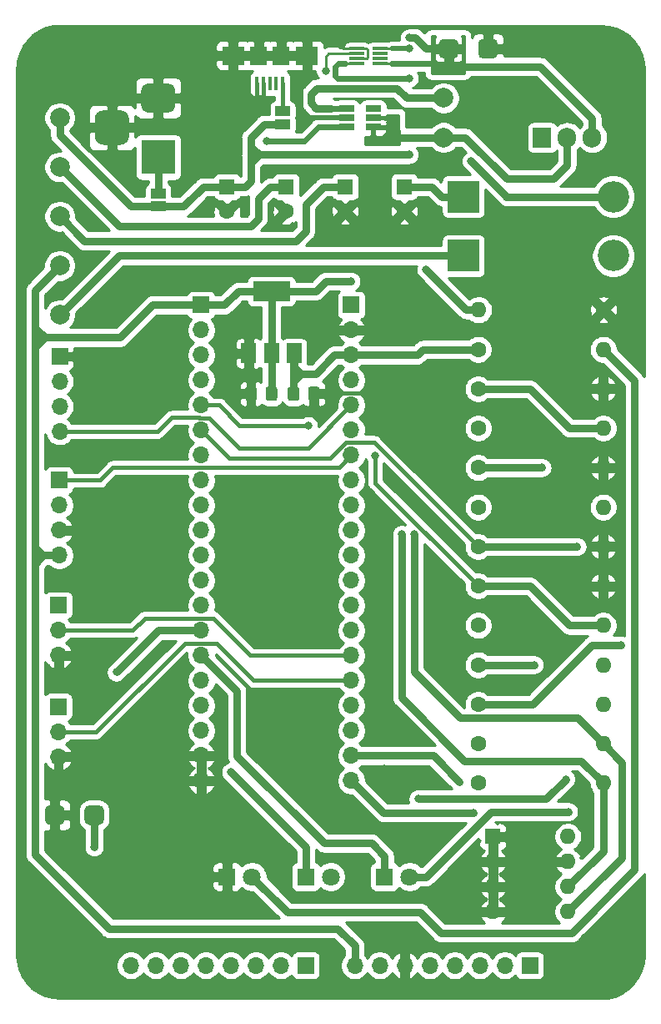
<source format=gbr>
%TF.GenerationSoftware,KiCad,Pcbnew,5.1.10-88a1d61d58~90~ubuntu20.04.1*%
%TF.CreationDate,2021-09-30T19:26:00-03:00*%
%TF.ProjectId,project,70726f6a-6563-4742-9e6b-696361645f70,v1.5*%
%TF.SameCoordinates,Original*%
%TF.FileFunction,Copper,L1,Top*%
%TF.FilePolarity,Positive*%
%FSLAX46Y46*%
G04 Gerber Fmt 4.6, Leading zero omitted, Abs format (unit mm)*
G04 Created by KiCad (PCBNEW 5.1.10-88a1d61d58~90~ubuntu20.04.1) date 2021-09-30 19:26:00*
%MOMM*%
%LPD*%
G01*
G04 APERTURE LIST*
%TA.AperFunction,SMDPad,CuDef*%
%ADD10R,1.500000X2.000000*%
%TD*%
%TA.AperFunction,SMDPad,CuDef*%
%ADD11R,3.800000X2.000000*%
%TD*%
%TA.AperFunction,ComponentPad*%
%ADD12C,2.000000*%
%TD*%
%TA.AperFunction,ComponentPad*%
%ADD13O,1.700000X1.700000*%
%TD*%
%TA.AperFunction,ComponentPad*%
%ADD14R,1.700000X1.700000*%
%TD*%
%TA.AperFunction,ComponentPad*%
%ADD15O,1.600000X1.600000*%
%TD*%
%TA.AperFunction,ComponentPad*%
%ADD16R,1.600000X1.600000*%
%TD*%
%TA.AperFunction,ComponentPad*%
%ADD17O,3.200000X3.200000*%
%TD*%
%TA.AperFunction,ComponentPad*%
%ADD18R,3.200000X3.200000*%
%TD*%
%TA.AperFunction,SMDPad,CuDef*%
%ADD19R,0.400000X1.400000*%
%TD*%
%TA.AperFunction,SMDPad,CuDef*%
%ADD20R,2.300000X1.900000*%
%TD*%
%TA.AperFunction,SMDPad,CuDef*%
%ADD21R,1.800000X1.900000*%
%TD*%
%TA.AperFunction,ComponentPad*%
%ADD22C,1.600000*%
%TD*%
%TA.AperFunction,ComponentPad*%
%ADD23O,1.905000X2.000000*%
%TD*%
%TA.AperFunction,ComponentPad*%
%ADD24R,1.905000X2.000000*%
%TD*%
%TA.AperFunction,ComponentPad*%
%ADD25C,1.800000*%
%TD*%
%TA.AperFunction,ComponentPad*%
%ADD26R,1.800000X1.800000*%
%TD*%
%TA.AperFunction,ComponentPad*%
%ADD27R,3.500000X3.500000*%
%TD*%
%TA.AperFunction,SMDPad,CuDef*%
%ADD28R,1.500000X0.300000*%
%TD*%
%TA.AperFunction,SMDPad,CuDef*%
%ADD29R,1.560000X0.650000*%
%TD*%
%TA.AperFunction,SMDPad,CuDef*%
%ADD30R,1.500000X1.000000*%
%TD*%
%TA.AperFunction,ConnectorPad*%
%ADD31C,5.600000*%
%TD*%
%TA.AperFunction,ComponentPad*%
%ADD32C,3.600000*%
%TD*%
%TA.AperFunction,ViaPad*%
%ADD33C,0.800000*%
%TD*%
%TA.AperFunction,Conductor*%
%ADD34C,0.400000*%
%TD*%
%TA.AperFunction,Conductor*%
%ADD35C,0.800000*%
%TD*%
%TA.AperFunction,Conductor*%
%ADD36C,0.250000*%
%TD*%
%TA.AperFunction,Conductor*%
%ADD37C,0.500000*%
%TD*%
%TA.AperFunction,Conductor*%
%ADD38C,0.600000*%
%TD*%
%TA.AperFunction,Conductor*%
%ADD39C,0.254000*%
%TD*%
%TA.AperFunction,Conductor*%
%ADD40C,0.100000*%
%TD*%
G04 APERTURE END LIST*
%TO.P,C2,2*%
%TO.N,Earth*%
%TA.AperFunction,SMDPad,CuDef*%
G36*
G01*
X125237500Y-88475000D02*
X125237500Y-87525000D01*
G75*
G02*
X125487500Y-87275000I250000J0D01*
G01*
X126162500Y-87275000D01*
G75*
G02*
X126412500Y-87525000I0J-250000D01*
G01*
X126412500Y-88475000D01*
G75*
G02*
X126162500Y-88725000I-250000J0D01*
G01*
X125487500Y-88725000D01*
G75*
G02*
X125237500Y-88475000I0J250000D01*
G01*
G37*
%TD.AperFunction*%
%TO.P,C2,1*%
%TO.N,+5V*%
%TA.AperFunction,SMDPad,CuDef*%
G36*
G01*
X123162500Y-88475000D02*
X123162500Y-87525000D01*
G75*
G02*
X123412500Y-87275000I250000J0D01*
G01*
X124087500Y-87275000D01*
G75*
G02*
X124337500Y-87525000I0J-250000D01*
G01*
X124337500Y-88475000D01*
G75*
G02*
X124087500Y-88725000I-250000J0D01*
G01*
X123412500Y-88725000D01*
G75*
G02*
X123162500Y-88475000I0J250000D01*
G01*
G37*
%TD.AperFunction*%
%TD*%
D10*
%TO.P,U3,1*%
%TO.N,Earth*%
X119200000Y-83900000D03*
%TO.P,U3,3*%
%TO.N,+5V*%
X123800000Y-83900000D03*
%TO.P,U3,2*%
%TO.N,+3V3*%
X121500000Y-83900000D03*
D11*
X121500000Y-77600000D03*
%TD*%
%TO.P,C3,2*%
%TO.N,Earth*%
%TA.AperFunction,SMDPad,CuDef*%
G36*
G01*
X120012500Y-87525000D02*
X120012500Y-88475000D01*
G75*
G02*
X119762500Y-88725000I-250000J0D01*
G01*
X119087500Y-88725000D01*
G75*
G02*
X118837500Y-88475000I0J250000D01*
G01*
X118837500Y-87525000D01*
G75*
G02*
X119087500Y-87275000I250000J0D01*
G01*
X119762500Y-87275000D01*
G75*
G02*
X120012500Y-87525000I0J-250000D01*
G01*
G37*
%TD.AperFunction*%
%TO.P,C3,1*%
%TO.N,+3V3*%
%TA.AperFunction,SMDPad,CuDef*%
G36*
G01*
X122087500Y-87525000D02*
X122087500Y-88475000D01*
G75*
G02*
X121837500Y-88725000I-250000J0D01*
G01*
X121162500Y-88725000D01*
G75*
G02*
X120912500Y-88475000I0J250000D01*
G01*
X120912500Y-87525000D01*
G75*
G02*
X121162500Y-87275000I250000J0D01*
G01*
X121837500Y-87275000D01*
G75*
G02*
X122087500Y-87525000I0J-250000D01*
G01*
G37*
%TD.AperFunction*%
%TD*%
%TO.P,BZ1,2*%
%TO.N,Earth*%
%TA.AperFunction,SMDPad,CuDef*%
G36*
G01*
X100500000Y-130250000D02*
X100500000Y-131250000D01*
G75*
G02*
X100000000Y-131750000I-500000J0D01*
G01*
X99000000Y-131750000D01*
G75*
G02*
X98500000Y-131250000I0J500000D01*
G01*
X98500000Y-130250000D01*
G75*
G02*
X99000000Y-129750000I500000J0D01*
G01*
X100000000Y-129750000D01*
G75*
G02*
X100500000Y-130250000I0J-500000D01*
G01*
G37*
%TD.AperFunction*%
%TO.P,BZ1,1*%
%TO.N,/Buzzer*%
%TA.AperFunction,SMDPad,CuDef*%
G36*
G01*
X104500000Y-130250000D02*
X104500000Y-131250000D01*
G75*
G02*
X104000000Y-131750000I-500000J0D01*
G01*
X103000000Y-131750000D01*
G75*
G02*
X102500000Y-131250000I0J500000D01*
G01*
X102500000Y-130250000D01*
G75*
G02*
X103000000Y-129750000I500000J0D01*
G01*
X104000000Y-129750000D01*
G75*
G02*
X104500000Y-130250000I0J-500000D01*
G01*
G37*
%TD.AperFunction*%
%TD*%
%TO.P,BT1,2*%
%TO.N,Earth*%
%TA.AperFunction,SMDPad,CuDef*%
G36*
G01*
X142500000Y-53500000D02*
X142500000Y-52500000D01*
G75*
G02*
X143000000Y-52000000I500000J0D01*
G01*
X144000000Y-52000000D01*
G75*
G02*
X144500000Y-52500000I0J-500000D01*
G01*
X144500000Y-53500000D01*
G75*
G02*
X144000000Y-54000000I-500000J0D01*
G01*
X143000000Y-54000000D01*
G75*
G02*
X142500000Y-53500000I0J500000D01*
G01*
G37*
%TD.AperFunction*%
%TO.P,BT1,1*%
%TO.N,/BATT*%
%TA.AperFunction,SMDPad,CuDef*%
G36*
G01*
X138500000Y-53500000D02*
X138500000Y-52500000D01*
G75*
G02*
X139000000Y-52000000I500000J0D01*
G01*
X140000000Y-52000000D01*
G75*
G02*
X140500000Y-52500000I0J-500000D01*
G01*
X140500000Y-53500000D01*
G75*
G02*
X140000000Y-54000000I-500000J0D01*
G01*
X139000000Y-54000000D01*
G75*
G02*
X138500000Y-53500000I0J500000D01*
G01*
G37*
%TD.AperFunction*%
%TD*%
D12*
%TO.P,TP1,1*%
%TO.N,+3V3*%
X100000000Y-75000000D03*
%TD*%
D13*
%TO.P,U5,34*%
%TO.N,/blupill/SPI2_MOSI*%
X129620000Y-119640000D03*
%TO.P,U5,36*%
%TO.N,/blupill/SPI2_MISO*%
X129620000Y-122180000D03*
%TO.P,U5,38*%
%TO.N,/blupill/SPI2_SCK*%
X129620000Y-124720000D03*
%TO.P,U5,40*%
%TO.N,/blupill/SPI2_NSS*%
X129620000Y-127260000D03*
%TO.P,U5,14*%
%TO.N,/UART1_TX*%
X129620000Y-94240000D03*
%TO.P,U5,6*%
%TO.N,+5V*%
X129620000Y-84080000D03*
D14*
%TO.P,U5,2*%
%TO.N,Net-(U5-Pad2)*%
X129620000Y-79000000D03*
D13*
%TO.P,U5,8*%
%TO.N,/I2C1_SDA*%
X129620000Y-86620000D03*
%TO.P,U5,18*%
%TO.N,/blupill/C2_GPIO*%
X129620000Y-99320000D03*
%TO.P,U5,26*%
%TO.N,Net-(U5-Pad26)*%
X129620000Y-109480000D03*
%TO.P,U5,28*%
%TO.N,/blupill/C4_GPIO*%
X129620000Y-112020000D03*
%TO.P,U5,30*%
%TO.N,/blupill/SENSOR1_GPIO*%
X129620000Y-114560000D03*
%TO.P,U5,32*%
%TO.N,/blupill/SENSOR2_GPIO*%
X129620000Y-117100000D03*
%TO.P,U5,12*%
%TO.N,/UART1_RX*%
X129620000Y-91700000D03*
%TO.P,U5,16*%
%TO.N,/blupill/C1_GPIO*%
X129620000Y-96780000D03*
%TO.P,U5,20*%
%TO.N,/blupill/C3_GPIO*%
X129620000Y-101860000D03*
%TO.P,U5,10*%
%TO.N,/I2C1_SCL*%
X129620000Y-89160000D03*
%TO.P,U5,22*%
%TO.N,Net-(U5-Pad22)*%
X129620000Y-104400000D03*
%TO.P,U5,24*%
%TO.N,Net-(U5-Pad24)*%
X129620000Y-106940000D03*
%TO.P,U5,4*%
%TO.N,Earth*%
X129620000Y-81540000D03*
%TO.P,U5,33*%
%TO.N,Net-(U5-Pad33)*%
X114380000Y-119640000D03*
%TO.P,U5,35*%
%TO.N,Net-(U5-Pad35)*%
X114380000Y-122180000D03*
%TO.P,U5,37*%
%TO.N,Earth*%
X114380000Y-124720000D03*
%TO.P,U5,39*%
X114380000Y-127260000D03*
%TO.P,U5,13*%
%TO.N,/blupill/L1_GPIO*%
X114380000Y-94240000D03*
%TO.P,U5,5*%
%TO.N,Net-(U5-Pad5)*%
X114380000Y-84080000D03*
D14*
%TO.P,U5,1*%
%TO.N,+3V3*%
X114380000Y-79000000D03*
D13*
%TO.P,U5,7*%
%TO.N,Net-(U5-Pad7)*%
X114380000Y-86620000D03*
%TO.P,U5,17*%
%TO.N,Net-(U5-Pad17)*%
X114380000Y-99320000D03*
%TO.P,U5,25*%
%TO.N,Net-(U5-Pad25)*%
X114380000Y-109480000D03*
%TO.P,U5,27*%
%TO.N,/Buzzer*%
X114380000Y-112020000D03*
%TO.P,U5,29*%
%TO.N,/blupill/LED2_GPIO*%
X114380000Y-114560000D03*
%TO.P,U5,31*%
%TO.N,Net-(U5-Pad31)*%
X114380000Y-117100000D03*
%TO.P,U5,11*%
%TO.N,/blupill/ADC12_IN1*%
X114380000Y-91700000D03*
%TO.P,U5,15*%
%TO.N,/blupill/L2_GPIO*%
X114380000Y-96780000D03*
%TO.P,U5,19*%
%TO.N,/blupill/L3_GPIO*%
X114380000Y-101860000D03*
%TO.P,U5,9*%
%TO.N,/blupill/ADC12_IN0*%
X114380000Y-89160000D03*
%TO.P,U5,21*%
%TO.N,/blupill/L4_GPIO*%
X114380000Y-104400000D03*
%TO.P,U5,23*%
%TO.N,/blupill/LED1_GPIO*%
X114380000Y-106940000D03*
%TO.P,U5,3*%
%TO.N,Net-(U5-Pad3)*%
X114380000Y-81540000D03*
%TD*%
D15*
%TO.P,U1,8*%
%TO.N,+3V3*%
X151620000Y-132920000D03*
%TO.P,U1,4*%
%TO.N,Earth*%
X144000000Y-140540000D03*
%TO.P,U1,7*%
X151620000Y-135460000D03*
%TO.P,U1,3*%
X144000000Y-138000000D03*
%TO.P,U1,6*%
%TO.N,/I2C1_SCL*%
X151620000Y-138000000D03*
%TO.P,U1,2*%
%TO.N,Earth*%
X144000000Y-135460000D03*
%TO.P,U1,5*%
%TO.N,/I2C1_SDA*%
X151620000Y-140540000D03*
D16*
%TO.P,U1,1*%
%TO.N,Earth*%
X144000000Y-132920000D03*
%TD*%
D17*
%TO.P,D4,2*%
%TO.N,Net-(D4-Pad2)*%
X156240000Y-68000000D03*
D18*
%TO.P,D4,1*%
%TO.N,+5V*%
X141000000Y-68000000D03*
%TD*%
D17*
%TO.P,D3,2*%
%TO.N,/MEASURE*%
X156240000Y-74000000D03*
D18*
%TO.P,D3,1*%
%TO.N,+5V*%
X141000000Y-74000000D03*
%TD*%
D19*
%TO.P,J8,1*%
%TO.N,Net-(J8-Pad1)*%
X122650000Y-56550000D03*
%TO.P,J8,2*%
%TO.N,Net-(J8-Pad2)*%
X122000000Y-56550000D03*
%TO.P,J8,3*%
%TO.N,Net-(J8-Pad3)*%
X121350000Y-56550000D03*
%TO.P,J8,4*%
%TO.N,Earth*%
X120700000Y-56550000D03*
%TO.P,J8,5*%
X120050000Y-56550000D03*
D20*
%TO.P,J8,6*%
X125100000Y-53700000D03*
X117600000Y-53700000D03*
D21*
X122500000Y-53700000D03*
X120200000Y-53700000D03*
%TD*%
D15*
%TO.P,R5,2*%
%TO.N,/I2C1_SCL*%
X155200000Y-127500000D03*
D22*
%TO.P,R5,1*%
%TO.N,+5V*%
X142500000Y-127500000D03*
%TD*%
D15*
%TO.P,R2,2*%
%TO.N,/I2C1_SDA*%
X155200000Y-123500000D03*
D22*
%TO.P,R2,1*%
%TO.N,+5V*%
X142500000Y-123500000D03*
%TD*%
D15*
%TO.P,R12,2*%
%TO.N,Earth*%
X155200000Y-87500000D03*
D22*
%TO.P,R12,1*%
%TO.N,Net-(R11-Pad2)*%
X142500000Y-87500000D03*
%TD*%
D15*
%TO.P,R11,2*%
%TO.N,Net-(R11-Pad2)*%
X155200000Y-91500000D03*
D22*
%TO.P,R11,1*%
%TO.N,+5V*%
X142500000Y-91500000D03*
%TD*%
D15*
%TO.P,R8,2*%
%TO.N,Earth*%
X155200000Y-103500000D03*
D22*
%TO.P,R8,1*%
%TO.N,/blupill/ADC12_IN1*%
X142500000Y-103500000D03*
%TD*%
D15*
%TO.P,R7,2*%
%TO.N,/blupill/ADC12_IN1*%
X155200000Y-119500000D03*
D22*
%TO.P,R7,1*%
%TO.N,/BATT*%
X142500000Y-119500000D03*
%TD*%
D15*
%TO.P,R13,2*%
%TO.N,Net-(D5-Pad2)*%
X155200000Y-83500000D03*
D22*
%TO.P,R13,1*%
%TO.N,+5V*%
X142500000Y-83500000D03*
%TD*%
D15*
%TO.P,R4,2*%
%TO.N,Earth*%
X155200000Y-107500000D03*
D22*
%TO.P,R4,1*%
%TO.N,/blupill/ADC12_IN0*%
X142500000Y-107500000D03*
%TD*%
D15*
%TO.P,R3,2*%
%TO.N,/blupill/ADC12_IN0*%
X155200000Y-111500000D03*
D22*
%TO.P,R3,1*%
%TO.N,/MEASURE*%
X142500000Y-111500000D03*
%TD*%
D15*
%TO.P,R10,2*%
%TO.N,Earth*%
X155200000Y-95500000D03*
D22*
%TO.P,R10,1*%
%TO.N,/MEASURE*%
X142500000Y-95500000D03*
%TD*%
D15*
%TO.P,R9,2*%
%TO.N,Net-(R9-Pad2)*%
X142550000Y-79500000D03*
D22*
%TO.P,R9,1*%
%TO.N,Earth*%
X155250000Y-79500000D03*
%TD*%
D15*
%TO.P,R6,2*%
%TO.N,Net-(D2-Pad2)*%
X155200000Y-115500000D03*
D22*
%TO.P,R6,1*%
%TO.N,+3V3*%
X142500000Y-115500000D03*
%TD*%
D15*
%TO.P,R1,2*%
%TO.N,Net-(D1-Pad2)*%
X155200000Y-99500000D03*
D22*
%TO.P,R1,1*%
%TO.N,+3V3*%
X142500000Y-99500000D03*
%TD*%
%TO.P,C6,2*%
%TO.N,Earth*%
X135000000Y-69500000D03*
D16*
%TO.P,C6,1*%
%TO.N,+5V*%
X135000000Y-67000000D03*
%TD*%
D22*
%TO.P,C5,2*%
%TO.N,Earth*%
X129000000Y-69500000D03*
D16*
%TO.P,C5,1*%
%TO.N,Net-(C5-Pad1)*%
X129000000Y-67000000D03*
%TD*%
D22*
%TO.P,C4,2*%
%TO.N,Earth*%
X123000000Y-69500000D03*
D16*
%TO.P,C4,1*%
%TO.N,/BATT*%
X123000000Y-67000000D03*
%TD*%
D22*
%TO.P,C1,2*%
%TO.N,Earth*%
X117000000Y-69500000D03*
D16*
%TO.P,C1,1*%
%TO.N,/MEASURE*%
X117000000Y-67000000D03*
%TD*%
D13*
%TO.P,J3,3*%
%TO.N,Earth*%
X99859000Y-124834000D03*
%TO.P,J3,2*%
%TO.N,/blupill/SENSOR2_GPIO*%
X99859000Y-122294000D03*
D14*
%TO.P,J3,1*%
%TO.N,+5V*%
X99859000Y-119754000D03*
%TD*%
D13*
%TO.P,J2,3*%
%TO.N,Earth*%
X99876000Y-114534000D03*
%TO.P,J2,2*%
%TO.N,/blupill/SENSOR1_GPIO*%
X99876000Y-111994000D03*
D14*
%TO.P,J2,1*%
%TO.N,+5V*%
X99876000Y-109454000D03*
%TD*%
D13*
%TO.P,J6,4*%
%TO.N,+3V3*%
X99949000Y-104394000D03*
%TO.P,J6,3*%
%TO.N,Earth*%
X99949000Y-101854000D03*
%TO.P,J6,2*%
%TO.N,/UART1_RX*%
X99949000Y-99314000D03*
D14*
%TO.P,J6,1*%
%TO.N,/UART1_TX*%
X99949000Y-96774000D03*
%TD*%
D13*
%TO.P,J5,4*%
%TO.N,/I2C1_SCL*%
X100000000Y-91821000D03*
%TO.P,J5,3*%
%TO.N,/I2C1_SDA*%
X100000000Y-89281000D03*
%TO.P,J5,2*%
%TO.N,+5V*%
X100000000Y-86741000D03*
D14*
%TO.P,J5,1*%
%TO.N,Earth*%
X100000000Y-84201000D03*
%TD*%
D23*
%TO.P,Q1,3*%
%TO.N,/BATT*%
X154080000Y-62000000D03*
%TO.P,Q1,2*%
%TO.N,Net-(C5-Pad1)*%
X151540000Y-62000000D03*
D24*
%TO.P,Q1,1*%
%TO.N,/MEASURE*%
X149000000Y-62000000D03*
%TD*%
D12*
%TO.P,TP5,1*%
%TO.N,+5V*%
X100000000Y-80000000D03*
%TD*%
%TO.P,TP4,1*%
%TO.N,Net-(C5-Pad1)*%
X100000000Y-70000000D03*
%TD*%
%TO.P,TP3,1*%
%TO.N,/BATT*%
X100000000Y-65000000D03*
%TD*%
%TO.P,TP2,1*%
%TO.N,/MEASURE*%
X100000000Y-60000000D03*
%TD*%
D25*
%TO.P,D5,2*%
%TO.N,Net-(D5-Pad2)*%
X119540000Y-137000000D03*
D26*
%TO.P,D5,1*%
%TO.N,Earth*%
X117000000Y-137000000D03*
%TD*%
%TO.P,J7,3*%
%TO.N,Earth*%
%TA.AperFunction,ComponentPad*%
G36*
G01*
X104425000Y-59250000D02*
X106175000Y-59250000D01*
G75*
G02*
X107050000Y-60125000I0J-875000D01*
G01*
X107050000Y-61875000D01*
G75*
G02*
X106175000Y-62750000I-875000J0D01*
G01*
X104425000Y-62750000D01*
G75*
G02*
X103550000Y-61875000I0J875000D01*
G01*
X103550000Y-60125000D01*
G75*
G02*
X104425000Y-59250000I875000J0D01*
G01*
G37*
%TD.AperFunction*%
%TO.P,J7,2*%
%TA.AperFunction,ComponentPad*%
G36*
G01*
X109000000Y-56500000D02*
X111000000Y-56500000D01*
G75*
G02*
X111750000Y-57250000I0J-750000D01*
G01*
X111750000Y-58750000D01*
G75*
G02*
X111000000Y-59500000I-750000J0D01*
G01*
X109000000Y-59500000D01*
G75*
G02*
X108250000Y-58750000I0J750000D01*
G01*
X108250000Y-57250000D01*
G75*
G02*
X109000000Y-56500000I750000J0D01*
G01*
G37*
%TD.AperFunction*%
D27*
%TO.P,J7,1*%
%TO.N,Net-(J7-Pad1)*%
X110000000Y-64000000D03*
%TD*%
D13*
%TO.P,J4,8*%
%TO.N,+3V3*%
X129960000Y-146000000D03*
%TO.P,J4,7*%
%TO.N,Net-(J4-Pad7)*%
X132500000Y-146000000D03*
%TO.P,J4,6*%
%TO.N,Earth*%
X135040000Y-146000000D03*
%TO.P,J4,5*%
%TO.N,Net-(J4-Pad5)*%
X137580000Y-146000000D03*
%TO.P,J4,4*%
%TO.N,/blupill/SPI2_MISO*%
X140120000Y-146000000D03*
%TO.P,J4,3*%
%TO.N,/blupill/SPI2_MOSI*%
X142660000Y-146000000D03*
%TO.P,J4,2*%
%TO.N,/blupill/SPI2_SCK*%
X145200000Y-146000000D03*
D14*
%TO.P,J4,1*%
%TO.N,/blupill/SPI2_NSS*%
X147740000Y-146000000D03*
%TD*%
D13*
%TO.P,J1,8*%
%TO.N,/blupill/L1_GPIO*%
X107220000Y-146000000D03*
%TO.P,J1,7*%
%TO.N,/blupill/L2_GPIO*%
X109760000Y-146000000D03*
%TO.P,J1,6*%
%TO.N,/blupill/L3_GPIO*%
X112300000Y-146000000D03*
%TO.P,J1,5*%
%TO.N,/blupill/L4_GPIO*%
X114840000Y-146000000D03*
%TO.P,J1,4*%
%TO.N,/blupill/C1_GPIO*%
X117380000Y-146000000D03*
%TO.P,J1,3*%
%TO.N,/blupill/C2_GPIO*%
X119920000Y-146000000D03*
%TO.P,J1,2*%
%TO.N,/blupill/C3_GPIO*%
X122460000Y-146000000D03*
D14*
%TO.P,J1,1*%
%TO.N,/blupill/C4_GPIO*%
X125000000Y-146000000D03*
%TD*%
D25*
%TO.P,D2,2*%
%TO.N,Net-(D2-Pad2)*%
X135540000Y-137000000D03*
D26*
%TO.P,D2,1*%
%TO.N,/blupill/LED2_GPIO*%
X133000000Y-137000000D03*
%TD*%
D25*
%TO.P,D1,2*%
%TO.N,Net-(D1-Pad2)*%
X127540000Y-137000000D03*
D26*
%TO.P,D1,1*%
%TO.N,/blupill/LED1_GPIO*%
X125000000Y-137000000D03*
%TD*%
D28*
%TO.P,U2,8*%
%TO.N,/MEASURE*%
X132500000Y-53000000D03*
%TO.P,U2,7*%
%TO.N,Net-(U2-Pad7)*%
X132500000Y-53500000D03*
%TO.P,U2,6*%
%TO.N,Net-(U2-Pad6)*%
X132500000Y-54000000D03*
%TO.P,U2,5*%
%TO.N,/BATT*%
X132500000Y-54500000D03*
%TO.P,U2,4*%
%TO.N,/MEASURE*%
X130200000Y-54500000D03*
%TO.P,U2,3*%
%TO.N,Earth*%
X130200000Y-54000000D03*
%TO.P,U2,2*%
%TO.N,Net-(R9-Pad2)*%
X130200000Y-53500000D03*
%TO.P,U2,1*%
%TO.N,Earth*%
X130200000Y-53000000D03*
%TD*%
D29*
%TO.P,U4,5*%
%TO.N,Net-(C5-Pad1)*%
X131850000Y-60000000D03*
%TO.P,U4,6*%
%TO.N,Net-(U4-Pad6)*%
X131850000Y-59050000D03*
%TO.P,U4,4*%
%TO.N,Net-(C5-Pad1)*%
X131850000Y-60950000D03*
%TO.P,U4,3*%
%TO.N,Net-(R11-Pad2)*%
X129150000Y-60950000D03*
%TO.P,U4,2*%
%TO.N,Earth*%
X129150000Y-60000000D03*
%TO.P,U4,1*%
%TO.N,Net-(D4-Pad2)*%
X129150000Y-59050000D03*
%TD*%
D12*
%TO.P,L1,2*%
%TO.N,Net-(D4-Pad2)*%
X139000000Y-58000000D03*
%TO.P,L1,1*%
%TO.N,Net-(C5-Pad1)*%
X139000000Y-62000000D03*
%TD*%
D30*
%TO.P,JP2,1*%
%TO.N,Net-(J8-Pad1)*%
X122650000Y-59350000D03*
%TO.P,JP2,2*%
%TO.N,/MEASURE*%
X122650000Y-60650000D03*
%TD*%
%TO.P,JP1,1*%
%TO.N,Net-(J7-Pad1)*%
X110000000Y-67700000D03*
%TO.P,JP1,2*%
%TO.N,/MEASURE*%
X110000000Y-69000000D03*
%TD*%
D31*
%TO.P,H4,1*%
%TO.N,Earth*%
X100000000Y-145000000D03*
D32*
X100000000Y-145000000D03*
%TD*%
D31*
%TO.P,H3,1*%
%TO.N,Earth*%
X155000000Y-145000000D03*
D32*
X155000000Y-145000000D03*
%TD*%
D31*
%TO.P,H2,1*%
%TO.N,Earth*%
X100000000Y-55000000D03*
D32*
X100000000Y-55000000D03*
%TD*%
D31*
%TO.P,H1,1*%
%TO.N,Earth*%
X155000000Y-55000000D03*
D32*
X155000000Y-55000000D03*
%TD*%
D33*
%TO.N,Earth*%
X128200000Y-128400000D03*
X128200000Y-126000000D03*
X128200000Y-123400000D03*
X128200000Y-121000000D03*
X128200000Y-118400000D03*
X117000000Y-97000000D03*
X124500000Y-56250000D03*
X117000000Y-84250000D03*
X117000000Y-86250000D03*
X117000000Y-82250000D03*
X117000000Y-88250000D03*
X119000000Y-97000000D03*
X119000000Y-99000000D03*
X119000000Y-101000000D03*
X117000000Y-101000000D03*
X117000000Y-99000000D03*
X119000000Y-107000000D03*
X119000000Y-109000000D03*
X119000000Y-111000000D03*
X120500000Y-111000000D03*
X120500000Y-109000000D03*
X120500000Y-107000000D03*
X129250000Y-130500000D03*
X133000000Y-126000000D03*
X108000000Y-93500000D03*
X103750000Y-94500000D03*
X102500000Y-94500000D03*
X102500000Y-93250000D03*
X103750000Y-93250000D03*
X106750000Y-93500000D03*
X137500000Y-105500000D03*
X133000000Y-105500000D03*
X133000000Y-108250000D03*
X137500000Y-108250000D03*
X133000000Y-110750000D03*
X137500000Y-110750000D03*
X133000000Y-113250000D03*
X133000000Y-115750000D03*
X137500000Y-113250000D03*
X145000000Y-60000000D03*
X145000000Y-61000000D03*
X145000000Y-62000000D03*
X119750000Y-81250000D03*
X117000000Y-80500000D03*
X118250000Y-81250000D03*
X135300000Y-87900000D03*
X119800000Y-118800000D03*
X119800000Y-124200000D03*
%TO.N,/BATT*%
X135500000Y-51900000D03*
X157000000Y-113500000D03*
%TO.N,/Buzzer*%
X105750000Y-116250000D03*
X103500006Y-134000000D03*
%TO.N,/MEASURE*%
X149000000Y-95500000D03*
X135500000Y-63750000D03*
X135500000Y-53000000D03*
X135500000Y-56000010D03*
%TO.N,Net-(D1-Pad2)*%
X151400000Y-127100000D03*
X136400000Y-129100000D03*
%TO.N,/blupill/LED1_GPIO*%
X117375002Y-126375002D03*
%TO.N,Net-(D2-Pad2)*%
X151700000Y-130400000D03*
%TO.N,Net-(D4-Pad2)*%
X141800000Y-64400000D03*
%TO.N,+3V3*%
X129600000Y-76600000D03*
X148200000Y-115500000D03*
%TO.N,/blupill/SPI2_SCK*%
X140599998Y-127400000D03*
%TO.N,/blupill/SPI2_NSS*%
X142000000Y-130500000D03*
%TO.N,/I2C1_SCL*%
X134750000Y-102250000D03*
%TO.N,/I2C1_SDA*%
X136000000Y-102250004D03*
%TO.N,/blupill/ADC12_IN0*%
X132050000Y-94250000D03*
X125250000Y-91250000D03*
%TO.N,/blupill/ADC12_IN1*%
X152550010Y-103499996D03*
%TO.N,Net-(R9-Pad2)*%
X127000000Y-55250000D03*
X137199998Y-75400000D03*
%TO.N,Net-(R11-Pad2)*%
X121050000Y-62400000D03*
%TO.N,Net-(C5-Pad1)*%
X132500000Y-62250000D03*
%TD*%
D34*
%TO.N,Earth*%
X120050000Y-57850000D02*
X120050000Y-56550000D01*
X120100000Y-57900000D02*
X120050000Y-57850000D01*
X120700000Y-57900000D02*
X120100000Y-57900000D01*
X120700000Y-56550000D02*
X120700000Y-57900000D01*
D35*
X117600000Y-53700000D02*
X125100000Y-53700000D01*
D36*
X125150000Y-53750000D02*
X125100000Y-53700000D01*
D37*
X129150000Y-60000000D02*
X125250000Y-60000000D01*
X124500000Y-59250000D02*
X124500000Y-56250000D01*
X125250000Y-60000000D02*
X124500000Y-59250000D01*
D36*
X131185002Y-53000000D02*
X130200000Y-53000000D01*
X131300000Y-53114998D02*
X131185002Y-53000000D01*
X131300000Y-53885002D02*
X131300000Y-53114998D01*
X131185002Y-54000000D02*
X131300000Y-53885002D01*
X130200000Y-54000000D02*
X131185002Y-54000000D01*
X130200000Y-53000000D02*
X128800000Y-53000000D01*
X128800000Y-53000000D02*
X128500000Y-52700000D01*
D38*
X128500000Y-52700000D02*
X128500000Y-52400000D01*
D37*
X105750000Y-94500000D02*
X106750000Y-93500000D01*
X103750000Y-94500000D02*
X105750000Y-94500000D01*
D34*
X135290001Y-87909999D02*
X135300000Y-87900000D01*
X125915001Y-87909999D02*
X135290001Y-87909999D01*
X125825000Y-88000000D02*
X125915001Y-87909999D01*
D36*
%TO.N,/BATT*%
X132500000Y-54500000D02*
X133500000Y-54500000D01*
X133500000Y-54500000D02*
X133750000Y-54500000D01*
D38*
X133750000Y-54500000D02*
X138250000Y-54500000D01*
D35*
X142500000Y-119500000D02*
X148050000Y-119500000D01*
X135500000Y-51900000D02*
X136100000Y-51900000D01*
X137200000Y-53000000D02*
X139500000Y-53000000D01*
X136100000Y-51900000D02*
X137200000Y-53000000D01*
X157000000Y-113500000D02*
X154050000Y-113500000D01*
X154050000Y-113500000D02*
X149525000Y-118025000D01*
X149525000Y-118025000D02*
X148050000Y-119500000D01*
X150250000Y-117300000D02*
X149525000Y-118025000D01*
X154080000Y-60080000D02*
X148800000Y-54800000D01*
X154080000Y-62000000D02*
X154080000Y-60080000D01*
X148800000Y-54800000D02*
X140600000Y-54800000D01*
X121400000Y-67000000D02*
X123000000Y-67000000D01*
X120200000Y-68200000D02*
X121400000Y-67000000D01*
X120200000Y-70200000D02*
X120200000Y-68200000D01*
X119400000Y-71000000D02*
X120200000Y-70200000D01*
X106000000Y-71000000D02*
X119400000Y-71000000D01*
X100000000Y-65000000D02*
X106000000Y-71000000D01*
%TO.N,/Buzzer*%
X109980000Y-112020000D02*
X114380000Y-112020000D01*
X105750000Y-116250000D02*
X109980000Y-112020000D01*
X103500000Y-133999994D02*
X103500006Y-134000000D01*
X103500000Y-130750000D02*
X103500000Y-133999994D01*
%TO.N,/MEASURE*%
X112600000Y-69000000D02*
X110000000Y-69000000D01*
X114600000Y-67000000D02*
X112600000Y-69000000D01*
X149000000Y-95500000D02*
X142500000Y-95500000D01*
D37*
X135500000Y-53000000D02*
X133750000Y-53000000D01*
D36*
X133750000Y-53000000D02*
X134000000Y-53000000D01*
X132500000Y-53000000D02*
X133750000Y-53000000D01*
X130200000Y-54500000D02*
X129000000Y-54500000D01*
D38*
X128300000Y-54500000D02*
X129000000Y-54500000D01*
X128000000Y-54800000D02*
X128300000Y-54500000D01*
X128000000Y-55750000D02*
X128000000Y-54800000D01*
X128250010Y-56000010D02*
X128000000Y-55750000D01*
X135500000Y-56000010D02*
X128250010Y-56000010D01*
D35*
X114600000Y-67000000D02*
X117000000Y-67000000D01*
X120750000Y-60650000D02*
X122650000Y-60650000D01*
X119400000Y-62000000D02*
X120750000Y-60650000D01*
X118800000Y-67000000D02*
X119400000Y-66400000D01*
X117000000Y-67000000D02*
X118800000Y-67000000D01*
X119450000Y-63750000D02*
X119400000Y-63800000D01*
X119400000Y-64600000D02*
X120250000Y-63750000D01*
X119400000Y-64800000D02*
X119400000Y-64600000D01*
X120250000Y-63750000D02*
X119450000Y-63750000D01*
X119400000Y-66400000D02*
X119400000Y-64800000D01*
X135500000Y-63750000D02*
X120250000Y-63750000D01*
X119400000Y-64800000D02*
X119400000Y-63800000D01*
X119500000Y-63000000D02*
X120250000Y-63750000D01*
X119400000Y-63000000D02*
X119500000Y-63000000D01*
X119400000Y-63800000D02*
X119400000Y-63000000D01*
X119400000Y-63000000D02*
X119400000Y-62000000D01*
X110000000Y-69000000D02*
X107200000Y-69000000D01*
X100000000Y-61800000D02*
X100000000Y-60000000D01*
X107200000Y-69000000D02*
X100000000Y-61800000D01*
%TO.N,+5V*%
X129620000Y-84080000D02*
X136320000Y-84080000D01*
X136900000Y-83500000D02*
X142500000Y-83500000D01*
X136320000Y-84080000D02*
X136900000Y-83500000D01*
X141000000Y-68000000D02*
X138800000Y-68000000D01*
X137800000Y-67000000D02*
X135000000Y-67000000D01*
X138800000Y-68000000D02*
X137800000Y-67000000D01*
X106000000Y-74000000D02*
X126400000Y-74000000D01*
X126400000Y-74000000D02*
X141000000Y-74000000D01*
X100000000Y-80000000D02*
X106000000Y-74000000D01*
X129620000Y-84080000D02*
X127920000Y-84080000D01*
X127920000Y-84080000D02*
X126000000Y-86000000D01*
X126000000Y-86000000D02*
X124500000Y-86000000D01*
X123800000Y-85300000D02*
X123800000Y-83900000D01*
X124500000Y-86000000D02*
X123800000Y-85300000D01*
X123750000Y-83950000D02*
X123800000Y-83900000D01*
X123750000Y-86750000D02*
X124500000Y-86000000D01*
X123750000Y-87000000D02*
X123750000Y-86750000D01*
X123750000Y-88000000D02*
X123750000Y-87000000D01*
X123750000Y-87000000D02*
X123750000Y-83950000D01*
%TO.N,Net-(D1-Pad2)*%
X151400000Y-127100000D02*
X149500000Y-129000000D01*
X149400000Y-129100000D02*
X149500000Y-129000000D01*
X136400000Y-129100000D02*
X149400000Y-129100000D01*
%TO.N,/blupill/LED1_GPIO*%
X125000000Y-137000000D02*
X125000000Y-134000000D01*
X125000000Y-134000000D02*
X117375002Y-126375002D01*
%TO.N,Net-(D2-Pad2)*%
X137239998Y-137000000D02*
X135540000Y-137000000D01*
X143839998Y-130400000D02*
X137239998Y-137000000D01*
X151700000Y-130400000D02*
X143839998Y-130400000D01*
%TO.N,/blupill/LED2_GPIO*%
X133000000Y-134900000D02*
X133000000Y-137000000D01*
X131700000Y-133600000D02*
X133000000Y-134900000D01*
X126850000Y-133600000D02*
X131700000Y-133600000D01*
X118000000Y-124750000D02*
X126850000Y-133600000D01*
X118000000Y-118180000D02*
X118000000Y-124750000D01*
X114380000Y-114560000D02*
X118000000Y-118180000D01*
D38*
%TO.N,Net-(D4-Pad2)*%
X129150000Y-59050000D02*
X127550000Y-59050000D01*
D35*
X125500000Y-58500000D02*
X126050000Y-59050000D01*
X125500000Y-57625000D02*
X125500000Y-58500000D01*
X126125000Y-57000000D02*
X125500000Y-57625000D01*
X126050000Y-59050000D02*
X127550000Y-59050000D01*
X135250000Y-58000000D02*
X134250000Y-57000000D01*
X134250000Y-57000000D02*
X126125000Y-57000000D01*
X139000000Y-58000000D02*
X135250000Y-58000000D01*
X145365685Y-68000000D02*
X156240000Y-68000000D01*
X145365685Y-67965685D02*
X141800000Y-64400000D01*
X145365685Y-68000000D02*
X145365685Y-67965685D01*
%TO.N,Net-(D5-Pad2)*%
X158400000Y-86700000D02*
X155200000Y-83500000D01*
X158400000Y-136300000D02*
X158400000Y-86700000D01*
X152000000Y-142700000D02*
X158400000Y-136300000D01*
X138700000Y-142700000D02*
X152000000Y-142700000D01*
X136600000Y-140600000D02*
X138700000Y-142700000D01*
X123140000Y-140600000D02*
X136600000Y-140600000D01*
X119540000Y-137000000D02*
X123140000Y-140600000D01*
D34*
%TO.N,/blupill/SENSOR1_GPIO*%
X99876000Y-111994000D02*
X107406000Y-111994000D01*
X115585997Y-110769999D02*
X119375998Y-114560000D01*
X119375998Y-114560000D02*
X129620000Y-114560000D01*
X108630001Y-110769999D02*
X115585997Y-110769999D01*
X107406000Y-111994000D02*
X108630001Y-110769999D01*
%TO.N,/blupill/SENSOR2_GPIO*%
X99859000Y-122294000D02*
X103706000Y-122294000D01*
X112690001Y-113309999D02*
X115909999Y-113309999D01*
X103706000Y-122294000D02*
X112690001Y-113309999D01*
X119700000Y-117100000D02*
X129620000Y-117100000D01*
X115909999Y-113309999D02*
X119700000Y-117100000D01*
D35*
%TO.N,+3V3*%
X98294000Y-104394000D02*
X97500000Y-103600000D01*
X99949000Y-104394000D02*
X98294000Y-104394000D01*
X97500000Y-103600000D02*
X97500000Y-102750000D01*
X98294000Y-104456000D02*
X97500000Y-105250000D01*
X98294000Y-104394000D02*
X98294000Y-104456000D01*
X97500000Y-105250000D02*
X97500000Y-102750000D01*
X97500000Y-109049998D02*
X97500000Y-105250000D01*
X97500000Y-126750000D02*
X97500000Y-109049998D01*
X97500000Y-127250000D02*
X97500000Y-126750000D01*
X97500000Y-129750000D02*
X97500000Y-129250000D01*
X97500000Y-129750000D02*
X97500000Y-126750000D01*
X129960000Y-143960000D02*
X129960000Y-146000000D01*
X128250000Y-142250000D02*
X129960000Y-143960000D01*
X105000000Y-142250000D02*
X128250000Y-142250000D01*
X97500000Y-134750000D02*
X105000000Y-142250000D01*
X97500000Y-129750000D02*
X97500000Y-134750000D01*
X97500000Y-77500000D02*
X100000000Y-75000000D01*
X114380000Y-79000000D02*
X109400000Y-79000000D01*
X109400000Y-79000000D02*
X106100000Y-82300000D01*
X97500000Y-81300000D02*
X98500000Y-82300000D01*
X98500000Y-82300000D02*
X97500000Y-82300000D01*
X106100000Y-82300000D02*
X98500000Y-82300000D01*
X97500000Y-82300000D02*
X97500000Y-81300000D01*
X97500000Y-81300000D02*
X97500000Y-77500000D01*
X97500000Y-83300000D02*
X98500000Y-82300000D01*
X97500000Y-83900000D02*
X97500000Y-83300000D01*
X97500000Y-102750000D02*
X97500000Y-83900000D01*
X97500000Y-83900000D02*
X97500000Y-82300000D01*
X121500000Y-83900000D02*
X121500000Y-77600000D01*
X121500000Y-77600000D02*
X118150000Y-77600000D01*
X116750000Y-79000000D02*
X114380000Y-79000000D01*
X118150000Y-77600000D02*
X116750000Y-79000000D01*
X121500000Y-87250000D02*
X121500000Y-83900000D01*
X121500000Y-87250000D02*
X121500000Y-88000000D01*
X121500000Y-77600000D02*
X126000000Y-77600000D01*
X127000000Y-76600000D02*
X129600000Y-76600000D01*
X126000000Y-77600000D02*
X127000000Y-76600000D01*
X142500000Y-115500000D02*
X148200000Y-115500000D01*
%TO.N,/blupill/SPI2_SCK*%
X129620000Y-124720000D02*
X137919998Y-124720000D01*
X137919998Y-124720000D02*
X140599998Y-127400000D01*
%TO.N,/blupill/SPI2_NSS*%
X132860000Y-130500000D02*
X142000000Y-130500000D01*
X129620000Y-127260000D02*
X132860000Y-130500000D01*
%TO.N,/I2C1_SCL*%
X155200000Y-134420000D02*
X151620000Y-138000000D01*
X155200000Y-127500000D02*
X155200000Y-134420000D01*
D34*
X109929000Y-91821000D02*
X111339999Y-90410001D01*
X100000000Y-91821000D02*
X109929000Y-91821000D01*
X114199999Y-90449999D02*
X115199999Y-90449999D01*
X114160001Y-90410001D02*
X114199999Y-90449999D01*
X111339999Y-90410001D02*
X114160001Y-90410001D01*
X115199999Y-90449999D02*
X118250000Y-93500000D01*
X125280000Y-93500000D02*
X129620000Y-89160000D01*
X118250000Y-93500000D02*
X125280000Y-93500000D01*
D35*
X155200000Y-127500000D02*
X152950000Y-125250000D01*
X134750000Y-118869996D02*
X134750000Y-102250000D01*
X141130004Y-125250000D02*
X134750000Y-118869996D01*
X152950000Y-125250000D02*
X141130004Y-125250000D01*
%TO.N,/I2C1_SDA*%
X152600001Y-120900001D02*
X140650001Y-120900001D01*
X155200000Y-123500000D02*
X152600001Y-120900001D01*
X140650001Y-120900001D02*
X136000000Y-116250000D01*
X136000000Y-116250000D02*
X136000000Y-102250004D01*
X151620000Y-140540000D02*
X157100000Y-135060000D01*
X157100000Y-125400000D02*
X155200000Y-123500000D01*
X157100000Y-135060000D02*
X157100000Y-125400000D01*
D34*
%TO.N,/UART1_TX*%
X104101000Y-96774000D02*
X99949000Y-96774000D01*
X105384999Y-95490001D02*
X104101000Y-96774000D01*
X128369999Y-95490001D02*
X105384999Y-95490001D01*
X129620000Y-94240000D02*
X128369999Y-95490001D01*
D35*
%TO.N,Net-(J7-Pad1)*%
X110000000Y-67700000D02*
X110000000Y-64000000D01*
D34*
%TO.N,Net-(J8-Pad1)*%
X122650000Y-56550000D02*
X122650000Y-59350000D01*
D35*
%TO.N,/blupill/ADC12_IN0*%
X155200000Y-111500000D02*
X151750000Y-111500000D01*
X147750000Y-107500000D02*
X142500000Y-107500000D01*
X151750000Y-111500000D02*
X147750000Y-107500000D01*
D34*
X132050000Y-97050000D02*
X142500000Y-107500000D01*
X132050000Y-94250000D02*
X132050000Y-97050000D01*
X116160000Y-89160000D02*
X114380000Y-89160000D01*
X118250000Y-91250000D02*
X116160000Y-89160000D01*
X125250000Y-91250000D02*
X118250000Y-91250000D01*
D35*
%TO.N,/blupill/ADC12_IN1*%
X142500000Y-103500000D02*
X152550006Y-103500000D01*
X152550006Y-103500000D02*
X152550010Y-103499996D01*
D34*
X115215000Y-92535000D02*
X115630001Y-92950001D01*
X114380000Y-91700000D02*
X115215000Y-92535000D01*
X117180000Y-94500000D02*
X115215000Y-92535000D01*
X127500000Y-94500000D02*
X117180000Y-94500000D01*
X129049999Y-92950001D02*
X127500000Y-94500000D01*
X131950001Y-92950001D02*
X129049999Y-92950001D01*
X142500000Y-103500000D02*
X131950001Y-92950001D01*
D36*
%TO.N,Net-(R9-Pad2)*%
X127300000Y-53500000D02*
X127000000Y-53800000D01*
X127000000Y-53800000D02*
X127000000Y-55250000D01*
X130200000Y-53500000D02*
X127300000Y-53500000D01*
D35*
X142550000Y-79500000D02*
X141299998Y-79500000D01*
X141299998Y-79500000D02*
X137199998Y-75400000D01*
%TO.N,Net-(R11-Pad2)*%
X155200000Y-91500000D02*
X151750000Y-91500000D01*
X147750000Y-87500000D02*
X142500000Y-87500000D01*
X151750000Y-91500000D02*
X147750000Y-87500000D01*
D38*
X129150000Y-60950000D02*
X128750000Y-60950000D01*
X128750000Y-60950000D02*
X126300000Y-60950000D01*
X124850000Y-62400000D02*
X121050000Y-62400000D01*
X126300000Y-60950000D02*
X124850000Y-62400000D01*
D34*
%TO.N,Net-(C5-Pad1)*%
X131850000Y-60000000D02*
X133700000Y-60000000D01*
X131850000Y-60950000D02*
X133650000Y-60950000D01*
D35*
X139000000Y-62000000D02*
X134000000Y-62000000D01*
X145400000Y-66200000D02*
X150140000Y-66200000D01*
X141200000Y-62000000D02*
X145400000Y-66200000D01*
X150140000Y-66200000D02*
X151540000Y-64800000D01*
X139000000Y-62000000D02*
X141200000Y-62000000D01*
X151540000Y-64800000D02*
X151540000Y-62000000D01*
X124000000Y-72500000D02*
X102500000Y-72500000D01*
X102500000Y-72500000D02*
X100000000Y-70000000D01*
X125000000Y-71500000D02*
X124000000Y-72500000D01*
X125000000Y-68800000D02*
X125000000Y-71500000D01*
X126800000Y-67000000D02*
X125000000Y-68800000D01*
X129000000Y-67000000D02*
X126800000Y-67000000D01*
%TD*%
D39*
%TO.N,Earth*%
X155768083Y-50731173D02*
X156511891Y-50934656D01*
X157207905Y-51266638D01*
X157834130Y-51716626D01*
X158370777Y-52270403D01*
X158800871Y-52910451D01*
X159110829Y-53616553D01*
X159292065Y-54371457D01*
X159340000Y-55024207D01*
X159340000Y-86263017D01*
X159307864Y-86202894D01*
X159264734Y-86122202D01*
X159167803Y-86004092D01*
X159135396Y-85964604D01*
X159095908Y-85932197D01*
X156635000Y-83471290D01*
X156635000Y-83358665D01*
X156579853Y-83081426D01*
X156471680Y-82820273D01*
X156314637Y-82585241D01*
X156114759Y-82385363D01*
X155879727Y-82228320D01*
X155618574Y-82120147D01*
X155341335Y-82065000D01*
X155058665Y-82065000D01*
X154781426Y-82120147D01*
X154520273Y-82228320D01*
X154285241Y-82385363D01*
X154085363Y-82585241D01*
X153928320Y-82820273D01*
X153820147Y-83081426D01*
X153765000Y-83358665D01*
X153765000Y-83641335D01*
X153820147Y-83918574D01*
X153928320Y-84179727D01*
X154085363Y-84414759D01*
X154285241Y-84614637D01*
X154520273Y-84771680D01*
X154781426Y-84879853D01*
X155058665Y-84935000D01*
X155171290Y-84935000D01*
X157365001Y-87128712D01*
X157365000Y-112529151D01*
X157349113Y-112524331D01*
X157301898Y-112504774D01*
X157251777Y-112494804D01*
X157202895Y-112479976D01*
X157152057Y-112474969D01*
X157101939Y-112465000D01*
X156264396Y-112465000D01*
X156314637Y-112414759D01*
X156471680Y-112179727D01*
X156579853Y-111918574D01*
X156635000Y-111641335D01*
X156635000Y-111358665D01*
X156579853Y-111081426D01*
X156471680Y-110820273D01*
X156314637Y-110585241D01*
X156114759Y-110385363D01*
X155879727Y-110228320D01*
X155618574Y-110120147D01*
X155341335Y-110065000D01*
X155058665Y-110065000D01*
X154781426Y-110120147D01*
X154520273Y-110228320D01*
X154285241Y-110385363D01*
X154205604Y-110465000D01*
X152178711Y-110465000D01*
X149798886Y-108085175D01*
X153889735Y-108085175D01*
X153985490Y-108264351D01*
X154157944Y-108486603D01*
X154370444Y-108670941D01*
X154614823Y-108810280D01*
X154827000Y-108726940D01*
X154827000Y-107873000D01*
X155573000Y-107873000D01*
X155573000Y-108726940D01*
X155785177Y-108810280D01*
X156029556Y-108670941D01*
X156242056Y-108486603D01*
X156414510Y-108264351D01*
X156510265Y-108085175D01*
X156420527Y-107873000D01*
X155573000Y-107873000D01*
X154827000Y-107873000D01*
X153979473Y-107873000D01*
X153889735Y-108085175D01*
X149798886Y-108085175D01*
X148628536Y-106914825D01*
X153889735Y-106914825D01*
X153979473Y-107127000D01*
X154827000Y-107127000D01*
X154827000Y-106273060D01*
X155573000Y-106273060D01*
X155573000Y-107127000D01*
X156420527Y-107127000D01*
X156510265Y-106914825D01*
X156414510Y-106735649D01*
X156242056Y-106513397D01*
X156029556Y-106329059D01*
X155785177Y-106189720D01*
X155573000Y-106273060D01*
X154827000Y-106273060D01*
X154614823Y-106189720D01*
X154370444Y-106329059D01*
X154157944Y-106513397D01*
X153985490Y-106735649D01*
X153889735Y-106914825D01*
X148628536Y-106914825D01*
X148517807Y-106804097D01*
X148485396Y-106764604D01*
X148327797Y-106635266D01*
X148147993Y-106539159D01*
X147952895Y-106479976D01*
X147800838Y-106465000D01*
X147800828Y-106465000D01*
X147750000Y-106459994D01*
X147699172Y-106465000D01*
X143494396Y-106465000D01*
X143414759Y-106385363D01*
X143179727Y-106228320D01*
X142918574Y-106120147D01*
X142641335Y-106065000D01*
X142358665Y-106065000D01*
X142264583Y-106083714D01*
X132885000Y-96704133D01*
X132885000Y-95065867D01*
X141083714Y-103264583D01*
X141065000Y-103358665D01*
X141065000Y-103641335D01*
X141120147Y-103918574D01*
X141228320Y-104179727D01*
X141385363Y-104414759D01*
X141585241Y-104614637D01*
X141820273Y-104771680D01*
X142081426Y-104879853D01*
X142358665Y-104935000D01*
X142641335Y-104935000D01*
X142918574Y-104879853D01*
X143179727Y-104771680D01*
X143414759Y-104614637D01*
X143494396Y-104535000D01*
X152499178Y-104535000D01*
X152550006Y-104540006D01*
X152600834Y-104535000D01*
X152600844Y-104535000D01*
X152600885Y-104534996D01*
X152651949Y-104534996D01*
X152702031Y-104525034D01*
X152752901Y-104520024D01*
X152801814Y-104505186D01*
X152851908Y-104495222D01*
X152899098Y-104475675D01*
X152947999Y-104460841D01*
X152993068Y-104436751D01*
X153040266Y-104417201D01*
X153082742Y-104388820D01*
X153127803Y-104364734D01*
X153167299Y-104332320D01*
X153209784Y-104303933D01*
X153245914Y-104267803D01*
X153285402Y-104235396D01*
X153317809Y-104195908D01*
X153353947Y-104159770D01*
X153382339Y-104117279D01*
X153408685Y-104085175D01*
X153889735Y-104085175D01*
X153985490Y-104264351D01*
X154157944Y-104486603D01*
X154370444Y-104670941D01*
X154614823Y-104810280D01*
X154827000Y-104726940D01*
X154827000Y-103873000D01*
X155573000Y-103873000D01*
X155573000Y-104726940D01*
X155785177Y-104810280D01*
X156029556Y-104670941D01*
X156242056Y-104486603D01*
X156414510Y-104264351D01*
X156510265Y-104085175D01*
X156420527Y-103873000D01*
X155573000Y-103873000D01*
X154827000Y-103873000D01*
X153979473Y-103873000D01*
X153889735Y-104085175D01*
X153408685Y-104085175D01*
X153414744Y-104077793D01*
X153438823Y-104032744D01*
X153467215Y-103990252D01*
X153486774Y-103943032D01*
X153510850Y-103897989D01*
X153525675Y-103849119D01*
X153545236Y-103801894D01*
X153555208Y-103751762D01*
X153570033Y-103702890D01*
X153575039Y-103652061D01*
X153585010Y-103601935D01*
X153585010Y-103550831D01*
X153590017Y-103499996D01*
X153585010Y-103449161D01*
X153585010Y-103398057D01*
X153575040Y-103347932D01*
X153570033Y-103297101D01*
X153555207Y-103248228D01*
X153545236Y-103198098D01*
X153525675Y-103150874D01*
X153510850Y-103102003D01*
X153486774Y-103056960D01*
X153467215Y-103009740D01*
X153438823Y-102967248D01*
X153414744Y-102922199D01*
X153408693Y-102914825D01*
X153889735Y-102914825D01*
X153979473Y-103127000D01*
X154827000Y-103127000D01*
X154827000Y-102273060D01*
X155573000Y-102273060D01*
X155573000Y-103127000D01*
X156420527Y-103127000D01*
X156510265Y-102914825D01*
X156414510Y-102735649D01*
X156242056Y-102513397D01*
X156029556Y-102329059D01*
X155785177Y-102189720D01*
X155573000Y-102273060D01*
X154827000Y-102273060D01*
X154614823Y-102189720D01*
X154370444Y-102329059D01*
X154157944Y-102513397D01*
X153985490Y-102735649D01*
X153889735Y-102914825D01*
X153408693Y-102914825D01*
X153382338Y-102882712D01*
X153353947Y-102840222D01*
X153317813Y-102804088D01*
X153285406Y-102764600D01*
X153245918Y-102732193D01*
X153209784Y-102696059D01*
X153167294Y-102667668D01*
X153127807Y-102635262D01*
X153082758Y-102611183D01*
X153040266Y-102582791D01*
X152993046Y-102563232D01*
X152948003Y-102539156D01*
X152899132Y-102524331D01*
X152851908Y-102504770D01*
X152801778Y-102494799D01*
X152752905Y-102479973D01*
X152702074Y-102474966D01*
X152651949Y-102464996D01*
X152600845Y-102464996D01*
X152550010Y-102459989D01*
X152499175Y-102464996D01*
X152448071Y-102464996D01*
X152448051Y-102465000D01*
X143494396Y-102465000D01*
X143414759Y-102385363D01*
X143179727Y-102228320D01*
X142918574Y-102120147D01*
X142641335Y-102065000D01*
X142358665Y-102065000D01*
X142264583Y-102083714D01*
X139539534Y-99358665D01*
X141065000Y-99358665D01*
X141065000Y-99641335D01*
X141120147Y-99918574D01*
X141228320Y-100179727D01*
X141385363Y-100414759D01*
X141585241Y-100614637D01*
X141820273Y-100771680D01*
X142081426Y-100879853D01*
X142358665Y-100935000D01*
X142641335Y-100935000D01*
X142918574Y-100879853D01*
X143179727Y-100771680D01*
X143414759Y-100614637D01*
X143614637Y-100414759D01*
X143771680Y-100179727D01*
X143879853Y-99918574D01*
X143935000Y-99641335D01*
X143935000Y-99358665D01*
X153765000Y-99358665D01*
X153765000Y-99641335D01*
X153820147Y-99918574D01*
X153928320Y-100179727D01*
X154085363Y-100414759D01*
X154285241Y-100614637D01*
X154520273Y-100771680D01*
X154781426Y-100879853D01*
X155058665Y-100935000D01*
X155341335Y-100935000D01*
X155618574Y-100879853D01*
X155879727Y-100771680D01*
X156114759Y-100614637D01*
X156314637Y-100414759D01*
X156471680Y-100179727D01*
X156579853Y-99918574D01*
X156635000Y-99641335D01*
X156635000Y-99358665D01*
X156579853Y-99081426D01*
X156471680Y-98820273D01*
X156314637Y-98585241D01*
X156114759Y-98385363D01*
X155879727Y-98228320D01*
X155618574Y-98120147D01*
X155341335Y-98065000D01*
X155058665Y-98065000D01*
X154781426Y-98120147D01*
X154520273Y-98228320D01*
X154285241Y-98385363D01*
X154085363Y-98585241D01*
X153928320Y-98820273D01*
X153820147Y-99081426D01*
X153765000Y-99358665D01*
X143935000Y-99358665D01*
X143879853Y-99081426D01*
X143771680Y-98820273D01*
X143614637Y-98585241D01*
X143414759Y-98385363D01*
X143179727Y-98228320D01*
X142918574Y-98120147D01*
X142641335Y-98065000D01*
X142358665Y-98065000D01*
X142081426Y-98120147D01*
X141820273Y-98228320D01*
X141585241Y-98385363D01*
X141385363Y-98585241D01*
X141228320Y-98820273D01*
X141120147Y-99081426D01*
X141065000Y-99358665D01*
X139539534Y-99358665D01*
X135539533Y-95358665D01*
X141065000Y-95358665D01*
X141065000Y-95641335D01*
X141120147Y-95918574D01*
X141228320Y-96179727D01*
X141385363Y-96414759D01*
X141585241Y-96614637D01*
X141820273Y-96771680D01*
X142081426Y-96879853D01*
X142358665Y-96935000D01*
X142641335Y-96935000D01*
X142918574Y-96879853D01*
X143179727Y-96771680D01*
X143414759Y-96614637D01*
X143494396Y-96535000D01*
X149101939Y-96535000D01*
X149152057Y-96525031D01*
X149202895Y-96520024D01*
X149251777Y-96505196D01*
X149301898Y-96495226D01*
X149349113Y-96475669D01*
X149397993Y-96460841D01*
X149443042Y-96436762D01*
X149490256Y-96417205D01*
X149532746Y-96388814D01*
X149577797Y-96364734D01*
X149617284Y-96332328D01*
X149659774Y-96303937D01*
X149695908Y-96267803D01*
X149735396Y-96235396D01*
X149767803Y-96195908D01*
X149803937Y-96159774D01*
X149832328Y-96117284D01*
X149858679Y-96085175D01*
X153889735Y-96085175D01*
X153985490Y-96264351D01*
X154157944Y-96486603D01*
X154370444Y-96670941D01*
X154614823Y-96810280D01*
X154827000Y-96726940D01*
X154827000Y-95873000D01*
X155573000Y-95873000D01*
X155573000Y-96726940D01*
X155785177Y-96810280D01*
X156029556Y-96670941D01*
X156242056Y-96486603D01*
X156414510Y-96264351D01*
X156510265Y-96085175D01*
X156420527Y-95873000D01*
X155573000Y-95873000D01*
X154827000Y-95873000D01*
X153979473Y-95873000D01*
X153889735Y-96085175D01*
X149858679Y-96085175D01*
X149864734Y-96077797D01*
X149888814Y-96032746D01*
X149917205Y-95990256D01*
X149936762Y-95943042D01*
X149960841Y-95897993D01*
X149975669Y-95849113D01*
X149995226Y-95801898D01*
X150005196Y-95751777D01*
X150020024Y-95702895D01*
X150025031Y-95652057D01*
X150035000Y-95601939D01*
X150035000Y-95550838D01*
X150040007Y-95500000D01*
X150035000Y-95449162D01*
X150035000Y-95398061D01*
X150025031Y-95347943D01*
X150020024Y-95297105D01*
X150005196Y-95248223D01*
X149995226Y-95198102D01*
X149975669Y-95150887D01*
X149960841Y-95102007D01*
X149936762Y-95056958D01*
X149917205Y-95009744D01*
X149888814Y-94967254D01*
X149864734Y-94922203D01*
X149858680Y-94914825D01*
X153889735Y-94914825D01*
X153979473Y-95127000D01*
X154827000Y-95127000D01*
X154827000Y-94273060D01*
X155573000Y-94273060D01*
X155573000Y-95127000D01*
X156420527Y-95127000D01*
X156510265Y-94914825D01*
X156414510Y-94735649D01*
X156242056Y-94513397D01*
X156029556Y-94329059D01*
X155785177Y-94189720D01*
X155573000Y-94273060D01*
X154827000Y-94273060D01*
X154614823Y-94189720D01*
X154370444Y-94329059D01*
X154157944Y-94513397D01*
X153985490Y-94735649D01*
X153889735Y-94914825D01*
X149858680Y-94914825D01*
X149832328Y-94882716D01*
X149803937Y-94840226D01*
X149767803Y-94804092D01*
X149735396Y-94764604D01*
X149695908Y-94732197D01*
X149659774Y-94696063D01*
X149617284Y-94667672D01*
X149577797Y-94635266D01*
X149532746Y-94611186D01*
X149490256Y-94582795D01*
X149443042Y-94563238D01*
X149397993Y-94539159D01*
X149349113Y-94524331D01*
X149301898Y-94504774D01*
X149251777Y-94494804D01*
X149202895Y-94479976D01*
X149152057Y-94474969D01*
X149101939Y-94465000D01*
X143494396Y-94465000D01*
X143414759Y-94385363D01*
X143179727Y-94228320D01*
X142918574Y-94120147D01*
X142641335Y-94065000D01*
X142358665Y-94065000D01*
X142081426Y-94120147D01*
X141820273Y-94228320D01*
X141585241Y-94385363D01*
X141385363Y-94585241D01*
X141228320Y-94820273D01*
X141120147Y-95081426D01*
X141065000Y-95358665D01*
X135539533Y-95358665D01*
X132569447Y-92388580D01*
X132543292Y-92356710D01*
X132416147Y-92252365D01*
X132271088Y-92174829D01*
X132113690Y-92127083D01*
X131991020Y-92115001D01*
X131991019Y-92115001D01*
X131950001Y-92110961D01*
X131908983Y-92115001D01*
X131051544Y-92115001D01*
X131105000Y-91846260D01*
X131105000Y-91553740D01*
X131066197Y-91358665D01*
X141065000Y-91358665D01*
X141065000Y-91641335D01*
X141120147Y-91918574D01*
X141228320Y-92179727D01*
X141385363Y-92414759D01*
X141585241Y-92614637D01*
X141820273Y-92771680D01*
X142081426Y-92879853D01*
X142358665Y-92935000D01*
X142641335Y-92935000D01*
X142918574Y-92879853D01*
X143179727Y-92771680D01*
X143414759Y-92614637D01*
X143614637Y-92414759D01*
X143771680Y-92179727D01*
X143879853Y-91918574D01*
X143935000Y-91641335D01*
X143935000Y-91358665D01*
X143879853Y-91081426D01*
X143771680Y-90820273D01*
X143614637Y-90585241D01*
X143414759Y-90385363D01*
X143179727Y-90228320D01*
X142918574Y-90120147D01*
X142641335Y-90065000D01*
X142358665Y-90065000D01*
X142081426Y-90120147D01*
X141820273Y-90228320D01*
X141585241Y-90385363D01*
X141385363Y-90585241D01*
X141228320Y-90820273D01*
X141120147Y-91081426D01*
X141065000Y-91358665D01*
X131066197Y-91358665D01*
X131047932Y-91266842D01*
X130935990Y-90996589D01*
X130773475Y-90753368D01*
X130566632Y-90546525D01*
X130392240Y-90430000D01*
X130566632Y-90313475D01*
X130773475Y-90106632D01*
X130935990Y-89863411D01*
X131047932Y-89593158D01*
X131105000Y-89306260D01*
X131105000Y-89013740D01*
X131047932Y-88726842D01*
X130935990Y-88456589D01*
X130773475Y-88213368D01*
X130566632Y-88006525D01*
X130392240Y-87890000D01*
X130566632Y-87773475D01*
X130773475Y-87566632D01*
X130912434Y-87358665D01*
X141065000Y-87358665D01*
X141065000Y-87641335D01*
X141120147Y-87918574D01*
X141228320Y-88179727D01*
X141385363Y-88414759D01*
X141585241Y-88614637D01*
X141820273Y-88771680D01*
X142081426Y-88879853D01*
X142358665Y-88935000D01*
X142641335Y-88935000D01*
X142918574Y-88879853D01*
X143179727Y-88771680D01*
X143414759Y-88614637D01*
X143494396Y-88535000D01*
X147321290Y-88535000D01*
X150982197Y-92195908D01*
X151014604Y-92235396D01*
X151054092Y-92267803D01*
X151172202Y-92364734D01*
X151244563Y-92403411D01*
X151352007Y-92460841D01*
X151547105Y-92520024D01*
X151699162Y-92535000D01*
X151699171Y-92535000D01*
X151749999Y-92540006D01*
X151800827Y-92535000D01*
X154205604Y-92535000D01*
X154285241Y-92614637D01*
X154520273Y-92771680D01*
X154781426Y-92879853D01*
X155058665Y-92935000D01*
X155341335Y-92935000D01*
X155618574Y-92879853D01*
X155879727Y-92771680D01*
X156114759Y-92614637D01*
X156314637Y-92414759D01*
X156471680Y-92179727D01*
X156579853Y-91918574D01*
X156635000Y-91641335D01*
X156635000Y-91358665D01*
X156579853Y-91081426D01*
X156471680Y-90820273D01*
X156314637Y-90585241D01*
X156114759Y-90385363D01*
X155879727Y-90228320D01*
X155618574Y-90120147D01*
X155341335Y-90065000D01*
X155058665Y-90065000D01*
X154781426Y-90120147D01*
X154520273Y-90228320D01*
X154285241Y-90385363D01*
X154205604Y-90465000D01*
X152178711Y-90465000D01*
X149798886Y-88085175D01*
X153889735Y-88085175D01*
X153985490Y-88264351D01*
X154157944Y-88486603D01*
X154370444Y-88670941D01*
X154614823Y-88810280D01*
X154827000Y-88726940D01*
X154827000Y-87873000D01*
X155573000Y-87873000D01*
X155573000Y-88726940D01*
X155785177Y-88810280D01*
X156029556Y-88670941D01*
X156242056Y-88486603D01*
X156414510Y-88264351D01*
X156510265Y-88085175D01*
X156420527Y-87873000D01*
X155573000Y-87873000D01*
X154827000Y-87873000D01*
X153979473Y-87873000D01*
X153889735Y-88085175D01*
X149798886Y-88085175D01*
X148628536Y-86914825D01*
X153889735Y-86914825D01*
X153979473Y-87127000D01*
X154827000Y-87127000D01*
X154827000Y-86273060D01*
X155573000Y-86273060D01*
X155573000Y-87127000D01*
X156420527Y-87127000D01*
X156510265Y-86914825D01*
X156414510Y-86735649D01*
X156242056Y-86513397D01*
X156029556Y-86329059D01*
X155785177Y-86189720D01*
X155573000Y-86273060D01*
X154827000Y-86273060D01*
X154614823Y-86189720D01*
X154370444Y-86329059D01*
X154157944Y-86513397D01*
X153985490Y-86735649D01*
X153889735Y-86914825D01*
X148628536Y-86914825D01*
X148517807Y-86804097D01*
X148485396Y-86764604D01*
X148327797Y-86635266D01*
X148147993Y-86539159D01*
X147952895Y-86479976D01*
X147800838Y-86465000D01*
X147800828Y-86465000D01*
X147750000Y-86459994D01*
X147699172Y-86465000D01*
X143494396Y-86465000D01*
X143414759Y-86385363D01*
X143179727Y-86228320D01*
X142918574Y-86120147D01*
X142641335Y-86065000D01*
X142358665Y-86065000D01*
X142081426Y-86120147D01*
X141820273Y-86228320D01*
X141585241Y-86385363D01*
X141385363Y-86585241D01*
X141228320Y-86820273D01*
X141120147Y-87081426D01*
X141065000Y-87358665D01*
X130912434Y-87358665D01*
X130935990Y-87323411D01*
X131047932Y-87053158D01*
X131105000Y-86766260D01*
X131105000Y-86473740D01*
X131047932Y-86186842D01*
X130935990Y-85916589D01*
X130773475Y-85673368D01*
X130566632Y-85466525D01*
X130392240Y-85350000D01*
X130566632Y-85233475D01*
X130685107Y-85115000D01*
X136269172Y-85115000D01*
X136320000Y-85120006D01*
X136370828Y-85115000D01*
X136370838Y-85115000D01*
X136522895Y-85100024D01*
X136717993Y-85040841D01*
X136897797Y-84944734D01*
X137055396Y-84815396D01*
X137087807Y-84775903D01*
X137328710Y-84535000D01*
X141505604Y-84535000D01*
X141585241Y-84614637D01*
X141820273Y-84771680D01*
X142081426Y-84879853D01*
X142358665Y-84935000D01*
X142641335Y-84935000D01*
X142918574Y-84879853D01*
X143179727Y-84771680D01*
X143414759Y-84614637D01*
X143614637Y-84414759D01*
X143771680Y-84179727D01*
X143879853Y-83918574D01*
X143935000Y-83641335D01*
X143935000Y-83358665D01*
X143879853Y-83081426D01*
X143771680Y-82820273D01*
X143614637Y-82585241D01*
X143414759Y-82385363D01*
X143179727Y-82228320D01*
X142918574Y-82120147D01*
X142641335Y-82065000D01*
X142358665Y-82065000D01*
X142081426Y-82120147D01*
X141820273Y-82228320D01*
X141585241Y-82385363D01*
X141505604Y-82465000D01*
X136950835Y-82465000D01*
X136900000Y-82459993D01*
X136849164Y-82465000D01*
X136849162Y-82465000D01*
X136697105Y-82479976D01*
X136502007Y-82539159D01*
X136490133Y-82545506D01*
X136322202Y-82635266D01*
X136260313Y-82686058D01*
X136164604Y-82764604D01*
X136132193Y-82804097D01*
X135891290Y-83045000D01*
X130685107Y-83045000D01*
X130566632Y-82926525D01*
X130385269Y-82805342D01*
X130467457Y-82759461D01*
X130689078Y-82570699D01*
X130869615Y-82342328D01*
X130981345Y-82133265D01*
X130892718Y-81913000D01*
X129993000Y-81913000D01*
X129993000Y-81933000D01*
X129247000Y-81933000D01*
X129247000Y-81913000D01*
X128347282Y-81913000D01*
X128258655Y-82133265D01*
X128370385Y-82342328D01*
X128550922Y-82570699D01*
X128772543Y-82759461D01*
X128854731Y-82805342D01*
X128673368Y-82926525D01*
X128554893Y-83045000D01*
X127970827Y-83045000D01*
X127919999Y-83039994D01*
X127869171Y-83045000D01*
X127869162Y-83045000D01*
X127717105Y-83059976D01*
X127522007Y-83119159D01*
X127497615Y-83132197D01*
X127342202Y-83215266D01*
X127242482Y-83297105D01*
X127184604Y-83344604D01*
X127152197Y-83384092D01*
X125571290Y-84965000D01*
X125181670Y-84965000D01*
X125188072Y-84900000D01*
X125188072Y-82900000D01*
X125175812Y-82775518D01*
X125139502Y-82655820D01*
X125080537Y-82545506D01*
X125001185Y-82448815D01*
X124904494Y-82369463D01*
X124794180Y-82310498D01*
X124674482Y-82274188D01*
X124550000Y-82261928D01*
X123050000Y-82261928D01*
X122925518Y-82274188D01*
X122805820Y-82310498D01*
X122695506Y-82369463D01*
X122650000Y-82406809D01*
X122604494Y-82369463D01*
X122535000Y-82332317D01*
X122535000Y-79238072D01*
X123400000Y-79238072D01*
X123524482Y-79225812D01*
X123644180Y-79189502D01*
X123754494Y-79130537D01*
X123851185Y-79051185D01*
X123930537Y-78954494D01*
X123989502Y-78844180D01*
X124025812Y-78724482D01*
X124034625Y-78635000D01*
X125949172Y-78635000D01*
X126000000Y-78640006D01*
X126050828Y-78635000D01*
X126050838Y-78635000D01*
X126202895Y-78620024D01*
X126397993Y-78560841D01*
X126577797Y-78464734D01*
X126735396Y-78335396D01*
X126767807Y-78295903D01*
X127428711Y-77635000D01*
X128396574Y-77635000D01*
X128318815Y-77698815D01*
X128239463Y-77795506D01*
X128180498Y-77905820D01*
X128144188Y-78025518D01*
X128131928Y-78150000D01*
X128131928Y-79850000D01*
X128144188Y-79974482D01*
X128180498Y-80094180D01*
X128239463Y-80204494D01*
X128318815Y-80301185D01*
X128415506Y-80380537D01*
X128525820Y-80439502D01*
X128604758Y-80463447D01*
X128550922Y-80509301D01*
X128370385Y-80737672D01*
X128258655Y-80946735D01*
X128347282Y-81167000D01*
X129247000Y-81167000D01*
X129247000Y-81147000D01*
X129993000Y-81147000D01*
X129993000Y-81167000D01*
X130892718Y-81167000D01*
X130981345Y-80946735D01*
X130869615Y-80737672D01*
X130689078Y-80509301D01*
X130635242Y-80463447D01*
X130714180Y-80439502D01*
X130824494Y-80380537D01*
X130921185Y-80301185D01*
X131000537Y-80204494D01*
X131059502Y-80094180D01*
X131095812Y-79974482D01*
X131108072Y-79850000D01*
X131108072Y-78150000D01*
X131095812Y-78025518D01*
X131059502Y-77905820D01*
X131000537Y-77795506D01*
X130921185Y-77698815D01*
X130824494Y-77619463D01*
X130714180Y-77560498D01*
X130594482Y-77524188D01*
X130470000Y-77511928D01*
X130098154Y-77511928D01*
X130132746Y-77488814D01*
X130177797Y-77464734D01*
X130217284Y-77432328D01*
X130259774Y-77403937D01*
X130295908Y-77367803D01*
X130335396Y-77335396D01*
X130367803Y-77295908D01*
X130403937Y-77259774D01*
X130432328Y-77217284D01*
X130464734Y-77177797D01*
X130488814Y-77132746D01*
X130517205Y-77090256D01*
X130536762Y-77043042D01*
X130560841Y-76997993D01*
X130575669Y-76949113D01*
X130595226Y-76901898D01*
X130605196Y-76851777D01*
X130620024Y-76802895D01*
X130625031Y-76752057D01*
X130635000Y-76701939D01*
X130635000Y-76650838D01*
X130640007Y-76600000D01*
X130635000Y-76549162D01*
X130635000Y-76498061D01*
X130625031Y-76447943D01*
X130620024Y-76397105D01*
X130605196Y-76348223D01*
X130595226Y-76298102D01*
X130575669Y-76250887D01*
X130560841Y-76202007D01*
X130536762Y-76156958D01*
X130517205Y-76109744D01*
X130488814Y-76067254D01*
X130464734Y-76022203D01*
X130432328Y-75982716D01*
X130403937Y-75940226D01*
X130367803Y-75904092D01*
X130335396Y-75864604D01*
X130295908Y-75832197D01*
X130259774Y-75796063D01*
X130217284Y-75767672D01*
X130177797Y-75735266D01*
X130132746Y-75711186D01*
X130090256Y-75682795D01*
X130043042Y-75663238D01*
X129997993Y-75639159D01*
X129949113Y-75624331D01*
X129901898Y-75604774D01*
X129851777Y-75594804D01*
X129802895Y-75579976D01*
X129752057Y-75574969D01*
X129701939Y-75565000D01*
X127050835Y-75565000D01*
X127000000Y-75559993D01*
X126949165Y-75565000D01*
X126949162Y-75565000D01*
X126797105Y-75579976D01*
X126647415Y-75625385D01*
X126602006Y-75639159D01*
X126422202Y-75735266D01*
X126304092Y-75832197D01*
X126264604Y-75864604D01*
X126232197Y-75904092D01*
X125571290Y-76565000D01*
X124034625Y-76565000D01*
X124025812Y-76475518D01*
X123989502Y-76355820D01*
X123930537Y-76245506D01*
X123851185Y-76148815D01*
X123754494Y-76069463D01*
X123644180Y-76010498D01*
X123524482Y-75974188D01*
X123400000Y-75961928D01*
X119600000Y-75961928D01*
X119475518Y-75974188D01*
X119355820Y-76010498D01*
X119245506Y-76069463D01*
X119148815Y-76148815D01*
X119069463Y-76245506D01*
X119010498Y-76355820D01*
X118974188Y-76475518D01*
X118965375Y-76565000D01*
X118200835Y-76565000D01*
X118150000Y-76559993D01*
X118099164Y-76565000D01*
X118099162Y-76565000D01*
X117947105Y-76579976D01*
X117752007Y-76639159D01*
X117668309Y-76683896D01*
X117572202Y-76735266D01*
X117488337Y-76804093D01*
X117414604Y-76864604D01*
X117382197Y-76904092D01*
X116321290Y-77965000D01*
X115837454Y-77965000D01*
X115819502Y-77905820D01*
X115760537Y-77795506D01*
X115681185Y-77698815D01*
X115584494Y-77619463D01*
X115474180Y-77560498D01*
X115354482Y-77524188D01*
X115230000Y-77511928D01*
X113530000Y-77511928D01*
X113405518Y-77524188D01*
X113285820Y-77560498D01*
X113175506Y-77619463D01*
X113078815Y-77698815D01*
X112999463Y-77795506D01*
X112940498Y-77905820D01*
X112922546Y-77965000D01*
X109450835Y-77965000D01*
X109400000Y-77959993D01*
X109349165Y-77965000D01*
X109349162Y-77965000D01*
X109197105Y-77979976D01*
X109002007Y-78039159D01*
X108953662Y-78065000D01*
X108822202Y-78135266D01*
X108708816Y-78228320D01*
X108664604Y-78264604D01*
X108632197Y-78304092D01*
X105671290Y-81265000D01*
X101047239Y-81265000D01*
X101269987Y-81042252D01*
X101448918Y-80774463D01*
X101572168Y-80476912D01*
X101635000Y-80161033D01*
X101635000Y-79838967D01*
X101633298Y-79830412D01*
X106428711Y-75035000D01*
X136229150Y-75035000D01*
X136224333Y-75050878D01*
X136204772Y-75098102D01*
X136194801Y-75148232D01*
X136179975Y-75197105D01*
X136174969Y-75247933D01*
X136164998Y-75298061D01*
X136164998Y-75349172D01*
X136159992Y-75400000D01*
X136164998Y-75450828D01*
X136164998Y-75501939D01*
X136174969Y-75552067D01*
X136179975Y-75602895D01*
X136194801Y-75651768D01*
X136204772Y-75701898D01*
X136224333Y-75749122D01*
X136239158Y-75797993D01*
X136263234Y-75843036D01*
X136282793Y-75890256D01*
X136311185Y-75932748D01*
X136335264Y-75977797D01*
X136367669Y-76017283D01*
X136396061Y-76059774D01*
X136540224Y-76203937D01*
X136540227Y-76203939D01*
X140532195Y-80195908D01*
X140564602Y-80235396D01*
X140604090Y-80267803D01*
X140722200Y-80364734D01*
X140902004Y-80460841D01*
X140947413Y-80474615D01*
X141097103Y-80520024D01*
X141249160Y-80535000D01*
X141249163Y-80535000D01*
X141299998Y-80540007D01*
X141350833Y-80535000D01*
X141555604Y-80535000D01*
X141635241Y-80614637D01*
X141870273Y-80771680D01*
X142131426Y-80879853D01*
X142408665Y-80935000D01*
X142691335Y-80935000D01*
X142968574Y-80879853D01*
X143229727Y-80771680D01*
X143438884Y-80631926D01*
X154645576Y-80631926D01*
X154733059Y-80846094D01*
X155005602Y-80921080D01*
X155287537Y-80941454D01*
X155568030Y-80906434D01*
X155766941Y-80846094D01*
X155854424Y-80631926D01*
X155250000Y-80027502D01*
X154645576Y-80631926D01*
X143438884Y-80631926D01*
X143464759Y-80614637D01*
X143664637Y-80414759D01*
X143821680Y-80179727D01*
X143929853Y-79918574D01*
X143985000Y-79641335D01*
X143985000Y-79537537D01*
X153808546Y-79537537D01*
X153843566Y-79818030D01*
X153903906Y-80016941D01*
X154118074Y-80104424D01*
X154722498Y-79500000D01*
X155777502Y-79500000D01*
X156381926Y-80104424D01*
X156596094Y-80016941D01*
X156671080Y-79744398D01*
X156691454Y-79462463D01*
X156656434Y-79181970D01*
X156596094Y-78983059D01*
X156381926Y-78895576D01*
X155777502Y-79500000D01*
X154722498Y-79500000D01*
X154118074Y-78895576D01*
X153903906Y-78983059D01*
X153828920Y-79255602D01*
X153808546Y-79537537D01*
X143985000Y-79537537D01*
X143985000Y-79358665D01*
X143929853Y-79081426D01*
X143821680Y-78820273D01*
X143664637Y-78585241D01*
X143464759Y-78385363D01*
X143438885Y-78368074D01*
X154645576Y-78368074D01*
X155250000Y-78972498D01*
X155854424Y-78368074D01*
X155766941Y-78153906D01*
X155494398Y-78078920D01*
X155212463Y-78058546D01*
X154931970Y-78093566D01*
X154733059Y-78153906D01*
X154645576Y-78368074D01*
X143438885Y-78368074D01*
X143229727Y-78228320D01*
X142968574Y-78120147D01*
X142691335Y-78065000D01*
X142408665Y-78065000D01*
X142131426Y-78120147D01*
X141870273Y-78228320D01*
X141643532Y-78379823D01*
X139501780Y-76238072D01*
X142600000Y-76238072D01*
X142724482Y-76225812D01*
X142844180Y-76189502D01*
X142954494Y-76130537D01*
X143051185Y-76051185D01*
X143130537Y-75954494D01*
X143189502Y-75844180D01*
X143225812Y-75724482D01*
X143238072Y-75600000D01*
X143238072Y-73779872D01*
X154005000Y-73779872D01*
X154005000Y-74220128D01*
X154090890Y-74651925D01*
X154259369Y-75058669D01*
X154503962Y-75424729D01*
X154815271Y-75736038D01*
X155181331Y-75980631D01*
X155588075Y-76149110D01*
X156019872Y-76235000D01*
X156460128Y-76235000D01*
X156891925Y-76149110D01*
X157298669Y-75980631D01*
X157664729Y-75736038D01*
X157976038Y-75424729D01*
X158220631Y-75058669D01*
X158389110Y-74651925D01*
X158475000Y-74220128D01*
X158475000Y-73779872D01*
X158389110Y-73348075D01*
X158220631Y-72941331D01*
X157976038Y-72575271D01*
X157664729Y-72263962D01*
X157298669Y-72019369D01*
X156891925Y-71850890D01*
X156460128Y-71765000D01*
X156019872Y-71765000D01*
X155588075Y-71850890D01*
X155181331Y-72019369D01*
X154815271Y-72263962D01*
X154503962Y-72575271D01*
X154259369Y-72941331D01*
X154090890Y-73348075D01*
X154005000Y-73779872D01*
X143238072Y-73779872D01*
X143238072Y-72400000D01*
X143225812Y-72275518D01*
X143189502Y-72155820D01*
X143130537Y-72045506D01*
X143051185Y-71948815D01*
X142954494Y-71869463D01*
X142844180Y-71810498D01*
X142724482Y-71774188D01*
X142600000Y-71761928D01*
X139400000Y-71761928D01*
X139275518Y-71774188D01*
X139155820Y-71810498D01*
X139045506Y-71869463D01*
X138948815Y-71948815D01*
X138869463Y-72045506D01*
X138810498Y-72155820D01*
X138774188Y-72275518D01*
X138761928Y-72400000D01*
X138761928Y-72965000D01*
X124998710Y-72965000D01*
X125695908Y-72267803D01*
X125735396Y-72235396D01*
X125767803Y-72195908D01*
X125864734Y-72077798D01*
X125960841Y-71897994D01*
X125975130Y-71850890D01*
X126020024Y-71702895D01*
X126035000Y-71550838D01*
X126035000Y-71550835D01*
X126040007Y-71500000D01*
X126035000Y-71449165D01*
X126035000Y-70631926D01*
X128395576Y-70631926D01*
X128483059Y-70846094D01*
X128755602Y-70921080D01*
X129037537Y-70941454D01*
X129318030Y-70906434D01*
X129516941Y-70846094D01*
X129604424Y-70631926D01*
X134395576Y-70631926D01*
X134483059Y-70846094D01*
X134755602Y-70921080D01*
X135037537Y-70941454D01*
X135318030Y-70906434D01*
X135516941Y-70846094D01*
X135604424Y-70631926D01*
X135000000Y-70027502D01*
X134395576Y-70631926D01*
X129604424Y-70631926D01*
X129000000Y-70027502D01*
X128395576Y-70631926D01*
X126035000Y-70631926D01*
X126035000Y-69537537D01*
X127558546Y-69537537D01*
X127593566Y-69818030D01*
X127653906Y-70016941D01*
X127868074Y-70104424D01*
X128472498Y-69500000D01*
X129527502Y-69500000D01*
X130131926Y-70104424D01*
X130346094Y-70016941D01*
X130421080Y-69744398D01*
X130436028Y-69537537D01*
X133558546Y-69537537D01*
X133593566Y-69818030D01*
X133653906Y-70016941D01*
X133868074Y-70104424D01*
X134472498Y-69500000D01*
X135527502Y-69500000D01*
X136131926Y-70104424D01*
X136346094Y-70016941D01*
X136421080Y-69744398D01*
X136441454Y-69462463D01*
X136406434Y-69181970D01*
X136346094Y-68983059D01*
X136131926Y-68895576D01*
X135527502Y-69500000D01*
X134472498Y-69500000D01*
X133868074Y-68895576D01*
X133653906Y-68983059D01*
X133578920Y-69255602D01*
X133558546Y-69537537D01*
X130436028Y-69537537D01*
X130441454Y-69462463D01*
X130406434Y-69181970D01*
X130346094Y-68983059D01*
X130131926Y-68895576D01*
X129527502Y-69500000D01*
X128472498Y-69500000D01*
X127868074Y-68895576D01*
X127653906Y-68983059D01*
X127578920Y-69255602D01*
X127558546Y-69537537D01*
X126035000Y-69537537D01*
X126035000Y-69228710D01*
X127228711Y-68035000D01*
X127607713Y-68035000D01*
X127610498Y-68044180D01*
X127669463Y-68154494D01*
X127748815Y-68251185D01*
X127845506Y-68330537D01*
X127955820Y-68389502D01*
X128075518Y-68425812D01*
X128200000Y-68438072D01*
X128465574Y-68438072D01*
X129000000Y-68972498D01*
X129534426Y-68438072D01*
X129800000Y-68438072D01*
X129924482Y-68425812D01*
X130044180Y-68389502D01*
X130154494Y-68330537D01*
X130251185Y-68251185D01*
X130330537Y-68154494D01*
X130389502Y-68044180D01*
X130425812Y-67924482D01*
X130438072Y-67800000D01*
X130438072Y-66200000D01*
X130425812Y-66075518D01*
X130389502Y-65955820D01*
X130330537Y-65845506D01*
X130251185Y-65748815D01*
X130154494Y-65669463D01*
X130044180Y-65610498D01*
X129924482Y-65574188D01*
X129800000Y-65561928D01*
X128200000Y-65561928D01*
X128075518Y-65574188D01*
X127955820Y-65610498D01*
X127845506Y-65669463D01*
X127748815Y-65748815D01*
X127669463Y-65845506D01*
X127610498Y-65955820D01*
X127607713Y-65965000D01*
X126850827Y-65965000D01*
X126799999Y-65959994D01*
X126749171Y-65965000D01*
X126749162Y-65965000D01*
X126597105Y-65979976D01*
X126402007Y-66039159D01*
X126390133Y-66045506D01*
X126222202Y-66135266D01*
X126143324Y-66200000D01*
X126064604Y-66264604D01*
X126032197Y-66304092D01*
X124427342Y-67908948D01*
X124438072Y-67800000D01*
X124438072Y-66200000D01*
X124425812Y-66075518D01*
X124389502Y-65955820D01*
X124330537Y-65845506D01*
X124251185Y-65748815D01*
X124154494Y-65669463D01*
X124044180Y-65610498D01*
X123924482Y-65574188D01*
X123800000Y-65561928D01*
X122200000Y-65561928D01*
X122075518Y-65574188D01*
X121955820Y-65610498D01*
X121845506Y-65669463D01*
X121748815Y-65748815D01*
X121669463Y-65845506D01*
X121610498Y-65955820D01*
X121607713Y-65965000D01*
X121450827Y-65965000D01*
X121399999Y-65959994D01*
X121349171Y-65965000D01*
X121349162Y-65965000D01*
X121197105Y-65979976D01*
X121002007Y-66039159D01*
X120990133Y-66045506D01*
X120822202Y-66135266D01*
X120743324Y-66200000D01*
X120664604Y-66264604D01*
X120632197Y-66304092D01*
X120429488Y-66506801D01*
X120435000Y-66450838D01*
X120435000Y-66450829D01*
X120440006Y-66400001D01*
X120435000Y-66349173D01*
X120435000Y-65028710D01*
X120678711Y-64785000D01*
X135601939Y-64785000D01*
X135652057Y-64775031D01*
X135702895Y-64770024D01*
X135751777Y-64755196D01*
X135801898Y-64745226D01*
X135849113Y-64725669D01*
X135897993Y-64710841D01*
X135943042Y-64686762D01*
X135990256Y-64667205D01*
X136032746Y-64638814D01*
X136077797Y-64614734D01*
X136117284Y-64582328D01*
X136159774Y-64553937D01*
X136195908Y-64517803D01*
X136235396Y-64485396D01*
X136267804Y-64445907D01*
X136303937Y-64409774D01*
X136332328Y-64367284D01*
X136364734Y-64327797D01*
X136388814Y-64282746D01*
X136417205Y-64240256D01*
X136436762Y-64193042D01*
X136460841Y-64147993D01*
X136475669Y-64099113D01*
X136495226Y-64051898D01*
X136505196Y-64001777D01*
X136520024Y-63952895D01*
X136525031Y-63902057D01*
X136535000Y-63851939D01*
X136535000Y-63800838D01*
X136540007Y-63750000D01*
X136535000Y-63699162D01*
X136535000Y-63648061D01*
X136525031Y-63597943D01*
X136520024Y-63547105D01*
X136505196Y-63498223D01*
X136495226Y-63448102D01*
X136475669Y-63400887D01*
X136460841Y-63352007D01*
X136436762Y-63306958D01*
X136417205Y-63259744D01*
X136388814Y-63217254D01*
X136364734Y-63172203D01*
X136332328Y-63132716D01*
X136303937Y-63090226D01*
X136267803Y-63054092D01*
X136252135Y-63035000D01*
X137725167Y-63035000D01*
X137730013Y-63042252D01*
X137957748Y-63269987D01*
X138225537Y-63448918D01*
X138523088Y-63572168D01*
X138838967Y-63635000D01*
X139161033Y-63635000D01*
X139476912Y-63572168D01*
X139774463Y-63448918D01*
X140042252Y-63269987D01*
X140269987Y-63042252D01*
X140274833Y-63035000D01*
X140771290Y-63035000D01*
X141254365Y-63518075D01*
X141222203Y-63535266D01*
X141182716Y-63567672D01*
X141140226Y-63596063D01*
X141104092Y-63632197D01*
X141064604Y-63664604D01*
X141032197Y-63704092D01*
X140996063Y-63740226D01*
X140967672Y-63782716D01*
X140935266Y-63822203D01*
X140911187Y-63867252D01*
X140882795Y-63909744D01*
X140863236Y-63956964D01*
X140839160Y-64002007D01*
X140824335Y-64050878D01*
X140804774Y-64098102D01*
X140794803Y-64148232D01*
X140779977Y-64197105D01*
X140774971Y-64247933D01*
X140765000Y-64298061D01*
X140765000Y-64349172D01*
X140759994Y-64400000D01*
X140765000Y-64450828D01*
X140765000Y-64501939D01*
X140774971Y-64552067D01*
X140779977Y-64602895D01*
X140794803Y-64651768D01*
X140804774Y-64701898D01*
X140824335Y-64749122D01*
X140839160Y-64797993D01*
X140863236Y-64843036D01*
X140882795Y-64890256D01*
X140911187Y-64932748D01*
X140935266Y-64977797D01*
X140967671Y-65017283D01*
X140996063Y-65059774D01*
X141140226Y-65203937D01*
X141140229Y-65203939D01*
X141698218Y-65761928D01*
X139400000Y-65761928D01*
X139275518Y-65774188D01*
X139155820Y-65810498D01*
X139045506Y-65869463D01*
X138948815Y-65948815D01*
X138869463Y-66045506D01*
X138810498Y-66155820D01*
X138774188Y-66275518D01*
X138761928Y-66400000D01*
X138761928Y-66498218D01*
X138567807Y-66304097D01*
X138535396Y-66264604D01*
X138377797Y-66135266D01*
X138197993Y-66039159D01*
X138002895Y-65979976D01*
X137850838Y-65965000D01*
X137850828Y-65965000D01*
X137800000Y-65959994D01*
X137749172Y-65965000D01*
X136392287Y-65965000D01*
X136389502Y-65955820D01*
X136330537Y-65845506D01*
X136251185Y-65748815D01*
X136154494Y-65669463D01*
X136044180Y-65610498D01*
X135924482Y-65574188D01*
X135800000Y-65561928D01*
X134200000Y-65561928D01*
X134075518Y-65574188D01*
X133955820Y-65610498D01*
X133845506Y-65669463D01*
X133748815Y-65748815D01*
X133669463Y-65845506D01*
X133610498Y-65955820D01*
X133574188Y-66075518D01*
X133561928Y-66200000D01*
X133561928Y-67800000D01*
X133574188Y-67924482D01*
X133610498Y-68044180D01*
X133669463Y-68154494D01*
X133748815Y-68251185D01*
X133845506Y-68330537D01*
X133955820Y-68389502D01*
X134075518Y-68425812D01*
X134200000Y-68438072D01*
X134465574Y-68438072D01*
X135000000Y-68972498D01*
X135534426Y-68438072D01*
X135800000Y-68438072D01*
X135924482Y-68425812D01*
X136044180Y-68389502D01*
X136154494Y-68330537D01*
X136251185Y-68251185D01*
X136330537Y-68154494D01*
X136389502Y-68044180D01*
X136392287Y-68035000D01*
X137371290Y-68035000D01*
X138032197Y-68695908D01*
X138064604Y-68735396D01*
X138104092Y-68767803D01*
X138222202Y-68864734D01*
X138402006Y-68960841D01*
X138447415Y-68974615D01*
X138597105Y-69020024D01*
X138749162Y-69035000D01*
X138749165Y-69035000D01*
X138761928Y-69036257D01*
X138761928Y-69600000D01*
X138774188Y-69724482D01*
X138810498Y-69844180D01*
X138869463Y-69954494D01*
X138948815Y-70051185D01*
X139045506Y-70130537D01*
X139155820Y-70189502D01*
X139275518Y-70225812D01*
X139400000Y-70238072D01*
X142600000Y-70238072D01*
X142724482Y-70225812D01*
X142844180Y-70189502D01*
X142954494Y-70130537D01*
X143051185Y-70051185D01*
X143130537Y-69954494D01*
X143189502Y-69844180D01*
X143225812Y-69724482D01*
X143238072Y-69600000D01*
X143238072Y-67301783D01*
X144485869Y-68549580D01*
X144500951Y-68577797D01*
X144630289Y-68735396D01*
X144787888Y-68864734D01*
X144967692Y-68960841D01*
X145162790Y-69020024D01*
X145365685Y-69040007D01*
X145416523Y-69035000D01*
X154249565Y-69035000D01*
X154259369Y-69058669D01*
X154503962Y-69424729D01*
X154815271Y-69736038D01*
X155181331Y-69980631D01*
X155588075Y-70149110D01*
X156019872Y-70235000D01*
X156460128Y-70235000D01*
X156891925Y-70149110D01*
X157298669Y-69980631D01*
X157664729Y-69736038D01*
X157976038Y-69424729D01*
X158220631Y-69058669D01*
X158389110Y-68651925D01*
X158475000Y-68220128D01*
X158475000Y-67779872D01*
X158389110Y-67348075D01*
X158220631Y-66941331D01*
X157976038Y-66575271D01*
X157664729Y-66263962D01*
X157298669Y-66019369D01*
X156891925Y-65850890D01*
X156460128Y-65765000D01*
X156019872Y-65765000D01*
X155588075Y-65850890D01*
X155181331Y-66019369D01*
X154815271Y-66263962D01*
X154503962Y-66575271D01*
X154259369Y-66941331D01*
X154249565Y-66965000D01*
X150839323Y-66965000D01*
X150875396Y-66935396D01*
X150907807Y-66895903D01*
X152235908Y-65567803D01*
X152275396Y-65535396D01*
X152333387Y-65464734D01*
X152404734Y-65377798D01*
X152478837Y-65239159D01*
X152500841Y-65197993D01*
X152560024Y-65002895D01*
X152575000Y-64850838D01*
X152575000Y-64850836D01*
X152580007Y-64800000D01*
X152575000Y-64749162D01*
X152575000Y-63251756D01*
X152667963Y-63175463D01*
X152810000Y-63002391D01*
X152952037Y-63175463D01*
X153193766Y-63373845D01*
X153469552Y-63521255D01*
X153768797Y-63612030D01*
X154080000Y-63642681D01*
X154391204Y-63612030D01*
X154690449Y-63521255D01*
X154966235Y-63373845D01*
X155207963Y-63175463D01*
X155406345Y-62933734D01*
X155553755Y-62657948D01*
X155644530Y-62358703D01*
X155667500Y-62125485D01*
X155667500Y-61874514D01*
X155644530Y-61641296D01*
X155553755Y-61342051D01*
X155406345Y-61066265D01*
X155207963Y-60824537D01*
X155115000Y-60748244D01*
X155115000Y-60130835D01*
X155120007Y-60080000D01*
X155115000Y-60029162D01*
X155100024Y-59877105D01*
X155054615Y-59727415D01*
X155040841Y-59682006D01*
X154944734Y-59502202D01*
X154847803Y-59384092D01*
X154815396Y-59344604D01*
X154775908Y-59312197D01*
X149567807Y-54104097D01*
X149535396Y-54064604D01*
X149377797Y-53935266D01*
X149197993Y-53839159D01*
X149002895Y-53779976D01*
X148850838Y-53765000D01*
X148850828Y-53765000D01*
X148800000Y-53759994D01*
X148749172Y-53765000D01*
X145136530Y-53765000D01*
X145135000Y-53531750D01*
X144976250Y-53373000D01*
X143873000Y-53373000D01*
X143873000Y-53393000D01*
X143127000Y-53393000D01*
X143127000Y-53373000D01*
X143107000Y-53373000D01*
X143107000Y-52627000D01*
X143127000Y-52627000D01*
X143127000Y-51523750D01*
X143873000Y-51523750D01*
X143873000Y-52627000D01*
X144976250Y-52627000D01*
X145135000Y-52468250D01*
X145138072Y-52000000D01*
X145125812Y-51875518D01*
X145089502Y-51755820D01*
X145030537Y-51645506D01*
X144951185Y-51548815D01*
X144854494Y-51469463D01*
X144744180Y-51410498D01*
X144624482Y-51374188D01*
X144500000Y-51361928D01*
X144031750Y-51365000D01*
X143873000Y-51523750D01*
X143127000Y-51523750D01*
X142968250Y-51365000D01*
X142500000Y-51361928D01*
X142375518Y-51374188D01*
X142255820Y-51410498D01*
X142145506Y-51469463D01*
X142048815Y-51548815D01*
X141969463Y-51645506D01*
X141910498Y-51755820D01*
X141885000Y-51839876D01*
X141885000Y-51600000D01*
X141872799Y-51476118D01*
X141836664Y-51356996D01*
X141777983Y-51247213D01*
X141699013Y-51150987D01*
X141602787Y-51072017D01*
X141493004Y-51013336D01*
X141373882Y-50977201D01*
X141250000Y-50965000D01*
X137650000Y-50965000D01*
X137526118Y-50977201D01*
X137406996Y-51013336D01*
X137297213Y-51072017D01*
X137200987Y-51150987D01*
X137122017Y-51247213D01*
X137063336Y-51356996D01*
X137053414Y-51389704D01*
X136867807Y-51204097D01*
X136835396Y-51164604D01*
X136677797Y-51035266D01*
X136497993Y-50939159D01*
X136302895Y-50879976D01*
X136150838Y-50865000D01*
X136150828Y-50865000D01*
X136100000Y-50859994D01*
X136049172Y-50865000D01*
X135398061Y-50865000D01*
X135347943Y-50874969D01*
X135297105Y-50879976D01*
X135248223Y-50894804D01*
X135198102Y-50904774D01*
X135150887Y-50924331D01*
X135102007Y-50939159D01*
X135056958Y-50963238D01*
X135009744Y-50982795D01*
X134967254Y-51011186D01*
X134922203Y-51035266D01*
X134882716Y-51067672D01*
X134840226Y-51096063D01*
X134804092Y-51132197D01*
X134764604Y-51164604D01*
X134732197Y-51204092D01*
X134696063Y-51240226D01*
X134667672Y-51282716D01*
X134635266Y-51322203D01*
X134611186Y-51367254D01*
X134582795Y-51409744D01*
X134563238Y-51456958D01*
X134539159Y-51502007D01*
X134524331Y-51550887D01*
X134504774Y-51598102D01*
X134494804Y-51648223D01*
X134479976Y-51697105D01*
X134474969Y-51747943D01*
X134465000Y-51798061D01*
X134465000Y-51849162D01*
X134459993Y-51900000D01*
X134465000Y-51950838D01*
X134465000Y-52001939D01*
X134474969Y-52052057D01*
X134479976Y-52102895D01*
X134483648Y-52115000D01*
X133706523Y-52115000D01*
X133576510Y-52127805D01*
X133409687Y-52178411D01*
X133331891Y-52219993D01*
X133250000Y-52211928D01*
X131750000Y-52211928D01*
X131625518Y-52224188D01*
X131505820Y-52260498D01*
X131395506Y-52319463D01*
X131350000Y-52356809D01*
X131304494Y-52319463D01*
X131194180Y-52260498D01*
X131074482Y-52224188D01*
X130950000Y-52211928D01*
X129450000Y-52211928D01*
X129325518Y-52224188D01*
X129205820Y-52260498D01*
X129095506Y-52319463D01*
X128998815Y-52398815D01*
X128919463Y-52495506D01*
X128860498Y-52605820D01*
X128824188Y-52725518D01*
X128822762Y-52740000D01*
X127337322Y-52740000D01*
X127299999Y-52736324D01*
X127262676Y-52740000D01*
X127262667Y-52740000D01*
X127151014Y-52750997D01*
X127007753Y-52794454D01*
X126887272Y-52858853D01*
X126888072Y-52750000D01*
X126875812Y-52625518D01*
X126839502Y-52505820D01*
X126780537Y-52395506D01*
X126701185Y-52298815D01*
X126604494Y-52219463D01*
X126494180Y-52160498D01*
X126374482Y-52124188D01*
X126250000Y-52111928D01*
X125631750Y-52115000D01*
X125473000Y-52273750D01*
X125473000Y-53327000D01*
X125493000Y-53327000D01*
X125493000Y-54073000D01*
X125473000Y-54073000D01*
X125473000Y-55126250D01*
X125631750Y-55285000D01*
X125965000Y-55286656D01*
X125965000Y-55351939D01*
X126004774Y-55551898D01*
X126082795Y-55740256D01*
X126196063Y-55909774D01*
X126251289Y-55965000D01*
X126175827Y-55965000D01*
X126124999Y-55959994D01*
X126074171Y-55965000D01*
X126074162Y-55965000D01*
X125922105Y-55979976D01*
X125727007Y-56039159D01*
X125547203Y-56135266D01*
X125389604Y-56264604D01*
X125357193Y-56304097D01*
X124804097Y-56857193D01*
X124764604Y-56889604D01*
X124635266Y-57047203D01*
X124539159Y-57227008D01*
X124479976Y-57422106D01*
X124465000Y-57574163D01*
X124465000Y-57574172D01*
X124459994Y-57625000D01*
X124465000Y-57675828D01*
X124465000Y-58449172D01*
X124459994Y-58500000D01*
X124465000Y-58550828D01*
X124465000Y-58550838D01*
X124471320Y-58615000D01*
X124479977Y-58702895D01*
X124539160Y-58897993D01*
X124635266Y-59077797D01*
X124716748Y-59177082D01*
X124764605Y-59235396D01*
X124804093Y-59267803D01*
X125282193Y-59745903D01*
X125314604Y-59785396D01*
X125472203Y-59914734D01*
X125652007Y-60010841D01*
X125847105Y-60070024D01*
X125947364Y-60079898D01*
X125940459Y-60081993D01*
X125883880Y-60112235D01*
X125778028Y-60168814D01*
X125635656Y-60285656D01*
X125606370Y-60321341D01*
X124462711Y-61465000D01*
X123951647Y-61465000D01*
X123989502Y-61394180D01*
X124025812Y-61274482D01*
X124038072Y-61150000D01*
X124038072Y-60150000D01*
X124025812Y-60025518D01*
X124018071Y-60000000D01*
X124025812Y-59974482D01*
X124038072Y-59850000D01*
X124038072Y-58850000D01*
X124025812Y-58725518D01*
X123989502Y-58605820D01*
X123930537Y-58495506D01*
X123851185Y-58398815D01*
X123754494Y-58319463D01*
X123644180Y-58260498D01*
X123524482Y-58224188D01*
X123485000Y-58220299D01*
X123485000Y-57281192D01*
X123488072Y-57250000D01*
X123488072Y-55850000D01*
X123475812Y-55725518D01*
X123439502Y-55605820D01*
X123380537Y-55495506D01*
X123301185Y-55398815D01*
X123204494Y-55319463D01*
X123141736Y-55285918D01*
X123400000Y-55288072D01*
X123524482Y-55275812D01*
X123644180Y-55239502D01*
X123675000Y-55223028D01*
X123705820Y-55239502D01*
X123825518Y-55275812D01*
X123950000Y-55288072D01*
X124568250Y-55285000D01*
X124727000Y-55126250D01*
X124727000Y-54073000D01*
X122873000Y-54073000D01*
X122873000Y-54093000D01*
X122127000Y-54093000D01*
X122127000Y-54073000D01*
X120573000Y-54073000D01*
X120573000Y-54093000D01*
X119827000Y-54093000D01*
X119827000Y-54073000D01*
X117973000Y-54073000D01*
X117973000Y-55126250D01*
X118131750Y-55285000D01*
X118750000Y-55288072D01*
X118874482Y-55275812D01*
X118994180Y-55239502D01*
X119025000Y-55223028D01*
X119055820Y-55239502D01*
X119175518Y-55275812D01*
X119300000Y-55288072D01*
X119558264Y-55285918D01*
X119495506Y-55319463D01*
X119398815Y-55398815D01*
X119319463Y-55495506D01*
X119260498Y-55605820D01*
X119224188Y-55725518D01*
X119211928Y-55850000D01*
X119211928Y-57250000D01*
X119224188Y-57374482D01*
X119260498Y-57494180D01*
X119319463Y-57604494D01*
X119398815Y-57701185D01*
X119495506Y-57780537D01*
X119605820Y-57839502D01*
X119725518Y-57875812D01*
X119850000Y-57888072D01*
X120250000Y-57888072D01*
X120374482Y-57875812D01*
X120375000Y-57875655D01*
X120375518Y-57875812D01*
X120500000Y-57888072D01*
X120900000Y-57888072D01*
X121024482Y-57875812D01*
X121025000Y-57875655D01*
X121025518Y-57875812D01*
X121150000Y-57888072D01*
X121550000Y-57888072D01*
X121674482Y-57875812D01*
X121675000Y-57875655D01*
X121675518Y-57875812D01*
X121800000Y-57888072D01*
X121815000Y-57888072D01*
X121815001Y-58220299D01*
X121775518Y-58224188D01*
X121655820Y-58260498D01*
X121545506Y-58319463D01*
X121448815Y-58398815D01*
X121369463Y-58495506D01*
X121310498Y-58605820D01*
X121274188Y-58725518D01*
X121261928Y-58850000D01*
X121261928Y-59615000D01*
X120800827Y-59615000D01*
X120749999Y-59609994D01*
X120699171Y-59615000D01*
X120699162Y-59615000D01*
X120547105Y-59629976D01*
X120352007Y-59689159D01*
X120304889Y-59714344D01*
X120172202Y-59785266D01*
X120116249Y-59831186D01*
X120014604Y-59914604D01*
X119982197Y-59954092D01*
X118704093Y-61232197D01*
X118664605Y-61264604D01*
X118632198Y-61304092D01*
X118632197Y-61304093D01*
X118535266Y-61422203D01*
X118439160Y-61602007D01*
X118379977Y-61797105D01*
X118359994Y-62000000D01*
X118365001Y-62050837D01*
X118365000Y-62949161D01*
X118359993Y-63000000D01*
X118365000Y-63050837D01*
X118365000Y-63749172D01*
X118359994Y-63800000D01*
X118365000Y-63850828D01*
X118365000Y-63850837D01*
X118365001Y-63850846D01*
X118365000Y-64549159D01*
X118365000Y-64549172D01*
X118359994Y-64600000D01*
X118365000Y-64650828D01*
X118365000Y-64850837D01*
X118365001Y-64850847D01*
X118365000Y-65909981D01*
X118330537Y-65845506D01*
X118251185Y-65748815D01*
X118154494Y-65669463D01*
X118044180Y-65610498D01*
X117924482Y-65574188D01*
X117800000Y-65561928D01*
X116200000Y-65561928D01*
X116075518Y-65574188D01*
X115955820Y-65610498D01*
X115845506Y-65669463D01*
X115748815Y-65748815D01*
X115669463Y-65845506D01*
X115610498Y-65955820D01*
X115607713Y-65965000D01*
X114650827Y-65965000D01*
X114599999Y-65959994D01*
X114549171Y-65965000D01*
X114549162Y-65965000D01*
X114397105Y-65979976D01*
X114202007Y-66039159D01*
X114190133Y-66045506D01*
X114022202Y-66135266D01*
X113943324Y-66200000D01*
X113864604Y-66264604D01*
X113832197Y-66304092D01*
X112171290Y-67965000D01*
X111388072Y-67965000D01*
X111388072Y-67200000D01*
X111375812Y-67075518D01*
X111339502Y-66955820D01*
X111280537Y-66845506D01*
X111201185Y-66748815D01*
X111104494Y-66669463D01*
X111035000Y-66632317D01*
X111035000Y-66388072D01*
X111750000Y-66388072D01*
X111874482Y-66375812D01*
X111994180Y-66339502D01*
X112104494Y-66280537D01*
X112201185Y-66201185D01*
X112280537Y-66104494D01*
X112339502Y-65994180D01*
X112375812Y-65874482D01*
X112388072Y-65750000D01*
X112388072Y-62250000D01*
X112375812Y-62125518D01*
X112339502Y-62005820D01*
X112280537Y-61895506D01*
X112201185Y-61798815D01*
X112104494Y-61719463D01*
X111994180Y-61660498D01*
X111874482Y-61624188D01*
X111750000Y-61611928D01*
X108250000Y-61611928D01*
X108125518Y-61624188D01*
X108005820Y-61660498D01*
X107895506Y-61719463D01*
X107798815Y-61798815D01*
X107719463Y-61895506D01*
X107686075Y-61957970D01*
X107685000Y-61531750D01*
X107526250Y-61373000D01*
X105673000Y-61373000D01*
X105673000Y-63226250D01*
X105831750Y-63385000D01*
X107050000Y-63388072D01*
X107174482Y-63375812D01*
X107294180Y-63339502D01*
X107404494Y-63280537D01*
X107501185Y-63201185D01*
X107580537Y-63104494D01*
X107611928Y-63045767D01*
X107611928Y-65750000D01*
X107624188Y-65874482D01*
X107660498Y-65994180D01*
X107719463Y-66104494D01*
X107798815Y-66201185D01*
X107895506Y-66280537D01*
X108005820Y-66339502D01*
X108125518Y-66375812D01*
X108250000Y-66388072D01*
X108965000Y-66388072D01*
X108965000Y-66632317D01*
X108895506Y-66669463D01*
X108798815Y-66748815D01*
X108719463Y-66845506D01*
X108660498Y-66955820D01*
X108624188Y-67075518D01*
X108611928Y-67200000D01*
X108611928Y-67965000D01*
X107628711Y-67965000D01*
X102413711Y-62750000D01*
X102911928Y-62750000D01*
X102924188Y-62874482D01*
X102960498Y-62994180D01*
X103019463Y-63104494D01*
X103098815Y-63201185D01*
X103195506Y-63280537D01*
X103305820Y-63339502D01*
X103425518Y-63375812D01*
X103550000Y-63388072D01*
X104768250Y-63385000D01*
X104927000Y-63226250D01*
X104927000Y-61373000D01*
X103073750Y-61373000D01*
X102915000Y-61531750D01*
X102911928Y-62750000D01*
X102413711Y-62750000D01*
X101035000Y-61371290D01*
X101035000Y-61274833D01*
X101042252Y-61269987D01*
X101269987Y-61042252D01*
X101448918Y-60774463D01*
X101572168Y-60476912D01*
X101635000Y-60161033D01*
X101635000Y-59838967D01*
X101572168Y-59523088D01*
X101459051Y-59250000D01*
X102911928Y-59250000D01*
X102915000Y-60468250D01*
X103073750Y-60627000D01*
X104927000Y-60627000D01*
X104927000Y-58773750D01*
X105673000Y-58773750D01*
X105673000Y-60627000D01*
X107526250Y-60627000D01*
X107685000Y-60468250D01*
X107686702Y-59793204D01*
X107719463Y-59854494D01*
X107798815Y-59951185D01*
X107895506Y-60030537D01*
X108005820Y-60089502D01*
X108125518Y-60125812D01*
X108250000Y-60138072D01*
X109468250Y-60135000D01*
X109627000Y-59976250D01*
X109627000Y-58373000D01*
X110373000Y-58373000D01*
X110373000Y-59976250D01*
X110531750Y-60135000D01*
X111750000Y-60138072D01*
X111874482Y-60125812D01*
X111994180Y-60089502D01*
X112104494Y-60030537D01*
X112201185Y-59951185D01*
X112280537Y-59854494D01*
X112339502Y-59744180D01*
X112375812Y-59624482D01*
X112388072Y-59500000D01*
X112385000Y-58531750D01*
X112226250Y-58373000D01*
X110373000Y-58373000D01*
X109627000Y-58373000D01*
X107773750Y-58373000D01*
X107615000Y-58531750D01*
X107613649Y-58957454D01*
X107580537Y-58895506D01*
X107501185Y-58798815D01*
X107404494Y-58719463D01*
X107294180Y-58660498D01*
X107174482Y-58624188D01*
X107050000Y-58611928D01*
X105831750Y-58615000D01*
X105673000Y-58773750D01*
X104927000Y-58773750D01*
X104768250Y-58615000D01*
X103550000Y-58611928D01*
X103425518Y-58624188D01*
X103305820Y-58660498D01*
X103195506Y-58719463D01*
X103098815Y-58798815D01*
X103019463Y-58895506D01*
X102960498Y-59005820D01*
X102924188Y-59125518D01*
X102911928Y-59250000D01*
X101459051Y-59250000D01*
X101448918Y-59225537D01*
X101269987Y-58957748D01*
X101042252Y-58730013D01*
X100774463Y-58551082D01*
X100476912Y-58427832D01*
X100161033Y-58365000D01*
X99838967Y-58365000D01*
X99523088Y-58427832D01*
X99225537Y-58551082D01*
X98957748Y-58730013D01*
X98730013Y-58957748D01*
X98551082Y-59225537D01*
X98427832Y-59523088D01*
X98365000Y-59838967D01*
X98365000Y-60161033D01*
X98427832Y-60476912D01*
X98551082Y-60774463D01*
X98730013Y-61042252D01*
X98957748Y-61269987D01*
X98965000Y-61274833D01*
X98965000Y-61749172D01*
X98959994Y-61800000D01*
X98965000Y-61850828D01*
X98965000Y-61850837D01*
X98979976Y-62002894D01*
X99039159Y-62197992D01*
X99135266Y-62377797D01*
X99264604Y-62535396D01*
X99304097Y-62567807D01*
X100101290Y-63365000D01*
X99838967Y-63365000D01*
X99523088Y-63427832D01*
X99225537Y-63551082D01*
X98957748Y-63730013D01*
X98730013Y-63957748D01*
X98551082Y-64225537D01*
X98427832Y-64523088D01*
X98365000Y-64838967D01*
X98365000Y-65161033D01*
X98427832Y-65476912D01*
X98551082Y-65774463D01*
X98730013Y-66042252D01*
X98957748Y-66269987D01*
X99225537Y-66448918D01*
X99523088Y-66572168D01*
X99838967Y-66635000D01*
X100161033Y-66635000D01*
X100169588Y-66633298D01*
X105001289Y-71465000D01*
X102928711Y-71465000D01*
X101633298Y-70169588D01*
X101635000Y-70161033D01*
X101635000Y-69838967D01*
X101572168Y-69523088D01*
X101448918Y-69225537D01*
X101269987Y-68957748D01*
X101042252Y-68730013D01*
X100774463Y-68551082D01*
X100476912Y-68427832D01*
X100161033Y-68365000D01*
X99838967Y-68365000D01*
X99523088Y-68427832D01*
X99225537Y-68551082D01*
X98957748Y-68730013D01*
X98730013Y-68957748D01*
X98551082Y-69225537D01*
X98427832Y-69523088D01*
X98365000Y-69838967D01*
X98365000Y-70161033D01*
X98427832Y-70476912D01*
X98551082Y-70774463D01*
X98730013Y-71042252D01*
X98957748Y-71269987D01*
X99225537Y-71448918D01*
X99523088Y-71572168D01*
X99838967Y-71635000D01*
X100161033Y-71635000D01*
X100169588Y-71633298D01*
X101732197Y-73195908D01*
X101764604Y-73235396D01*
X101804092Y-73267803D01*
X101922202Y-73364734D01*
X102018309Y-73416104D01*
X102102007Y-73460841D01*
X102297105Y-73520024D01*
X102449162Y-73535000D01*
X102449164Y-73535000D01*
X102500000Y-73540007D01*
X102550835Y-73535000D01*
X105001289Y-73535000D01*
X100169588Y-78366702D01*
X100161033Y-78365000D01*
X99838967Y-78365000D01*
X99523088Y-78427832D01*
X99225537Y-78551082D01*
X98957748Y-78730013D01*
X98730013Y-78957748D01*
X98551082Y-79225537D01*
X98535000Y-79264362D01*
X98535000Y-77928710D01*
X99830412Y-76633298D01*
X99838967Y-76635000D01*
X100161033Y-76635000D01*
X100476912Y-76572168D01*
X100774463Y-76448918D01*
X101042252Y-76269987D01*
X101269987Y-76042252D01*
X101448918Y-75774463D01*
X101572168Y-75476912D01*
X101635000Y-75161033D01*
X101635000Y-74838967D01*
X101572168Y-74523088D01*
X101448918Y-74225537D01*
X101269987Y-73957748D01*
X101042252Y-73730013D01*
X100774463Y-73551082D01*
X100476912Y-73427832D01*
X100161033Y-73365000D01*
X99838967Y-73365000D01*
X99523088Y-73427832D01*
X99225537Y-73551082D01*
X98957748Y-73730013D01*
X98730013Y-73957748D01*
X98551082Y-74225537D01*
X98427832Y-74523088D01*
X98365000Y-74838967D01*
X98365000Y-75161033D01*
X98366702Y-75169588D01*
X96804092Y-76732198D01*
X96764605Y-76764604D01*
X96732198Y-76804092D01*
X96732197Y-76804093D01*
X96635266Y-76922203D01*
X96539160Y-77102007D01*
X96479977Y-77297105D01*
X96459994Y-77500000D01*
X96465001Y-77550838D01*
X96465000Y-81249172D01*
X96459994Y-81300000D01*
X96465000Y-81350828D01*
X96465000Y-81350837D01*
X96465001Y-81350846D01*
X96465000Y-82249161D01*
X96459993Y-82300000D01*
X96465001Y-82350848D01*
X96465000Y-83249168D01*
X96459994Y-83300000D01*
X96465000Y-83350831D01*
X96465000Y-83950837D01*
X96465001Y-83950847D01*
X96465000Y-102699162D01*
X96465000Y-103549172D01*
X96459994Y-103600000D01*
X96465000Y-103650828D01*
X96465000Y-103650837D01*
X96465001Y-103650843D01*
X96465000Y-105199172D01*
X96459994Y-105250000D01*
X96465000Y-105300828D01*
X96465000Y-105300837D01*
X96465001Y-105300847D01*
X96465000Y-109100835D01*
X96465001Y-109100845D01*
X96465000Y-126699162D01*
X96465000Y-127300837D01*
X96465001Y-127300845D01*
X96465000Y-129699162D01*
X96465000Y-129699163D01*
X96465001Y-134699162D01*
X96459994Y-134750000D01*
X96465001Y-134800838D01*
X96470543Y-134857106D01*
X96479977Y-134952895D01*
X96539160Y-135147993D01*
X96635266Y-135327797D01*
X96723464Y-135435266D01*
X96764605Y-135485396D01*
X96804093Y-135517803D01*
X104232196Y-142945907D01*
X104264604Y-142985396D01*
X104304092Y-143017803D01*
X104422202Y-143114734D01*
X104518309Y-143166104D01*
X104602007Y-143210841D01*
X104797105Y-143270024D01*
X104949162Y-143285000D01*
X104949165Y-143285000D01*
X105000000Y-143290007D01*
X105050835Y-143285000D01*
X127821290Y-143285000D01*
X128925000Y-144388711D01*
X128925000Y-144934893D01*
X128806525Y-145053368D01*
X128644010Y-145296589D01*
X128532068Y-145566842D01*
X128475000Y-145853740D01*
X128475000Y-146146260D01*
X128532068Y-146433158D01*
X128644010Y-146703411D01*
X128806525Y-146946632D01*
X129013368Y-147153475D01*
X129256589Y-147315990D01*
X129526842Y-147427932D01*
X129813740Y-147485000D01*
X130106260Y-147485000D01*
X130393158Y-147427932D01*
X130663411Y-147315990D01*
X130906632Y-147153475D01*
X131113475Y-146946632D01*
X131230000Y-146772240D01*
X131346525Y-146946632D01*
X131553368Y-147153475D01*
X131796589Y-147315990D01*
X132066842Y-147427932D01*
X132353740Y-147485000D01*
X132646260Y-147485000D01*
X132933158Y-147427932D01*
X133203411Y-147315990D01*
X133446632Y-147153475D01*
X133653475Y-146946632D01*
X133774658Y-146765269D01*
X133820539Y-146847457D01*
X134009301Y-147069078D01*
X134237672Y-147249615D01*
X134446735Y-147361345D01*
X134667000Y-147272718D01*
X134667000Y-146373000D01*
X134647000Y-146373000D01*
X134647000Y-145627000D01*
X134667000Y-145627000D01*
X134667000Y-144727282D01*
X135413000Y-144727282D01*
X135413000Y-145627000D01*
X135433000Y-145627000D01*
X135433000Y-146373000D01*
X135413000Y-146373000D01*
X135413000Y-147272718D01*
X135633265Y-147361345D01*
X135842328Y-147249615D01*
X136070699Y-147069078D01*
X136259461Y-146847457D01*
X136305342Y-146765269D01*
X136426525Y-146946632D01*
X136633368Y-147153475D01*
X136876589Y-147315990D01*
X137146842Y-147427932D01*
X137433740Y-147485000D01*
X137726260Y-147485000D01*
X138013158Y-147427932D01*
X138283411Y-147315990D01*
X138526632Y-147153475D01*
X138733475Y-146946632D01*
X138850000Y-146772240D01*
X138966525Y-146946632D01*
X139173368Y-147153475D01*
X139416589Y-147315990D01*
X139686842Y-147427932D01*
X139973740Y-147485000D01*
X140266260Y-147485000D01*
X140553158Y-147427932D01*
X140823411Y-147315990D01*
X141066632Y-147153475D01*
X141273475Y-146946632D01*
X141390000Y-146772240D01*
X141506525Y-146946632D01*
X141713368Y-147153475D01*
X141956589Y-147315990D01*
X142226842Y-147427932D01*
X142513740Y-147485000D01*
X142806260Y-147485000D01*
X143093158Y-147427932D01*
X143363411Y-147315990D01*
X143606632Y-147153475D01*
X143813475Y-146946632D01*
X143930000Y-146772240D01*
X144046525Y-146946632D01*
X144253368Y-147153475D01*
X144496589Y-147315990D01*
X144766842Y-147427932D01*
X145053740Y-147485000D01*
X145346260Y-147485000D01*
X145633158Y-147427932D01*
X145903411Y-147315990D01*
X146146632Y-147153475D01*
X146278487Y-147021620D01*
X146300498Y-147094180D01*
X146359463Y-147204494D01*
X146438815Y-147301185D01*
X146535506Y-147380537D01*
X146645820Y-147439502D01*
X146765518Y-147475812D01*
X146890000Y-147488072D01*
X148590000Y-147488072D01*
X148714482Y-147475812D01*
X148834180Y-147439502D01*
X148944494Y-147380537D01*
X149041185Y-147301185D01*
X149120537Y-147204494D01*
X149179502Y-147094180D01*
X149215812Y-146974482D01*
X149228072Y-146850000D01*
X149228072Y-145150000D01*
X149215812Y-145025518D01*
X149179502Y-144905820D01*
X149120537Y-144795506D01*
X149041185Y-144698815D01*
X148944494Y-144619463D01*
X148834180Y-144560498D01*
X148714482Y-144524188D01*
X148590000Y-144511928D01*
X146890000Y-144511928D01*
X146765518Y-144524188D01*
X146645820Y-144560498D01*
X146535506Y-144619463D01*
X146438815Y-144698815D01*
X146359463Y-144795506D01*
X146300498Y-144905820D01*
X146278487Y-144978380D01*
X146146632Y-144846525D01*
X145903411Y-144684010D01*
X145633158Y-144572068D01*
X145346260Y-144515000D01*
X145053740Y-144515000D01*
X144766842Y-144572068D01*
X144496589Y-144684010D01*
X144253368Y-144846525D01*
X144046525Y-145053368D01*
X143930000Y-145227760D01*
X143813475Y-145053368D01*
X143606632Y-144846525D01*
X143363411Y-144684010D01*
X143093158Y-144572068D01*
X142806260Y-144515000D01*
X142513740Y-144515000D01*
X142226842Y-144572068D01*
X141956589Y-144684010D01*
X141713368Y-144846525D01*
X141506525Y-145053368D01*
X141390000Y-145227760D01*
X141273475Y-145053368D01*
X141066632Y-144846525D01*
X140823411Y-144684010D01*
X140553158Y-144572068D01*
X140266260Y-144515000D01*
X139973740Y-144515000D01*
X139686842Y-144572068D01*
X139416589Y-144684010D01*
X139173368Y-144846525D01*
X138966525Y-145053368D01*
X138850000Y-145227760D01*
X138733475Y-145053368D01*
X138526632Y-144846525D01*
X138283411Y-144684010D01*
X138013158Y-144572068D01*
X137726260Y-144515000D01*
X137433740Y-144515000D01*
X137146842Y-144572068D01*
X136876589Y-144684010D01*
X136633368Y-144846525D01*
X136426525Y-145053368D01*
X136305342Y-145234731D01*
X136259461Y-145152543D01*
X136070699Y-144930922D01*
X135842328Y-144750385D01*
X135633265Y-144638655D01*
X135413000Y-144727282D01*
X134667000Y-144727282D01*
X134446735Y-144638655D01*
X134237672Y-144750385D01*
X134009301Y-144930922D01*
X133820539Y-145152543D01*
X133774658Y-145234731D01*
X133653475Y-145053368D01*
X133446632Y-144846525D01*
X133203411Y-144684010D01*
X132933158Y-144572068D01*
X132646260Y-144515000D01*
X132353740Y-144515000D01*
X132066842Y-144572068D01*
X131796589Y-144684010D01*
X131553368Y-144846525D01*
X131346525Y-145053368D01*
X131230000Y-145227760D01*
X131113475Y-145053368D01*
X130995000Y-144934893D01*
X130995000Y-144010827D01*
X131000006Y-143959999D01*
X130995000Y-143909171D01*
X130995000Y-143909162D01*
X130980024Y-143757105D01*
X130920841Y-143562007D01*
X130853166Y-143435395D01*
X130824734Y-143382202D01*
X130727803Y-143264092D01*
X130695396Y-143224604D01*
X130655908Y-143192197D01*
X129098710Y-141635000D01*
X136171290Y-141635000D01*
X137932197Y-143395908D01*
X137964604Y-143435396D01*
X138122203Y-143564734D01*
X138302007Y-143660841D01*
X138497105Y-143720024D01*
X138649162Y-143735000D01*
X138649171Y-143735000D01*
X138699999Y-143740006D01*
X138750827Y-143735000D01*
X151949172Y-143735000D01*
X152000000Y-143740006D01*
X152050828Y-143735000D01*
X152050838Y-143735000D01*
X152202895Y-143720024D01*
X152397993Y-143660841D01*
X152577797Y-143564734D01*
X152735396Y-143435396D01*
X152767807Y-143395903D01*
X159095908Y-137067803D01*
X159135396Y-137035396D01*
X159167803Y-136995908D01*
X159264734Y-136877798D01*
X159340001Y-136736982D01*
X159340001Y-144970597D01*
X159268827Y-145768083D01*
X159065344Y-146511890D01*
X158733363Y-147207904D01*
X158283374Y-147834130D01*
X157729597Y-148370777D01*
X157089549Y-148800871D01*
X156383447Y-149110829D01*
X155628543Y-149292065D01*
X154975793Y-149340000D01*
X100029392Y-149340000D01*
X99231917Y-149268827D01*
X98488110Y-149065344D01*
X97792096Y-148733363D01*
X97165870Y-148283374D01*
X96629223Y-147729597D01*
X96199129Y-147089549D01*
X95889171Y-146383447D01*
X95762000Y-145853740D01*
X105735000Y-145853740D01*
X105735000Y-146146260D01*
X105792068Y-146433158D01*
X105904010Y-146703411D01*
X106066525Y-146946632D01*
X106273368Y-147153475D01*
X106516589Y-147315990D01*
X106786842Y-147427932D01*
X107073740Y-147485000D01*
X107366260Y-147485000D01*
X107653158Y-147427932D01*
X107923411Y-147315990D01*
X108166632Y-147153475D01*
X108373475Y-146946632D01*
X108490000Y-146772240D01*
X108606525Y-146946632D01*
X108813368Y-147153475D01*
X109056589Y-147315990D01*
X109326842Y-147427932D01*
X109613740Y-147485000D01*
X109906260Y-147485000D01*
X110193158Y-147427932D01*
X110463411Y-147315990D01*
X110706632Y-147153475D01*
X110913475Y-146946632D01*
X111030000Y-146772240D01*
X111146525Y-146946632D01*
X111353368Y-147153475D01*
X111596589Y-147315990D01*
X111866842Y-147427932D01*
X112153740Y-147485000D01*
X112446260Y-147485000D01*
X112733158Y-147427932D01*
X113003411Y-147315990D01*
X113246632Y-147153475D01*
X113453475Y-146946632D01*
X113570000Y-146772240D01*
X113686525Y-146946632D01*
X113893368Y-147153475D01*
X114136589Y-147315990D01*
X114406842Y-147427932D01*
X114693740Y-147485000D01*
X114986260Y-147485000D01*
X115273158Y-147427932D01*
X115543411Y-147315990D01*
X115786632Y-147153475D01*
X115993475Y-146946632D01*
X116110000Y-146772240D01*
X116226525Y-146946632D01*
X116433368Y-147153475D01*
X116676589Y-147315990D01*
X116946842Y-147427932D01*
X117233740Y-147485000D01*
X117526260Y-147485000D01*
X117813158Y-147427932D01*
X118083411Y-147315990D01*
X118326632Y-147153475D01*
X118533475Y-146946632D01*
X118650000Y-146772240D01*
X118766525Y-146946632D01*
X118973368Y-147153475D01*
X119216589Y-147315990D01*
X119486842Y-147427932D01*
X119773740Y-147485000D01*
X120066260Y-147485000D01*
X120353158Y-147427932D01*
X120623411Y-147315990D01*
X120866632Y-147153475D01*
X121073475Y-146946632D01*
X121190000Y-146772240D01*
X121306525Y-146946632D01*
X121513368Y-147153475D01*
X121756589Y-147315990D01*
X122026842Y-147427932D01*
X122313740Y-147485000D01*
X122606260Y-147485000D01*
X122893158Y-147427932D01*
X123163411Y-147315990D01*
X123406632Y-147153475D01*
X123538487Y-147021620D01*
X123560498Y-147094180D01*
X123619463Y-147204494D01*
X123698815Y-147301185D01*
X123795506Y-147380537D01*
X123905820Y-147439502D01*
X124025518Y-147475812D01*
X124150000Y-147488072D01*
X125850000Y-147488072D01*
X125974482Y-147475812D01*
X126094180Y-147439502D01*
X126204494Y-147380537D01*
X126301185Y-147301185D01*
X126380537Y-147204494D01*
X126439502Y-147094180D01*
X126475812Y-146974482D01*
X126488072Y-146850000D01*
X126488072Y-145150000D01*
X126475812Y-145025518D01*
X126439502Y-144905820D01*
X126380537Y-144795506D01*
X126301185Y-144698815D01*
X126204494Y-144619463D01*
X126094180Y-144560498D01*
X125974482Y-144524188D01*
X125850000Y-144511928D01*
X124150000Y-144511928D01*
X124025518Y-144524188D01*
X123905820Y-144560498D01*
X123795506Y-144619463D01*
X123698815Y-144698815D01*
X123619463Y-144795506D01*
X123560498Y-144905820D01*
X123538487Y-144978380D01*
X123406632Y-144846525D01*
X123163411Y-144684010D01*
X122893158Y-144572068D01*
X122606260Y-144515000D01*
X122313740Y-144515000D01*
X122026842Y-144572068D01*
X121756589Y-144684010D01*
X121513368Y-144846525D01*
X121306525Y-145053368D01*
X121190000Y-145227760D01*
X121073475Y-145053368D01*
X120866632Y-144846525D01*
X120623411Y-144684010D01*
X120353158Y-144572068D01*
X120066260Y-144515000D01*
X119773740Y-144515000D01*
X119486842Y-144572068D01*
X119216589Y-144684010D01*
X118973368Y-144846525D01*
X118766525Y-145053368D01*
X118650000Y-145227760D01*
X118533475Y-145053368D01*
X118326632Y-144846525D01*
X118083411Y-144684010D01*
X117813158Y-144572068D01*
X117526260Y-144515000D01*
X117233740Y-144515000D01*
X116946842Y-144572068D01*
X116676589Y-144684010D01*
X116433368Y-144846525D01*
X116226525Y-145053368D01*
X116110000Y-145227760D01*
X115993475Y-145053368D01*
X115786632Y-144846525D01*
X115543411Y-144684010D01*
X115273158Y-144572068D01*
X114986260Y-144515000D01*
X114693740Y-144515000D01*
X114406842Y-144572068D01*
X114136589Y-144684010D01*
X113893368Y-144846525D01*
X113686525Y-145053368D01*
X113570000Y-145227760D01*
X113453475Y-145053368D01*
X113246632Y-144846525D01*
X113003411Y-144684010D01*
X112733158Y-144572068D01*
X112446260Y-144515000D01*
X112153740Y-144515000D01*
X111866842Y-144572068D01*
X111596589Y-144684010D01*
X111353368Y-144846525D01*
X111146525Y-145053368D01*
X111030000Y-145227760D01*
X110913475Y-145053368D01*
X110706632Y-144846525D01*
X110463411Y-144684010D01*
X110193158Y-144572068D01*
X109906260Y-144515000D01*
X109613740Y-144515000D01*
X109326842Y-144572068D01*
X109056589Y-144684010D01*
X108813368Y-144846525D01*
X108606525Y-145053368D01*
X108490000Y-145227760D01*
X108373475Y-145053368D01*
X108166632Y-144846525D01*
X107923411Y-144684010D01*
X107653158Y-144572068D01*
X107366260Y-144515000D01*
X107073740Y-144515000D01*
X106786842Y-144572068D01*
X106516589Y-144684010D01*
X106273368Y-144846525D01*
X106066525Y-145053368D01*
X105904010Y-145296589D01*
X105792068Y-145566842D01*
X105735000Y-145853740D01*
X95762000Y-145853740D01*
X95707935Y-145628543D01*
X95660000Y-144975793D01*
X95660000Y-56500000D01*
X107611928Y-56500000D01*
X107615000Y-57468250D01*
X107773750Y-57627000D01*
X109627000Y-57627000D01*
X109627000Y-56023750D01*
X110373000Y-56023750D01*
X110373000Y-57627000D01*
X112226250Y-57627000D01*
X112385000Y-57468250D01*
X112388072Y-56500000D01*
X112375812Y-56375518D01*
X112339502Y-56255820D01*
X112280537Y-56145506D01*
X112201185Y-56048815D01*
X112104494Y-55969463D01*
X111994180Y-55910498D01*
X111874482Y-55874188D01*
X111750000Y-55861928D01*
X110531750Y-55865000D01*
X110373000Y-56023750D01*
X109627000Y-56023750D01*
X109468250Y-55865000D01*
X108250000Y-55861928D01*
X108125518Y-55874188D01*
X108005820Y-55910498D01*
X107895506Y-55969463D01*
X107798815Y-56048815D01*
X107719463Y-56145506D01*
X107660498Y-56255820D01*
X107624188Y-56375518D01*
X107611928Y-56500000D01*
X95660000Y-56500000D01*
X95660000Y-55029392D01*
X95693859Y-54650000D01*
X115811928Y-54650000D01*
X115824188Y-54774482D01*
X115860498Y-54894180D01*
X115919463Y-55004494D01*
X115998815Y-55101185D01*
X116095506Y-55180537D01*
X116205820Y-55239502D01*
X116325518Y-55275812D01*
X116450000Y-55288072D01*
X117068250Y-55285000D01*
X117227000Y-55126250D01*
X117227000Y-54073000D01*
X115973750Y-54073000D01*
X115815000Y-54231750D01*
X115811928Y-54650000D01*
X95693859Y-54650000D01*
X95731173Y-54231917D01*
X95934656Y-53488109D01*
X96266638Y-52792095D01*
X96296886Y-52750000D01*
X115811928Y-52750000D01*
X115815000Y-53168250D01*
X115973750Y-53327000D01*
X117227000Y-53327000D01*
X117227000Y-52273750D01*
X117973000Y-52273750D01*
X117973000Y-53327000D01*
X119827000Y-53327000D01*
X119827000Y-52273750D01*
X120573000Y-52273750D01*
X120573000Y-53327000D01*
X122127000Y-53327000D01*
X122127000Y-52273750D01*
X122873000Y-52273750D01*
X122873000Y-53327000D01*
X124727000Y-53327000D01*
X124727000Y-52273750D01*
X124568250Y-52115000D01*
X123950000Y-52111928D01*
X123825518Y-52124188D01*
X123705820Y-52160498D01*
X123675000Y-52176972D01*
X123644180Y-52160498D01*
X123524482Y-52124188D01*
X123400000Y-52111928D01*
X123031750Y-52115000D01*
X122873000Y-52273750D01*
X122127000Y-52273750D01*
X121968250Y-52115000D01*
X121600000Y-52111928D01*
X121475518Y-52124188D01*
X121355820Y-52160498D01*
X121350000Y-52163609D01*
X121344180Y-52160498D01*
X121224482Y-52124188D01*
X121100000Y-52111928D01*
X120731750Y-52115000D01*
X120573000Y-52273750D01*
X119827000Y-52273750D01*
X119668250Y-52115000D01*
X119300000Y-52111928D01*
X119175518Y-52124188D01*
X119055820Y-52160498D01*
X119025000Y-52176972D01*
X118994180Y-52160498D01*
X118874482Y-52124188D01*
X118750000Y-52111928D01*
X118131750Y-52115000D01*
X117973000Y-52273750D01*
X117227000Y-52273750D01*
X117068250Y-52115000D01*
X116450000Y-52111928D01*
X116325518Y-52124188D01*
X116205820Y-52160498D01*
X116095506Y-52219463D01*
X115998815Y-52298815D01*
X115919463Y-52395506D01*
X115860498Y-52505820D01*
X115824188Y-52625518D01*
X115811928Y-52750000D01*
X96296886Y-52750000D01*
X96716626Y-52165870D01*
X97270403Y-51629223D01*
X97910451Y-51199129D01*
X98616553Y-50889171D01*
X99371457Y-50707935D01*
X100024207Y-50660000D01*
X154970608Y-50660000D01*
X155768083Y-50731173D01*
%TA.AperFunction,Conductor*%
D40*
G36*
X155768083Y-50731173D02*
G01*
X156511891Y-50934656D01*
X157207905Y-51266638D01*
X157834130Y-51716626D01*
X158370777Y-52270403D01*
X158800871Y-52910451D01*
X159110829Y-53616553D01*
X159292065Y-54371457D01*
X159340000Y-55024207D01*
X159340000Y-86263017D01*
X159307864Y-86202894D01*
X159264734Y-86122202D01*
X159167803Y-86004092D01*
X159135396Y-85964604D01*
X159095908Y-85932197D01*
X156635000Y-83471290D01*
X156635000Y-83358665D01*
X156579853Y-83081426D01*
X156471680Y-82820273D01*
X156314637Y-82585241D01*
X156114759Y-82385363D01*
X155879727Y-82228320D01*
X155618574Y-82120147D01*
X155341335Y-82065000D01*
X155058665Y-82065000D01*
X154781426Y-82120147D01*
X154520273Y-82228320D01*
X154285241Y-82385363D01*
X154085363Y-82585241D01*
X153928320Y-82820273D01*
X153820147Y-83081426D01*
X153765000Y-83358665D01*
X153765000Y-83641335D01*
X153820147Y-83918574D01*
X153928320Y-84179727D01*
X154085363Y-84414759D01*
X154285241Y-84614637D01*
X154520273Y-84771680D01*
X154781426Y-84879853D01*
X155058665Y-84935000D01*
X155171290Y-84935000D01*
X157365001Y-87128712D01*
X157365000Y-112529151D01*
X157349113Y-112524331D01*
X157301898Y-112504774D01*
X157251777Y-112494804D01*
X157202895Y-112479976D01*
X157152057Y-112474969D01*
X157101939Y-112465000D01*
X156264396Y-112465000D01*
X156314637Y-112414759D01*
X156471680Y-112179727D01*
X156579853Y-111918574D01*
X156635000Y-111641335D01*
X156635000Y-111358665D01*
X156579853Y-111081426D01*
X156471680Y-110820273D01*
X156314637Y-110585241D01*
X156114759Y-110385363D01*
X155879727Y-110228320D01*
X155618574Y-110120147D01*
X155341335Y-110065000D01*
X155058665Y-110065000D01*
X154781426Y-110120147D01*
X154520273Y-110228320D01*
X154285241Y-110385363D01*
X154205604Y-110465000D01*
X152178711Y-110465000D01*
X149798886Y-108085175D01*
X153889735Y-108085175D01*
X153985490Y-108264351D01*
X154157944Y-108486603D01*
X154370444Y-108670941D01*
X154614823Y-108810280D01*
X154827000Y-108726940D01*
X154827000Y-107873000D01*
X155573000Y-107873000D01*
X155573000Y-108726940D01*
X155785177Y-108810280D01*
X156029556Y-108670941D01*
X156242056Y-108486603D01*
X156414510Y-108264351D01*
X156510265Y-108085175D01*
X156420527Y-107873000D01*
X155573000Y-107873000D01*
X154827000Y-107873000D01*
X153979473Y-107873000D01*
X153889735Y-108085175D01*
X149798886Y-108085175D01*
X148628536Y-106914825D01*
X153889735Y-106914825D01*
X153979473Y-107127000D01*
X154827000Y-107127000D01*
X154827000Y-106273060D01*
X155573000Y-106273060D01*
X155573000Y-107127000D01*
X156420527Y-107127000D01*
X156510265Y-106914825D01*
X156414510Y-106735649D01*
X156242056Y-106513397D01*
X156029556Y-106329059D01*
X155785177Y-106189720D01*
X155573000Y-106273060D01*
X154827000Y-106273060D01*
X154614823Y-106189720D01*
X154370444Y-106329059D01*
X154157944Y-106513397D01*
X153985490Y-106735649D01*
X153889735Y-106914825D01*
X148628536Y-106914825D01*
X148517807Y-106804097D01*
X148485396Y-106764604D01*
X148327797Y-106635266D01*
X148147993Y-106539159D01*
X147952895Y-106479976D01*
X147800838Y-106465000D01*
X147800828Y-106465000D01*
X147750000Y-106459994D01*
X147699172Y-106465000D01*
X143494396Y-106465000D01*
X143414759Y-106385363D01*
X143179727Y-106228320D01*
X142918574Y-106120147D01*
X142641335Y-106065000D01*
X142358665Y-106065000D01*
X142264583Y-106083714D01*
X132885000Y-96704133D01*
X132885000Y-95065867D01*
X141083714Y-103264583D01*
X141065000Y-103358665D01*
X141065000Y-103641335D01*
X141120147Y-103918574D01*
X141228320Y-104179727D01*
X141385363Y-104414759D01*
X141585241Y-104614637D01*
X141820273Y-104771680D01*
X142081426Y-104879853D01*
X142358665Y-104935000D01*
X142641335Y-104935000D01*
X142918574Y-104879853D01*
X143179727Y-104771680D01*
X143414759Y-104614637D01*
X143494396Y-104535000D01*
X152499178Y-104535000D01*
X152550006Y-104540006D01*
X152600834Y-104535000D01*
X152600844Y-104535000D01*
X152600885Y-104534996D01*
X152651949Y-104534996D01*
X152702031Y-104525034D01*
X152752901Y-104520024D01*
X152801814Y-104505186D01*
X152851908Y-104495222D01*
X152899098Y-104475675D01*
X152947999Y-104460841D01*
X152993068Y-104436751D01*
X153040266Y-104417201D01*
X153082742Y-104388820D01*
X153127803Y-104364734D01*
X153167299Y-104332320D01*
X153209784Y-104303933D01*
X153245914Y-104267803D01*
X153285402Y-104235396D01*
X153317809Y-104195908D01*
X153353947Y-104159770D01*
X153382339Y-104117279D01*
X153408685Y-104085175D01*
X153889735Y-104085175D01*
X153985490Y-104264351D01*
X154157944Y-104486603D01*
X154370444Y-104670941D01*
X154614823Y-104810280D01*
X154827000Y-104726940D01*
X154827000Y-103873000D01*
X155573000Y-103873000D01*
X155573000Y-104726940D01*
X155785177Y-104810280D01*
X156029556Y-104670941D01*
X156242056Y-104486603D01*
X156414510Y-104264351D01*
X156510265Y-104085175D01*
X156420527Y-103873000D01*
X155573000Y-103873000D01*
X154827000Y-103873000D01*
X153979473Y-103873000D01*
X153889735Y-104085175D01*
X153408685Y-104085175D01*
X153414744Y-104077793D01*
X153438823Y-104032744D01*
X153467215Y-103990252D01*
X153486774Y-103943032D01*
X153510850Y-103897989D01*
X153525675Y-103849119D01*
X153545236Y-103801894D01*
X153555208Y-103751762D01*
X153570033Y-103702890D01*
X153575039Y-103652061D01*
X153585010Y-103601935D01*
X153585010Y-103550831D01*
X153590017Y-103499996D01*
X153585010Y-103449161D01*
X153585010Y-103398057D01*
X153575040Y-103347932D01*
X153570033Y-103297101D01*
X153555207Y-103248228D01*
X153545236Y-103198098D01*
X153525675Y-103150874D01*
X153510850Y-103102003D01*
X153486774Y-103056960D01*
X153467215Y-103009740D01*
X153438823Y-102967248D01*
X153414744Y-102922199D01*
X153408693Y-102914825D01*
X153889735Y-102914825D01*
X153979473Y-103127000D01*
X154827000Y-103127000D01*
X154827000Y-102273060D01*
X155573000Y-102273060D01*
X155573000Y-103127000D01*
X156420527Y-103127000D01*
X156510265Y-102914825D01*
X156414510Y-102735649D01*
X156242056Y-102513397D01*
X156029556Y-102329059D01*
X155785177Y-102189720D01*
X155573000Y-102273060D01*
X154827000Y-102273060D01*
X154614823Y-102189720D01*
X154370444Y-102329059D01*
X154157944Y-102513397D01*
X153985490Y-102735649D01*
X153889735Y-102914825D01*
X153408693Y-102914825D01*
X153382338Y-102882712D01*
X153353947Y-102840222D01*
X153317813Y-102804088D01*
X153285406Y-102764600D01*
X153245918Y-102732193D01*
X153209784Y-102696059D01*
X153167294Y-102667668D01*
X153127807Y-102635262D01*
X153082758Y-102611183D01*
X153040266Y-102582791D01*
X152993046Y-102563232D01*
X152948003Y-102539156D01*
X152899132Y-102524331D01*
X152851908Y-102504770D01*
X152801778Y-102494799D01*
X152752905Y-102479973D01*
X152702074Y-102474966D01*
X152651949Y-102464996D01*
X152600845Y-102464996D01*
X152550010Y-102459989D01*
X152499175Y-102464996D01*
X152448071Y-102464996D01*
X152448051Y-102465000D01*
X143494396Y-102465000D01*
X143414759Y-102385363D01*
X143179727Y-102228320D01*
X142918574Y-102120147D01*
X142641335Y-102065000D01*
X142358665Y-102065000D01*
X142264583Y-102083714D01*
X139539534Y-99358665D01*
X141065000Y-99358665D01*
X141065000Y-99641335D01*
X141120147Y-99918574D01*
X141228320Y-100179727D01*
X141385363Y-100414759D01*
X141585241Y-100614637D01*
X141820273Y-100771680D01*
X142081426Y-100879853D01*
X142358665Y-100935000D01*
X142641335Y-100935000D01*
X142918574Y-100879853D01*
X143179727Y-100771680D01*
X143414759Y-100614637D01*
X143614637Y-100414759D01*
X143771680Y-100179727D01*
X143879853Y-99918574D01*
X143935000Y-99641335D01*
X143935000Y-99358665D01*
X153765000Y-99358665D01*
X153765000Y-99641335D01*
X153820147Y-99918574D01*
X153928320Y-100179727D01*
X154085363Y-100414759D01*
X154285241Y-100614637D01*
X154520273Y-100771680D01*
X154781426Y-100879853D01*
X155058665Y-100935000D01*
X155341335Y-100935000D01*
X155618574Y-100879853D01*
X155879727Y-100771680D01*
X156114759Y-100614637D01*
X156314637Y-100414759D01*
X156471680Y-100179727D01*
X156579853Y-99918574D01*
X156635000Y-99641335D01*
X156635000Y-99358665D01*
X156579853Y-99081426D01*
X156471680Y-98820273D01*
X156314637Y-98585241D01*
X156114759Y-98385363D01*
X155879727Y-98228320D01*
X155618574Y-98120147D01*
X155341335Y-98065000D01*
X155058665Y-98065000D01*
X154781426Y-98120147D01*
X154520273Y-98228320D01*
X154285241Y-98385363D01*
X154085363Y-98585241D01*
X153928320Y-98820273D01*
X153820147Y-99081426D01*
X153765000Y-99358665D01*
X143935000Y-99358665D01*
X143879853Y-99081426D01*
X143771680Y-98820273D01*
X143614637Y-98585241D01*
X143414759Y-98385363D01*
X143179727Y-98228320D01*
X142918574Y-98120147D01*
X142641335Y-98065000D01*
X142358665Y-98065000D01*
X142081426Y-98120147D01*
X141820273Y-98228320D01*
X141585241Y-98385363D01*
X141385363Y-98585241D01*
X141228320Y-98820273D01*
X141120147Y-99081426D01*
X141065000Y-99358665D01*
X139539534Y-99358665D01*
X135539533Y-95358665D01*
X141065000Y-95358665D01*
X141065000Y-95641335D01*
X141120147Y-95918574D01*
X141228320Y-96179727D01*
X141385363Y-96414759D01*
X141585241Y-96614637D01*
X141820273Y-96771680D01*
X142081426Y-96879853D01*
X142358665Y-96935000D01*
X142641335Y-96935000D01*
X142918574Y-96879853D01*
X143179727Y-96771680D01*
X143414759Y-96614637D01*
X143494396Y-96535000D01*
X149101939Y-96535000D01*
X149152057Y-96525031D01*
X149202895Y-96520024D01*
X149251777Y-96505196D01*
X149301898Y-96495226D01*
X149349113Y-96475669D01*
X149397993Y-96460841D01*
X149443042Y-96436762D01*
X149490256Y-96417205D01*
X149532746Y-96388814D01*
X149577797Y-96364734D01*
X149617284Y-96332328D01*
X149659774Y-96303937D01*
X149695908Y-96267803D01*
X149735396Y-96235396D01*
X149767803Y-96195908D01*
X149803937Y-96159774D01*
X149832328Y-96117284D01*
X149858679Y-96085175D01*
X153889735Y-96085175D01*
X153985490Y-96264351D01*
X154157944Y-96486603D01*
X154370444Y-96670941D01*
X154614823Y-96810280D01*
X154827000Y-96726940D01*
X154827000Y-95873000D01*
X155573000Y-95873000D01*
X155573000Y-96726940D01*
X155785177Y-96810280D01*
X156029556Y-96670941D01*
X156242056Y-96486603D01*
X156414510Y-96264351D01*
X156510265Y-96085175D01*
X156420527Y-95873000D01*
X155573000Y-95873000D01*
X154827000Y-95873000D01*
X153979473Y-95873000D01*
X153889735Y-96085175D01*
X149858679Y-96085175D01*
X149864734Y-96077797D01*
X149888814Y-96032746D01*
X149917205Y-95990256D01*
X149936762Y-95943042D01*
X149960841Y-95897993D01*
X149975669Y-95849113D01*
X149995226Y-95801898D01*
X150005196Y-95751777D01*
X150020024Y-95702895D01*
X150025031Y-95652057D01*
X150035000Y-95601939D01*
X150035000Y-95550838D01*
X150040007Y-95500000D01*
X150035000Y-95449162D01*
X150035000Y-95398061D01*
X150025031Y-95347943D01*
X150020024Y-95297105D01*
X150005196Y-95248223D01*
X149995226Y-95198102D01*
X149975669Y-95150887D01*
X149960841Y-95102007D01*
X149936762Y-95056958D01*
X149917205Y-95009744D01*
X149888814Y-94967254D01*
X149864734Y-94922203D01*
X149858680Y-94914825D01*
X153889735Y-94914825D01*
X153979473Y-95127000D01*
X154827000Y-95127000D01*
X154827000Y-94273060D01*
X155573000Y-94273060D01*
X155573000Y-95127000D01*
X156420527Y-95127000D01*
X156510265Y-94914825D01*
X156414510Y-94735649D01*
X156242056Y-94513397D01*
X156029556Y-94329059D01*
X155785177Y-94189720D01*
X155573000Y-94273060D01*
X154827000Y-94273060D01*
X154614823Y-94189720D01*
X154370444Y-94329059D01*
X154157944Y-94513397D01*
X153985490Y-94735649D01*
X153889735Y-94914825D01*
X149858680Y-94914825D01*
X149832328Y-94882716D01*
X149803937Y-94840226D01*
X149767803Y-94804092D01*
X149735396Y-94764604D01*
X149695908Y-94732197D01*
X149659774Y-94696063D01*
X149617284Y-94667672D01*
X149577797Y-94635266D01*
X149532746Y-94611186D01*
X149490256Y-94582795D01*
X149443042Y-94563238D01*
X149397993Y-94539159D01*
X149349113Y-94524331D01*
X149301898Y-94504774D01*
X149251777Y-94494804D01*
X149202895Y-94479976D01*
X149152057Y-94474969D01*
X149101939Y-94465000D01*
X143494396Y-94465000D01*
X143414759Y-94385363D01*
X143179727Y-94228320D01*
X142918574Y-94120147D01*
X142641335Y-94065000D01*
X142358665Y-94065000D01*
X142081426Y-94120147D01*
X141820273Y-94228320D01*
X141585241Y-94385363D01*
X141385363Y-94585241D01*
X141228320Y-94820273D01*
X141120147Y-95081426D01*
X141065000Y-95358665D01*
X135539533Y-95358665D01*
X132569447Y-92388580D01*
X132543292Y-92356710D01*
X132416147Y-92252365D01*
X132271088Y-92174829D01*
X132113690Y-92127083D01*
X131991020Y-92115001D01*
X131991019Y-92115001D01*
X131950001Y-92110961D01*
X131908983Y-92115001D01*
X131051544Y-92115001D01*
X131105000Y-91846260D01*
X131105000Y-91553740D01*
X131066197Y-91358665D01*
X141065000Y-91358665D01*
X141065000Y-91641335D01*
X141120147Y-91918574D01*
X141228320Y-92179727D01*
X141385363Y-92414759D01*
X141585241Y-92614637D01*
X141820273Y-92771680D01*
X142081426Y-92879853D01*
X142358665Y-92935000D01*
X142641335Y-92935000D01*
X142918574Y-92879853D01*
X143179727Y-92771680D01*
X143414759Y-92614637D01*
X143614637Y-92414759D01*
X143771680Y-92179727D01*
X143879853Y-91918574D01*
X143935000Y-91641335D01*
X143935000Y-91358665D01*
X143879853Y-91081426D01*
X143771680Y-90820273D01*
X143614637Y-90585241D01*
X143414759Y-90385363D01*
X143179727Y-90228320D01*
X142918574Y-90120147D01*
X142641335Y-90065000D01*
X142358665Y-90065000D01*
X142081426Y-90120147D01*
X141820273Y-90228320D01*
X141585241Y-90385363D01*
X141385363Y-90585241D01*
X141228320Y-90820273D01*
X141120147Y-91081426D01*
X141065000Y-91358665D01*
X131066197Y-91358665D01*
X131047932Y-91266842D01*
X130935990Y-90996589D01*
X130773475Y-90753368D01*
X130566632Y-90546525D01*
X130392240Y-90430000D01*
X130566632Y-90313475D01*
X130773475Y-90106632D01*
X130935990Y-89863411D01*
X131047932Y-89593158D01*
X131105000Y-89306260D01*
X131105000Y-89013740D01*
X131047932Y-88726842D01*
X130935990Y-88456589D01*
X130773475Y-88213368D01*
X130566632Y-88006525D01*
X130392240Y-87890000D01*
X130566632Y-87773475D01*
X130773475Y-87566632D01*
X130912434Y-87358665D01*
X141065000Y-87358665D01*
X141065000Y-87641335D01*
X141120147Y-87918574D01*
X141228320Y-88179727D01*
X141385363Y-88414759D01*
X141585241Y-88614637D01*
X141820273Y-88771680D01*
X142081426Y-88879853D01*
X142358665Y-88935000D01*
X142641335Y-88935000D01*
X142918574Y-88879853D01*
X143179727Y-88771680D01*
X143414759Y-88614637D01*
X143494396Y-88535000D01*
X147321290Y-88535000D01*
X150982197Y-92195908D01*
X151014604Y-92235396D01*
X151054092Y-92267803D01*
X151172202Y-92364734D01*
X151244563Y-92403411D01*
X151352007Y-92460841D01*
X151547105Y-92520024D01*
X151699162Y-92535000D01*
X151699171Y-92535000D01*
X151749999Y-92540006D01*
X151800827Y-92535000D01*
X154205604Y-92535000D01*
X154285241Y-92614637D01*
X154520273Y-92771680D01*
X154781426Y-92879853D01*
X155058665Y-92935000D01*
X155341335Y-92935000D01*
X155618574Y-92879853D01*
X155879727Y-92771680D01*
X156114759Y-92614637D01*
X156314637Y-92414759D01*
X156471680Y-92179727D01*
X156579853Y-91918574D01*
X156635000Y-91641335D01*
X156635000Y-91358665D01*
X156579853Y-91081426D01*
X156471680Y-90820273D01*
X156314637Y-90585241D01*
X156114759Y-90385363D01*
X155879727Y-90228320D01*
X155618574Y-90120147D01*
X155341335Y-90065000D01*
X155058665Y-90065000D01*
X154781426Y-90120147D01*
X154520273Y-90228320D01*
X154285241Y-90385363D01*
X154205604Y-90465000D01*
X152178711Y-90465000D01*
X149798886Y-88085175D01*
X153889735Y-88085175D01*
X153985490Y-88264351D01*
X154157944Y-88486603D01*
X154370444Y-88670941D01*
X154614823Y-88810280D01*
X154827000Y-88726940D01*
X154827000Y-87873000D01*
X155573000Y-87873000D01*
X155573000Y-88726940D01*
X155785177Y-88810280D01*
X156029556Y-88670941D01*
X156242056Y-88486603D01*
X156414510Y-88264351D01*
X156510265Y-88085175D01*
X156420527Y-87873000D01*
X155573000Y-87873000D01*
X154827000Y-87873000D01*
X153979473Y-87873000D01*
X153889735Y-88085175D01*
X149798886Y-88085175D01*
X148628536Y-86914825D01*
X153889735Y-86914825D01*
X153979473Y-87127000D01*
X154827000Y-87127000D01*
X154827000Y-86273060D01*
X155573000Y-86273060D01*
X155573000Y-87127000D01*
X156420527Y-87127000D01*
X156510265Y-86914825D01*
X156414510Y-86735649D01*
X156242056Y-86513397D01*
X156029556Y-86329059D01*
X155785177Y-86189720D01*
X155573000Y-86273060D01*
X154827000Y-86273060D01*
X154614823Y-86189720D01*
X154370444Y-86329059D01*
X154157944Y-86513397D01*
X153985490Y-86735649D01*
X153889735Y-86914825D01*
X148628536Y-86914825D01*
X148517807Y-86804097D01*
X148485396Y-86764604D01*
X148327797Y-86635266D01*
X148147993Y-86539159D01*
X147952895Y-86479976D01*
X147800838Y-86465000D01*
X147800828Y-86465000D01*
X147750000Y-86459994D01*
X147699172Y-86465000D01*
X143494396Y-86465000D01*
X143414759Y-86385363D01*
X143179727Y-86228320D01*
X142918574Y-86120147D01*
X142641335Y-86065000D01*
X142358665Y-86065000D01*
X142081426Y-86120147D01*
X141820273Y-86228320D01*
X141585241Y-86385363D01*
X141385363Y-86585241D01*
X141228320Y-86820273D01*
X141120147Y-87081426D01*
X141065000Y-87358665D01*
X130912434Y-87358665D01*
X130935990Y-87323411D01*
X131047932Y-87053158D01*
X131105000Y-86766260D01*
X131105000Y-86473740D01*
X131047932Y-86186842D01*
X130935990Y-85916589D01*
X130773475Y-85673368D01*
X130566632Y-85466525D01*
X130392240Y-85350000D01*
X130566632Y-85233475D01*
X130685107Y-85115000D01*
X136269172Y-85115000D01*
X136320000Y-85120006D01*
X136370828Y-85115000D01*
X136370838Y-85115000D01*
X136522895Y-85100024D01*
X136717993Y-85040841D01*
X136897797Y-84944734D01*
X137055396Y-84815396D01*
X137087807Y-84775903D01*
X137328710Y-84535000D01*
X141505604Y-84535000D01*
X141585241Y-84614637D01*
X141820273Y-84771680D01*
X142081426Y-84879853D01*
X142358665Y-84935000D01*
X142641335Y-84935000D01*
X142918574Y-84879853D01*
X143179727Y-84771680D01*
X143414759Y-84614637D01*
X143614637Y-84414759D01*
X143771680Y-84179727D01*
X143879853Y-83918574D01*
X143935000Y-83641335D01*
X143935000Y-83358665D01*
X143879853Y-83081426D01*
X143771680Y-82820273D01*
X143614637Y-82585241D01*
X143414759Y-82385363D01*
X143179727Y-82228320D01*
X142918574Y-82120147D01*
X142641335Y-82065000D01*
X142358665Y-82065000D01*
X142081426Y-82120147D01*
X141820273Y-82228320D01*
X141585241Y-82385363D01*
X141505604Y-82465000D01*
X136950835Y-82465000D01*
X136900000Y-82459993D01*
X136849164Y-82465000D01*
X136849162Y-82465000D01*
X136697105Y-82479976D01*
X136502007Y-82539159D01*
X136490133Y-82545506D01*
X136322202Y-82635266D01*
X136260313Y-82686058D01*
X136164604Y-82764604D01*
X136132193Y-82804097D01*
X135891290Y-83045000D01*
X130685107Y-83045000D01*
X130566632Y-82926525D01*
X130385269Y-82805342D01*
X130467457Y-82759461D01*
X130689078Y-82570699D01*
X130869615Y-82342328D01*
X130981345Y-82133265D01*
X130892718Y-81913000D01*
X129993000Y-81913000D01*
X129993000Y-81933000D01*
X129247000Y-81933000D01*
X129247000Y-81913000D01*
X128347282Y-81913000D01*
X128258655Y-82133265D01*
X128370385Y-82342328D01*
X128550922Y-82570699D01*
X128772543Y-82759461D01*
X128854731Y-82805342D01*
X128673368Y-82926525D01*
X128554893Y-83045000D01*
X127970827Y-83045000D01*
X127919999Y-83039994D01*
X127869171Y-83045000D01*
X127869162Y-83045000D01*
X127717105Y-83059976D01*
X127522007Y-83119159D01*
X127497615Y-83132197D01*
X127342202Y-83215266D01*
X127242482Y-83297105D01*
X127184604Y-83344604D01*
X127152197Y-83384092D01*
X125571290Y-84965000D01*
X125181670Y-84965000D01*
X125188072Y-84900000D01*
X125188072Y-82900000D01*
X125175812Y-82775518D01*
X125139502Y-82655820D01*
X125080537Y-82545506D01*
X125001185Y-82448815D01*
X124904494Y-82369463D01*
X124794180Y-82310498D01*
X124674482Y-82274188D01*
X124550000Y-82261928D01*
X123050000Y-82261928D01*
X122925518Y-82274188D01*
X122805820Y-82310498D01*
X122695506Y-82369463D01*
X122650000Y-82406809D01*
X122604494Y-82369463D01*
X122535000Y-82332317D01*
X122535000Y-79238072D01*
X123400000Y-79238072D01*
X123524482Y-79225812D01*
X123644180Y-79189502D01*
X123754494Y-79130537D01*
X123851185Y-79051185D01*
X123930537Y-78954494D01*
X123989502Y-78844180D01*
X124025812Y-78724482D01*
X124034625Y-78635000D01*
X125949172Y-78635000D01*
X126000000Y-78640006D01*
X126050828Y-78635000D01*
X126050838Y-78635000D01*
X126202895Y-78620024D01*
X126397993Y-78560841D01*
X126577797Y-78464734D01*
X126735396Y-78335396D01*
X126767807Y-78295903D01*
X127428711Y-77635000D01*
X128396574Y-77635000D01*
X128318815Y-77698815D01*
X128239463Y-77795506D01*
X128180498Y-77905820D01*
X128144188Y-78025518D01*
X128131928Y-78150000D01*
X128131928Y-79850000D01*
X128144188Y-79974482D01*
X128180498Y-80094180D01*
X128239463Y-80204494D01*
X128318815Y-80301185D01*
X128415506Y-80380537D01*
X128525820Y-80439502D01*
X128604758Y-80463447D01*
X128550922Y-80509301D01*
X128370385Y-80737672D01*
X128258655Y-80946735D01*
X128347282Y-81167000D01*
X129247000Y-81167000D01*
X129247000Y-81147000D01*
X129993000Y-81147000D01*
X129993000Y-81167000D01*
X130892718Y-81167000D01*
X130981345Y-80946735D01*
X130869615Y-80737672D01*
X130689078Y-80509301D01*
X130635242Y-80463447D01*
X130714180Y-80439502D01*
X130824494Y-80380537D01*
X130921185Y-80301185D01*
X131000537Y-80204494D01*
X131059502Y-80094180D01*
X131095812Y-79974482D01*
X131108072Y-79850000D01*
X131108072Y-78150000D01*
X131095812Y-78025518D01*
X131059502Y-77905820D01*
X131000537Y-77795506D01*
X130921185Y-77698815D01*
X130824494Y-77619463D01*
X130714180Y-77560498D01*
X130594482Y-77524188D01*
X130470000Y-77511928D01*
X130098154Y-77511928D01*
X130132746Y-77488814D01*
X130177797Y-77464734D01*
X130217284Y-77432328D01*
X130259774Y-77403937D01*
X130295908Y-77367803D01*
X130335396Y-77335396D01*
X130367803Y-77295908D01*
X130403937Y-77259774D01*
X130432328Y-77217284D01*
X130464734Y-77177797D01*
X130488814Y-77132746D01*
X130517205Y-77090256D01*
X130536762Y-77043042D01*
X130560841Y-76997993D01*
X130575669Y-76949113D01*
X130595226Y-76901898D01*
X130605196Y-76851777D01*
X130620024Y-76802895D01*
X130625031Y-76752057D01*
X130635000Y-76701939D01*
X130635000Y-76650838D01*
X130640007Y-76600000D01*
X130635000Y-76549162D01*
X130635000Y-76498061D01*
X130625031Y-76447943D01*
X130620024Y-76397105D01*
X130605196Y-76348223D01*
X130595226Y-76298102D01*
X130575669Y-76250887D01*
X130560841Y-76202007D01*
X130536762Y-76156958D01*
X130517205Y-76109744D01*
X130488814Y-76067254D01*
X130464734Y-76022203D01*
X130432328Y-75982716D01*
X130403937Y-75940226D01*
X130367803Y-75904092D01*
X130335396Y-75864604D01*
X130295908Y-75832197D01*
X130259774Y-75796063D01*
X130217284Y-75767672D01*
X130177797Y-75735266D01*
X130132746Y-75711186D01*
X130090256Y-75682795D01*
X130043042Y-75663238D01*
X129997993Y-75639159D01*
X129949113Y-75624331D01*
X129901898Y-75604774D01*
X129851777Y-75594804D01*
X129802895Y-75579976D01*
X129752057Y-75574969D01*
X129701939Y-75565000D01*
X127050835Y-75565000D01*
X127000000Y-75559993D01*
X126949165Y-75565000D01*
X126949162Y-75565000D01*
X126797105Y-75579976D01*
X126647415Y-75625385D01*
X126602006Y-75639159D01*
X126422202Y-75735266D01*
X126304092Y-75832197D01*
X126264604Y-75864604D01*
X126232197Y-75904092D01*
X125571290Y-76565000D01*
X124034625Y-76565000D01*
X124025812Y-76475518D01*
X123989502Y-76355820D01*
X123930537Y-76245506D01*
X123851185Y-76148815D01*
X123754494Y-76069463D01*
X123644180Y-76010498D01*
X123524482Y-75974188D01*
X123400000Y-75961928D01*
X119600000Y-75961928D01*
X119475518Y-75974188D01*
X119355820Y-76010498D01*
X119245506Y-76069463D01*
X119148815Y-76148815D01*
X119069463Y-76245506D01*
X119010498Y-76355820D01*
X118974188Y-76475518D01*
X118965375Y-76565000D01*
X118200835Y-76565000D01*
X118150000Y-76559993D01*
X118099164Y-76565000D01*
X118099162Y-76565000D01*
X117947105Y-76579976D01*
X117752007Y-76639159D01*
X117668309Y-76683896D01*
X117572202Y-76735266D01*
X117488337Y-76804093D01*
X117414604Y-76864604D01*
X117382197Y-76904092D01*
X116321290Y-77965000D01*
X115837454Y-77965000D01*
X115819502Y-77905820D01*
X115760537Y-77795506D01*
X115681185Y-77698815D01*
X115584494Y-77619463D01*
X115474180Y-77560498D01*
X115354482Y-77524188D01*
X115230000Y-77511928D01*
X113530000Y-77511928D01*
X113405518Y-77524188D01*
X113285820Y-77560498D01*
X113175506Y-77619463D01*
X113078815Y-77698815D01*
X112999463Y-77795506D01*
X112940498Y-77905820D01*
X112922546Y-77965000D01*
X109450835Y-77965000D01*
X109400000Y-77959993D01*
X109349165Y-77965000D01*
X109349162Y-77965000D01*
X109197105Y-77979976D01*
X109002007Y-78039159D01*
X108953662Y-78065000D01*
X108822202Y-78135266D01*
X108708816Y-78228320D01*
X108664604Y-78264604D01*
X108632197Y-78304092D01*
X105671290Y-81265000D01*
X101047239Y-81265000D01*
X101269987Y-81042252D01*
X101448918Y-80774463D01*
X101572168Y-80476912D01*
X101635000Y-80161033D01*
X101635000Y-79838967D01*
X101633298Y-79830412D01*
X106428711Y-75035000D01*
X136229150Y-75035000D01*
X136224333Y-75050878D01*
X136204772Y-75098102D01*
X136194801Y-75148232D01*
X136179975Y-75197105D01*
X136174969Y-75247933D01*
X136164998Y-75298061D01*
X136164998Y-75349172D01*
X136159992Y-75400000D01*
X136164998Y-75450828D01*
X136164998Y-75501939D01*
X136174969Y-75552067D01*
X136179975Y-75602895D01*
X136194801Y-75651768D01*
X136204772Y-75701898D01*
X136224333Y-75749122D01*
X136239158Y-75797993D01*
X136263234Y-75843036D01*
X136282793Y-75890256D01*
X136311185Y-75932748D01*
X136335264Y-75977797D01*
X136367669Y-76017283D01*
X136396061Y-76059774D01*
X136540224Y-76203937D01*
X136540227Y-76203939D01*
X140532195Y-80195908D01*
X140564602Y-80235396D01*
X140604090Y-80267803D01*
X140722200Y-80364734D01*
X140902004Y-80460841D01*
X140947413Y-80474615D01*
X141097103Y-80520024D01*
X141249160Y-80535000D01*
X141249163Y-80535000D01*
X141299998Y-80540007D01*
X141350833Y-80535000D01*
X141555604Y-80535000D01*
X141635241Y-80614637D01*
X141870273Y-80771680D01*
X142131426Y-80879853D01*
X142408665Y-80935000D01*
X142691335Y-80935000D01*
X142968574Y-80879853D01*
X143229727Y-80771680D01*
X143438884Y-80631926D01*
X154645576Y-80631926D01*
X154733059Y-80846094D01*
X155005602Y-80921080D01*
X155287537Y-80941454D01*
X155568030Y-80906434D01*
X155766941Y-80846094D01*
X155854424Y-80631926D01*
X155250000Y-80027502D01*
X154645576Y-80631926D01*
X143438884Y-80631926D01*
X143464759Y-80614637D01*
X143664637Y-80414759D01*
X143821680Y-80179727D01*
X143929853Y-79918574D01*
X143985000Y-79641335D01*
X143985000Y-79537537D01*
X153808546Y-79537537D01*
X153843566Y-79818030D01*
X153903906Y-80016941D01*
X154118074Y-80104424D01*
X154722498Y-79500000D01*
X155777502Y-79500000D01*
X156381926Y-80104424D01*
X156596094Y-80016941D01*
X156671080Y-79744398D01*
X156691454Y-79462463D01*
X156656434Y-79181970D01*
X156596094Y-78983059D01*
X156381926Y-78895576D01*
X155777502Y-79500000D01*
X154722498Y-79500000D01*
X154118074Y-78895576D01*
X153903906Y-78983059D01*
X153828920Y-79255602D01*
X153808546Y-79537537D01*
X143985000Y-79537537D01*
X143985000Y-79358665D01*
X143929853Y-79081426D01*
X143821680Y-78820273D01*
X143664637Y-78585241D01*
X143464759Y-78385363D01*
X143438885Y-78368074D01*
X154645576Y-78368074D01*
X155250000Y-78972498D01*
X155854424Y-78368074D01*
X155766941Y-78153906D01*
X155494398Y-78078920D01*
X155212463Y-78058546D01*
X154931970Y-78093566D01*
X154733059Y-78153906D01*
X154645576Y-78368074D01*
X143438885Y-78368074D01*
X143229727Y-78228320D01*
X142968574Y-78120147D01*
X142691335Y-78065000D01*
X142408665Y-78065000D01*
X142131426Y-78120147D01*
X141870273Y-78228320D01*
X141643532Y-78379823D01*
X139501780Y-76238072D01*
X142600000Y-76238072D01*
X142724482Y-76225812D01*
X142844180Y-76189502D01*
X142954494Y-76130537D01*
X143051185Y-76051185D01*
X143130537Y-75954494D01*
X143189502Y-75844180D01*
X143225812Y-75724482D01*
X143238072Y-75600000D01*
X143238072Y-73779872D01*
X154005000Y-73779872D01*
X154005000Y-74220128D01*
X154090890Y-74651925D01*
X154259369Y-75058669D01*
X154503962Y-75424729D01*
X154815271Y-75736038D01*
X155181331Y-75980631D01*
X155588075Y-76149110D01*
X156019872Y-76235000D01*
X156460128Y-76235000D01*
X156891925Y-76149110D01*
X157298669Y-75980631D01*
X157664729Y-75736038D01*
X157976038Y-75424729D01*
X158220631Y-75058669D01*
X158389110Y-74651925D01*
X158475000Y-74220128D01*
X158475000Y-73779872D01*
X158389110Y-73348075D01*
X158220631Y-72941331D01*
X157976038Y-72575271D01*
X157664729Y-72263962D01*
X157298669Y-72019369D01*
X156891925Y-71850890D01*
X156460128Y-71765000D01*
X156019872Y-71765000D01*
X155588075Y-71850890D01*
X155181331Y-72019369D01*
X154815271Y-72263962D01*
X154503962Y-72575271D01*
X154259369Y-72941331D01*
X154090890Y-73348075D01*
X154005000Y-73779872D01*
X143238072Y-73779872D01*
X143238072Y-72400000D01*
X143225812Y-72275518D01*
X143189502Y-72155820D01*
X143130537Y-72045506D01*
X143051185Y-71948815D01*
X142954494Y-71869463D01*
X142844180Y-71810498D01*
X142724482Y-71774188D01*
X142600000Y-71761928D01*
X139400000Y-71761928D01*
X139275518Y-71774188D01*
X139155820Y-71810498D01*
X139045506Y-71869463D01*
X138948815Y-71948815D01*
X138869463Y-72045506D01*
X138810498Y-72155820D01*
X138774188Y-72275518D01*
X138761928Y-72400000D01*
X138761928Y-72965000D01*
X124998710Y-72965000D01*
X125695908Y-72267803D01*
X125735396Y-72235396D01*
X125767803Y-72195908D01*
X125864734Y-72077798D01*
X125960841Y-71897994D01*
X125975130Y-71850890D01*
X126020024Y-71702895D01*
X126035000Y-71550838D01*
X126035000Y-71550835D01*
X126040007Y-71500000D01*
X126035000Y-71449165D01*
X126035000Y-70631926D01*
X128395576Y-70631926D01*
X128483059Y-70846094D01*
X128755602Y-70921080D01*
X129037537Y-70941454D01*
X129318030Y-70906434D01*
X129516941Y-70846094D01*
X129604424Y-70631926D01*
X134395576Y-70631926D01*
X134483059Y-70846094D01*
X134755602Y-70921080D01*
X135037537Y-70941454D01*
X135318030Y-70906434D01*
X135516941Y-70846094D01*
X135604424Y-70631926D01*
X135000000Y-70027502D01*
X134395576Y-70631926D01*
X129604424Y-70631926D01*
X129000000Y-70027502D01*
X128395576Y-70631926D01*
X126035000Y-70631926D01*
X126035000Y-69537537D01*
X127558546Y-69537537D01*
X127593566Y-69818030D01*
X127653906Y-70016941D01*
X127868074Y-70104424D01*
X128472498Y-69500000D01*
X129527502Y-69500000D01*
X130131926Y-70104424D01*
X130346094Y-70016941D01*
X130421080Y-69744398D01*
X130436028Y-69537537D01*
X133558546Y-69537537D01*
X133593566Y-69818030D01*
X133653906Y-70016941D01*
X133868074Y-70104424D01*
X134472498Y-69500000D01*
X135527502Y-69500000D01*
X136131926Y-70104424D01*
X136346094Y-70016941D01*
X136421080Y-69744398D01*
X136441454Y-69462463D01*
X136406434Y-69181970D01*
X136346094Y-68983059D01*
X136131926Y-68895576D01*
X135527502Y-69500000D01*
X134472498Y-69500000D01*
X133868074Y-68895576D01*
X133653906Y-68983059D01*
X133578920Y-69255602D01*
X133558546Y-69537537D01*
X130436028Y-69537537D01*
X130441454Y-69462463D01*
X130406434Y-69181970D01*
X130346094Y-68983059D01*
X130131926Y-68895576D01*
X129527502Y-69500000D01*
X128472498Y-69500000D01*
X127868074Y-68895576D01*
X127653906Y-68983059D01*
X127578920Y-69255602D01*
X127558546Y-69537537D01*
X126035000Y-69537537D01*
X126035000Y-69228710D01*
X127228711Y-68035000D01*
X127607713Y-68035000D01*
X127610498Y-68044180D01*
X127669463Y-68154494D01*
X127748815Y-68251185D01*
X127845506Y-68330537D01*
X127955820Y-68389502D01*
X128075518Y-68425812D01*
X128200000Y-68438072D01*
X128465574Y-68438072D01*
X129000000Y-68972498D01*
X129534426Y-68438072D01*
X129800000Y-68438072D01*
X129924482Y-68425812D01*
X130044180Y-68389502D01*
X130154494Y-68330537D01*
X130251185Y-68251185D01*
X130330537Y-68154494D01*
X130389502Y-68044180D01*
X130425812Y-67924482D01*
X130438072Y-67800000D01*
X130438072Y-66200000D01*
X130425812Y-66075518D01*
X130389502Y-65955820D01*
X130330537Y-65845506D01*
X130251185Y-65748815D01*
X130154494Y-65669463D01*
X130044180Y-65610498D01*
X129924482Y-65574188D01*
X129800000Y-65561928D01*
X128200000Y-65561928D01*
X128075518Y-65574188D01*
X127955820Y-65610498D01*
X127845506Y-65669463D01*
X127748815Y-65748815D01*
X127669463Y-65845506D01*
X127610498Y-65955820D01*
X127607713Y-65965000D01*
X126850827Y-65965000D01*
X126799999Y-65959994D01*
X126749171Y-65965000D01*
X126749162Y-65965000D01*
X126597105Y-65979976D01*
X126402007Y-66039159D01*
X126390133Y-66045506D01*
X126222202Y-66135266D01*
X126143324Y-66200000D01*
X126064604Y-66264604D01*
X126032197Y-66304092D01*
X124427342Y-67908948D01*
X124438072Y-67800000D01*
X124438072Y-66200000D01*
X124425812Y-66075518D01*
X124389502Y-65955820D01*
X124330537Y-65845506D01*
X124251185Y-65748815D01*
X124154494Y-65669463D01*
X124044180Y-65610498D01*
X123924482Y-65574188D01*
X123800000Y-65561928D01*
X122200000Y-65561928D01*
X122075518Y-65574188D01*
X121955820Y-65610498D01*
X121845506Y-65669463D01*
X121748815Y-65748815D01*
X121669463Y-65845506D01*
X121610498Y-65955820D01*
X121607713Y-65965000D01*
X121450827Y-65965000D01*
X121399999Y-65959994D01*
X121349171Y-65965000D01*
X121349162Y-65965000D01*
X121197105Y-65979976D01*
X121002007Y-66039159D01*
X120990133Y-66045506D01*
X120822202Y-66135266D01*
X120743324Y-66200000D01*
X120664604Y-66264604D01*
X120632197Y-66304092D01*
X120429488Y-66506801D01*
X120435000Y-66450838D01*
X120435000Y-66450829D01*
X120440006Y-66400001D01*
X120435000Y-66349173D01*
X120435000Y-65028710D01*
X120678711Y-64785000D01*
X135601939Y-64785000D01*
X135652057Y-64775031D01*
X135702895Y-64770024D01*
X135751777Y-64755196D01*
X135801898Y-64745226D01*
X135849113Y-64725669D01*
X135897993Y-64710841D01*
X135943042Y-64686762D01*
X135990256Y-64667205D01*
X136032746Y-64638814D01*
X136077797Y-64614734D01*
X136117284Y-64582328D01*
X136159774Y-64553937D01*
X136195908Y-64517803D01*
X136235396Y-64485396D01*
X136267804Y-64445907D01*
X136303937Y-64409774D01*
X136332328Y-64367284D01*
X136364734Y-64327797D01*
X136388814Y-64282746D01*
X136417205Y-64240256D01*
X136436762Y-64193042D01*
X136460841Y-64147993D01*
X136475669Y-64099113D01*
X136495226Y-64051898D01*
X136505196Y-64001777D01*
X136520024Y-63952895D01*
X136525031Y-63902057D01*
X136535000Y-63851939D01*
X136535000Y-63800838D01*
X136540007Y-63750000D01*
X136535000Y-63699162D01*
X136535000Y-63648061D01*
X136525031Y-63597943D01*
X136520024Y-63547105D01*
X136505196Y-63498223D01*
X136495226Y-63448102D01*
X136475669Y-63400887D01*
X136460841Y-63352007D01*
X136436762Y-63306958D01*
X136417205Y-63259744D01*
X136388814Y-63217254D01*
X136364734Y-63172203D01*
X136332328Y-63132716D01*
X136303937Y-63090226D01*
X136267803Y-63054092D01*
X136252135Y-63035000D01*
X137725167Y-63035000D01*
X137730013Y-63042252D01*
X137957748Y-63269987D01*
X138225537Y-63448918D01*
X138523088Y-63572168D01*
X138838967Y-63635000D01*
X139161033Y-63635000D01*
X139476912Y-63572168D01*
X139774463Y-63448918D01*
X140042252Y-63269987D01*
X140269987Y-63042252D01*
X140274833Y-63035000D01*
X140771290Y-63035000D01*
X141254365Y-63518075D01*
X141222203Y-63535266D01*
X141182716Y-63567672D01*
X141140226Y-63596063D01*
X141104092Y-63632197D01*
X141064604Y-63664604D01*
X141032197Y-63704092D01*
X140996063Y-63740226D01*
X140967672Y-63782716D01*
X140935266Y-63822203D01*
X140911187Y-63867252D01*
X140882795Y-63909744D01*
X140863236Y-63956964D01*
X140839160Y-64002007D01*
X140824335Y-64050878D01*
X140804774Y-64098102D01*
X140794803Y-64148232D01*
X140779977Y-64197105D01*
X140774971Y-64247933D01*
X140765000Y-64298061D01*
X140765000Y-64349172D01*
X140759994Y-64400000D01*
X140765000Y-64450828D01*
X140765000Y-64501939D01*
X140774971Y-64552067D01*
X140779977Y-64602895D01*
X140794803Y-64651768D01*
X140804774Y-64701898D01*
X140824335Y-64749122D01*
X140839160Y-64797993D01*
X140863236Y-64843036D01*
X140882795Y-64890256D01*
X140911187Y-64932748D01*
X140935266Y-64977797D01*
X140967671Y-65017283D01*
X140996063Y-65059774D01*
X141140226Y-65203937D01*
X141140229Y-65203939D01*
X141698218Y-65761928D01*
X139400000Y-65761928D01*
X139275518Y-65774188D01*
X139155820Y-65810498D01*
X139045506Y-65869463D01*
X138948815Y-65948815D01*
X138869463Y-66045506D01*
X138810498Y-66155820D01*
X138774188Y-66275518D01*
X138761928Y-66400000D01*
X138761928Y-66498218D01*
X138567807Y-66304097D01*
X138535396Y-66264604D01*
X138377797Y-66135266D01*
X138197993Y-66039159D01*
X138002895Y-65979976D01*
X137850838Y-65965000D01*
X137850828Y-65965000D01*
X137800000Y-65959994D01*
X137749172Y-65965000D01*
X136392287Y-65965000D01*
X136389502Y-65955820D01*
X136330537Y-65845506D01*
X136251185Y-65748815D01*
X136154494Y-65669463D01*
X136044180Y-65610498D01*
X135924482Y-65574188D01*
X135800000Y-65561928D01*
X134200000Y-65561928D01*
X134075518Y-65574188D01*
X133955820Y-65610498D01*
X133845506Y-65669463D01*
X133748815Y-65748815D01*
X133669463Y-65845506D01*
X133610498Y-65955820D01*
X133574188Y-66075518D01*
X133561928Y-66200000D01*
X133561928Y-67800000D01*
X133574188Y-67924482D01*
X133610498Y-68044180D01*
X133669463Y-68154494D01*
X133748815Y-68251185D01*
X133845506Y-68330537D01*
X133955820Y-68389502D01*
X134075518Y-68425812D01*
X134200000Y-68438072D01*
X134465574Y-68438072D01*
X135000000Y-68972498D01*
X135534426Y-68438072D01*
X135800000Y-68438072D01*
X135924482Y-68425812D01*
X136044180Y-68389502D01*
X136154494Y-68330537D01*
X136251185Y-68251185D01*
X136330537Y-68154494D01*
X136389502Y-68044180D01*
X136392287Y-68035000D01*
X137371290Y-68035000D01*
X138032197Y-68695908D01*
X138064604Y-68735396D01*
X138104092Y-68767803D01*
X138222202Y-68864734D01*
X138402006Y-68960841D01*
X138447415Y-68974615D01*
X138597105Y-69020024D01*
X138749162Y-69035000D01*
X138749165Y-69035000D01*
X138761928Y-69036257D01*
X138761928Y-69600000D01*
X138774188Y-69724482D01*
X138810498Y-69844180D01*
X138869463Y-69954494D01*
X138948815Y-70051185D01*
X139045506Y-70130537D01*
X139155820Y-70189502D01*
X139275518Y-70225812D01*
X139400000Y-70238072D01*
X142600000Y-70238072D01*
X142724482Y-70225812D01*
X142844180Y-70189502D01*
X142954494Y-70130537D01*
X143051185Y-70051185D01*
X143130537Y-69954494D01*
X143189502Y-69844180D01*
X143225812Y-69724482D01*
X143238072Y-69600000D01*
X143238072Y-67301783D01*
X144485869Y-68549580D01*
X144500951Y-68577797D01*
X144630289Y-68735396D01*
X144787888Y-68864734D01*
X144967692Y-68960841D01*
X145162790Y-69020024D01*
X145365685Y-69040007D01*
X145416523Y-69035000D01*
X154249565Y-69035000D01*
X154259369Y-69058669D01*
X154503962Y-69424729D01*
X154815271Y-69736038D01*
X155181331Y-69980631D01*
X155588075Y-70149110D01*
X156019872Y-70235000D01*
X156460128Y-70235000D01*
X156891925Y-70149110D01*
X157298669Y-69980631D01*
X157664729Y-69736038D01*
X157976038Y-69424729D01*
X158220631Y-69058669D01*
X158389110Y-68651925D01*
X158475000Y-68220128D01*
X158475000Y-67779872D01*
X158389110Y-67348075D01*
X158220631Y-66941331D01*
X157976038Y-66575271D01*
X157664729Y-66263962D01*
X157298669Y-66019369D01*
X156891925Y-65850890D01*
X156460128Y-65765000D01*
X156019872Y-65765000D01*
X155588075Y-65850890D01*
X155181331Y-66019369D01*
X154815271Y-66263962D01*
X154503962Y-66575271D01*
X154259369Y-66941331D01*
X154249565Y-66965000D01*
X150839323Y-66965000D01*
X150875396Y-66935396D01*
X150907807Y-66895903D01*
X152235908Y-65567803D01*
X152275396Y-65535396D01*
X152333387Y-65464734D01*
X152404734Y-65377798D01*
X152478837Y-65239159D01*
X152500841Y-65197993D01*
X152560024Y-65002895D01*
X152575000Y-64850838D01*
X152575000Y-64850836D01*
X152580007Y-64800000D01*
X152575000Y-64749162D01*
X152575000Y-63251756D01*
X152667963Y-63175463D01*
X152810000Y-63002391D01*
X152952037Y-63175463D01*
X153193766Y-63373845D01*
X153469552Y-63521255D01*
X153768797Y-63612030D01*
X154080000Y-63642681D01*
X154391204Y-63612030D01*
X154690449Y-63521255D01*
X154966235Y-63373845D01*
X155207963Y-63175463D01*
X155406345Y-62933734D01*
X155553755Y-62657948D01*
X155644530Y-62358703D01*
X155667500Y-62125485D01*
X155667500Y-61874514D01*
X155644530Y-61641296D01*
X155553755Y-61342051D01*
X155406345Y-61066265D01*
X155207963Y-60824537D01*
X155115000Y-60748244D01*
X155115000Y-60130835D01*
X155120007Y-60080000D01*
X155115000Y-60029162D01*
X155100024Y-59877105D01*
X155054615Y-59727415D01*
X155040841Y-59682006D01*
X154944734Y-59502202D01*
X154847803Y-59384092D01*
X154815396Y-59344604D01*
X154775908Y-59312197D01*
X149567807Y-54104097D01*
X149535396Y-54064604D01*
X149377797Y-53935266D01*
X149197993Y-53839159D01*
X149002895Y-53779976D01*
X148850838Y-53765000D01*
X148850828Y-53765000D01*
X148800000Y-53759994D01*
X148749172Y-53765000D01*
X145136530Y-53765000D01*
X145135000Y-53531750D01*
X144976250Y-53373000D01*
X143873000Y-53373000D01*
X143873000Y-53393000D01*
X143127000Y-53393000D01*
X143127000Y-53373000D01*
X143107000Y-53373000D01*
X143107000Y-52627000D01*
X143127000Y-52627000D01*
X143127000Y-51523750D01*
X143873000Y-51523750D01*
X143873000Y-52627000D01*
X144976250Y-52627000D01*
X145135000Y-52468250D01*
X145138072Y-52000000D01*
X145125812Y-51875518D01*
X145089502Y-51755820D01*
X145030537Y-51645506D01*
X144951185Y-51548815D01*
X144854494Y-51469463D01*
X144744180Y-51410498D01*
X144624482Y-51374188D01*
X144500000Y-51361928D01*
X144031750Y-51365000D01*
X143873000Y-51523750D01*
X143127000Y-51523750D01*
X142968250Y-51365000D01*
X142500000Y-51361928D01*
X142375518Y-51374188D01*
X142255820Y-51410498D01*
X142145506Y-51469463D01*
X142048815Y-51548815D01*
X141969463Y-51645506D01*
X141910498Y-51755820D01*
X141885000Y-51839876D01*
X141885000Y-51600000D01*
X141872799Y-51476118D01*
X141836664Y-51356996D01*
X141777983Y-51247213D01*
X141699013Y-51150987D01*
X141602787Y-51072017D01*
X141493004Y-51013336D01*
X141373882Y-50977201D01*
X141250000Y-50965000D01*
X137650000Y-50965000D01*
X137526118Y-50977201D01*
X137406996Y-51013336D01*
X137297213Y-51072017D01*
X137200987Y-51150987D01*
X137122017Y-51247213D01*
X137063336Y-51356996D01*
X137053414Y-51389704D01*
X136867807Y-51204097D01*
X136835396Y-51164604D01*
X136677797Y-51035266D01*
X136497993Y-50939159D01*
X136302895Y-50879976D01*
X136150838Y-50865000D01*
X136150828Y-50865000D01*
X136100000Y-50859994D01*
X136049172Y-50865000D01*
X135398061Y-50865000D01*
X135347943Y-50874969D01*
X135297105Y-50879976D01*
X135248223Y-50894804D01*
X135198102Y-50904774D01*
X135150887Y-50924331D01*
X135102007Y-50939159D01*
X135056958Y-50963238D01*
X135009744Y-50982795D01*
X134967254Y-51011186D01*
X134922203Y-51035266D01*
X134882716Y-51067672D01*
X134840226Y-51096063D01*
X134804092Y-51132197D01*
X134764604Y-51164604D01*
X134732197Y-51204092D01*
X134696063Y-51240226D01*
X134667672Y-51282716D01*
X134635266Y-51322203D01*
X134611186Y-51367254D01*
X134582795Y-51409744D01*
X134563238Y-51456958D01*
X134539159Y-51502007D01*
X134524331Y-51550887D01*
X134504774Y-51598102D01*
X134494804Y-51648223D01*
X134479976Y-51697105D01*
X134474969Y-51747943D01*
X134465000Y-51798061D01*
X134465000Y-51849162D01*
X134459993Y-51900000D01*
X134465000Y-51950838D01*
X134465000Y-52001939D01*
X134474969Y-52052057D01*
X134479976Y-52102895D01*
X134483648Y-52115000D01*
X133706523Y-52115000D01*
X133576510Y-52127805D01*
X133409687Y-52178411D01*
X133331891Y-52219993D01*
X133250000Y-52211928D01*
X131750000Y-52211928D01*
X131625518Y-52224188D01*
X131505820Y-52260498D01*
X131395506Y-52319463D01*
X131350000Y-52356809D01*
X131304494Y-52319463D01*
X131194180Y-52260498D01*
X131074482Y-52224188D01*
X130950000Y-52211928D01*
X129450000Y-52211928D01*
X129325518Y-52224188D01*
X129205820Y-52260498D01*
X129095506Y-52319463D01*
X128998815Y-52398815D01*
X128919463Y-52495506D01*
X128860498Y-52605820D01*
X128824188Y-52725518D01*
X128822762Y-52740000D01*
X127337322Y-52740000D01*
X127299999Y-52736324D01*
X127262676Y-52740000D01*
X127262667Y-52740000D01*
X127151014Y-52750997D01*
X127007753Y-52794454D01*
X126887272Y-52858853D01*
X126888072Y-52750000D01*
X126875812Y-52625518D01*
X126839502Y-52505820D01*
X126780537Y-52395506D01*
X126701185Y-52298815D01*
X126604494Y-52219463D01*
X126494180Y-52160498D01*
X126374482Y-52124188D01*
X126250000Y-52111928D01*
X125631750Y-52115000D01*
X125473000Y-52273750D01*
X125473000Y-53327000D01*
X125493000Y-53327000D01*
X125493000Y-54073000D01*
X125473000Y-54073000D01*
X125473000Y-55126250D01*
X125631750Y-55285000D01*
X125965000Y-55286656D01*
X125965000Y-55351939D01*
X126004774Y-55551898D01*
X126082795Y-55740256D01*
X126196063Y-55909774D01*
X126251289Y-55965000D01*
X126175827Y-55965000D01*
X126124999Y-55959994D01*
X126074171Y-55965000D01*
X126074162Y-55965000D01*
X125922105Y-55979976D01*
X125727007Y-56039159D01*
X125547203Y-56135266D01*
X125389604Y-56264604D01*
X125357193Y-56304097D01*
X124804097Y-56857193D01*
X124764604Y-56889604D01*
X124635266Y-57047203D01*
X124539159Y-57227008D01*
X124479976Y-57422106D01*
X124465000Y-57574163D01*
X124465000Y-57574172D01*
X124459994Y-57625000D01*
X124465000Y-57675828D01*
X124465000Y-58449172D01*
X124459994Y-58500000D01*
X124465000Y-58550828D01*
X124465000Y-58550838D01*
X124471320Y-58615000D01*
X124479977Y-58702895D01*
X124539160Y-58897993D01*
X124635266Y-59077797D01*
X124716748Y-59177082D01*
X124764605Y-59235396D01*
X124804093Y-59267803D01*
X125282193Y-59745903D01*
X125314604Y-59785396D01*
X125472203Y-59914734D01*
X125652007Y-60010841D01*
X125847105Y-60070024D01*
X125947364Y-60079898D01*
X125940459Y-60081993D01*
X125883880Y-60112235D01*
X125778028Y-60168814D01*
X125635656Y-60285656D01*
X125606370Y-60321341D01*
X124462711Y-61465000D01*
X123951647Y-61465000D01*
X123989502Y-61394180D01*
X124025812Y-61274482D01*
X124038072Y-61150000D01*
X124038072Y-60150000D01*
X124025812Y-60025518D01*
X124018071Y-60000000D01*
X124025812Y-59974482D01*
X124038072Y-59850000D01*
X124038072Y-58850000D01*
X124025812Y-58725518D01*
X123989502Y-58605820D01*
X123930537Y-58495506D01*
X123851185Y-58398815D01*
X123754494Y-58319463D01*
X123644180Y-58260498D01*
X123524482Y-58224188D01*
X123485000Y-58220299D01*
X123485000Y-57281192D01*
X123488072Y-57250000D01*
X123488072Y-55850000D01*
X123475812Y-55725518D01*
X123439502Y-55605820D01*
X123380537Y-55495506D01*
X123301185Y-55398815D01*
X123204494Y-55319463D01*
X123141736Y-55285918D01*
X123400000Y-55288072D01*
X123524482Y-55275812D01*
X123644180Y-55239502D01*
X123675000Y-55223028D01*
X123705820Y-55239502D01*
X123825518Y-55275812D01*
X123950000Y-55288072D01*
X124568250Y-55285000D01*
X124727000Y-55126250D01*
X124727000Y-54073000D01*
X122873000Y-54073000D01*
X122873000Y-54093000D01*
X122127000Y-54093000D01*
X122127000Y-54073000D01*
X120573000Y-54073000D01*
X120573000Y-54093000D01*
X119827000Y-54093000D01*
X119827000Y-54073000D01*
X117973000Y-54073000D01*
X117973000Y-55126250D01*
X118131750Y-55285000D01*
X118750000Y-55288072D01*
X118874482Y-55275812D01*
X118994180Y-55239502D01*
X119025000Y-55223028D01*
X119055820Y-55239502D01*
X119175518Y-55275812D01*
X119300000Y-55288072D01*
X119558264Y-55285918D01*
X119495506Y-55319463D01*
X119398815Y-55398815D01*
X119319463Y-55495506D01*
X119260498Y-55605820D01*
X119224188Y-55725518D01*
X119211928Y-55850000D01*
X119211928Y-57250000D01*
X119224188Y-57374482D01*
X119260498Y-57494180D01*
X119319463Y-57604494D01*
X119398815Y-57701185D01*
X119495506Y-57780537D01*
X119605820Y-57839502D01*
X119725518Y-57875812D01*
X119850000Y-57888072D01*
X120250000Y-57888072D01*
X120374482Y-57875812D01*
X120375000Y-57875655D01*
X120375518Y-57875812D01*
X120500000Y-57888072D01*
X120900000Y-57888072D01*
X121024482Y-57875812D01*
X121025000Y-57875655D01*
X121025518Y-57875812D01*
X121150000Y-57888072D01*
X121550000Y-57888072D01*
X121674482Y-57875812D01*
X121675000Y-57875655D01*
X121675518Y-57875812D01*
X121800000Y-57888072D01*
X121815000Y-57888072D01*
X121815001Y-58220299D01*
X121775518Y-58224188D01*
X121655820Y-58260498D01*
X121545506Y-58319463D01*
X121448815Y-58398815D01*
X121369463Y-58495506D01*
X121310498Y-58605820D01*
X121274188Y-58725518D01*
X121261928Y-58850000D01*
X121261928Y-59615000D01*
X120800827Y-59615000D01*
X120749999Y-59609994D01*
X120699171Y-59615000D01*
X120699162Y-59615000D01*
X120547105Y-59629976D01*
X120352007Y-59689159D01*
X120304889Y-59714344D01*
X120172202Y-59785266D01*
X120116249Y-59831186D01*
X120014604Y-59914604D01*
X119982197Y-59954092D01*
X118704093Y-61232197D01*
X118664605Y-61264604D01*
X118632198Y-61304092D01*
X118632197Y-61304093D01*
X118535266Y-61422203D01*
X118439160Y-61602007D01*
X118379977Y-61797105D01*
X118359994Y-62000000D01*
X118365001Y-62050837D01*
X118365000Y-62949161D01*
X118359993Y-63000000D01*
X118365000Y-63050837D01*
X118365000Y-63749172D01*
X118359994Y-63800000D01*
X118365000Y-63850828D01*
X118365000Y-63850837D01*
X118365001Y-63850846D01*
X118365000Y-64549159D01*
X118365000Y-64549172D01*
X118359994Y-64600000D01*
X118365000Y-64650828D01*
X118365000Y-64850837D01*
X118365001Y-64850847D01*
X118365000Y-65909981D01*
X118330537Y-65845506D01*
X118251185Y-65748815D01*
X118154494Y-65669463D01*
X118044180Y-65610498D01*
X117924482Y-65574188D01*
X117800000Y-65561928D01*
X116200000Y-65561928D01*
X116075518Y-65574188D01*
X115955820Y-65610498D01*
X115845506Y-65669463D01*
X115748815Y-65748815D01*
X115669463Y-65845506D01*
X115610498Y-65955820D01*
X115607713Y-65965000D01*
X114650827Y-65965000D01*
X114599999Y-65959994D01*
X114549171Y-65965000D01*
X114549162Y-65965000D01*
X114397105Y-65979976D01*
X114202007Y-66039159D01*
X114190133Y-66045506D01*
X114022202Y-66135266D01*
X113943324Y-66200000D01*
X113864604Y-66264604D01*
X113832197Y-66304092D01*
X112171290Y-67965000D01*
X111388072Y-67965000D01*
X111388072Y-67200000D01*
X111375812Y-67075518D01*
X111339502Y-66955820D01*
X111280537Y-66845506D01*
X111201185Y-66748815D01*
X111104494Y-66669463D01*
X111035000Y-66632317D01*
X111035000Y-66388072D01*
X111750000Y-66388072D01*
X111874482Y-66375812D01*
X111994180Y-66339502D01*
X112104494Y-66280537D01*
X112201185Y-66201185D01*
X112280537Y-66104494D01*
X112339502Y-65994180D01*
X112375812Y-65874482D01*
X112388072Y-65750000D01*
X112388072Y-62250000D01*
X112375812Y-62125518D01*
X112339502Y-62005820D01*
X112280537Y-61895506D01*
X112201185Y-61798815D01*
X112104494Y-61719463D01*
X111994180Y-61660498D01*
X111874482Y-61624188D01*
X111750000Y-61611928D01*
X108250000Y-61611928D01*
X108125518Y-61624188D01*
X108005820Y-61660498D01*
X107895506Y-61719463D01*
X107798815Y-61798815D01*
X107719463Y-61895506D01*
X107686075Y-61957970D01*
X107685000Y-61531750D01*
X107526250Y-61373000D01*
X105673000Y-61373000D01*
X105673000Y-63226250D01*
X105831750Y-63385000D01*
X107050000Y-63388072D01*
X107174482Y-63375812D01*
X107294180Y-63339502D01*
X107404494Y-63280537D01*
X107501185Y-63201185D01*
X107580537Y-63104494D01*
X107611928Y-63045767D01*
X107611928Y-65750000D01*
X107624188Y-65874482D01*
X107660498Y-65994180D01*
X107719463Y-66104494D01*
X107798815Y-66201185D01*
X107895506Y-66280537D01*
X108005820Y-66339502D01*
X108125518Y-66375812D01*
X108250000Y-66388072D01*
X108965000Y-66388072D01*
X108965000Y-66632317D01*
X108895506Y-66669463D01*
X108798815Y-66748815D01*
X108719463Y-66845506D01*
X108660498Y-66955820D01*
X108624188Y-67075518D01*
X108611928Y-67200000D01*
X108611928Y-67965000D01*
X107628711Y-67965000D01*
X102413711Y-62750000D01*
X102911928Y-62750000D01*
X102924188Y-62874482D01*
X102960498Y-62994180D01*
X103019463Y-63104494D01*
X103098815Y-63201185D01*
X103195506Y-63280537D01*
X103305820Y-63339502D01*
X103425518Y-63375812D01*
X103550000Y-63388072D01*
X104768250Y-63385000D01*
X104927000Y-63226250D01*
X104927000Y-61373000D01*
X103073750Y-61373000D01*
X102915000Y-61531750D01*
X102911928Y-62750000D01*
X102413711Y-62750000D01*
X101035000Y-61371290D01*
X101035000Y-61274833D01*
X101042252Y-61269987D01*
X101269987Y-61042252D01*
X101448918Y-60774463D01*
X101572168Y-60476912D01*
X101635000Y-60161033D01*
X101635000Y-59838967D01*
X101572168Y-59523088D01*
X101459051Y-59250000D01*
X102911928Y-59250000D01*
X102915000Y-60468250D01*
X103073750Y-60627000D01*
X104927000Y-60627000D01*
X104927000Y-58773750D01*
X105673000Y-58773750D01*
X105673000Y-60627000D01*
X107526250Y-60627000D01*
X107685000Y-60468250D01*
X107686702Y-59793204D01*
X107719463Y-59854494D01*
X107798815Y-59951185D01*
X107895506Y-60030537D01*
X108005820Y-60089502D01*
X108125518Y-60125812D01*
X108250000Y-60138072D01*
X109468250Y-60135000D01*
X109627000Y-59976250D01*
X109627000Y-58373000D01*
X110373000Y-58373000D01*
X110373000Y-59976250D01*
X110531750Y-60135000D01*
X111750000Y-60138072D01*
X111874482Y-60125812D01*
X111994180Y-60089502D01*
X112104494Y-60030537D01*
X112201185Y-59951185D01*
X112280537Y-59854494D01*
X112339502Y-59744180D01*
X112375812Y-59624482D01*
X112388072Y-59500000D01*
X112385000Y-58531750D01*
X112226250Y-58373000D01*
X110373000Y-58373000D01*
X109627000Y-58373000D01*
X107773750Y-58373000D01*
X107615000Y-58531750D01*
X107613649Y-58957454D01*
X107580537Y-58895506D01*
X107501185Y-58798815D01*
X107404494Y-58719463D01*
X107294180Y-58660498D01*
X107174482Y-58624188D01*
X107050000Y-58611928D01*
X105831750Y-58615000D01*
X105673000Y-58773750D01*
X104927000Y-58773750D01*
X104768250Y-58615000D01*
X103550000Y-58611928D01*
X103425518Y-58624188D01*
X103305820Y-58660498D01*
X103195506Y-58719463D01*
X103098815Y-58798815D01*
X103019463Y-58895506D01*
X102960498Y-59005820D01*
X102924188Y-59125518D01*
X102911928Y-59250000D01*
X101459051Y-59250000D01*
X101448918Y-59225537D01*
X101269987Y-58957748D01*
X101042252Y-58730013D01*
X100774463Y-58551082D01*
X100476912Y-58427832D01*
X100161033Y-58365000D01*
X99838967Y-58365000D01*
X99523088Y-58427832D01*
X99225537Y-58551082D01*
X98957748Y-58730013D01*
X98730013Y-58957748D01*
X98551082Y-59225537D01*
X98427832Y-59523088D01*
X98365000Y-59838967D01*
X98365000Y-60161033D01*
X98427832Y-60476912D01*
X98551082Y-60774463D01*
X98730013Y-61042252D01*
X98957748Y-61269987D01*
X98965000Y-61274833D01*
X98965000Y-61749172D01*
X98959994Y-61800000D01*
X98965000Y-61850828D01*
X98965000Y-61850837D01*
X98979976Y-62002894D01*
X99039159Y-62197992D01*
X99135266Y-62377797D01*
X99264604Y-62535396D01*
X99304097Y-62567807D01*
X100101290Y-63365000D01*
X99838967Y-63365000D01*
X99523088Y-63427832D01*
X99225537Y-63551082D01*
X98957748Y-63730013D01*
X98730013Y-63957748D01*
X98551082Y-64225537D01*
X98427832Y-64523088D01*
X98365000Y-64838967D01*
X98365000Y-65161033D01*
X98427832Y-65476912D01*
X98551082Y-65774463D01*
X98730013Y-66042252D01*
X98957748Y-66269987D01*
X99225537Y-66448918D01*
X99523088Y-66572168D01*
X99838967Y-66635000D01*
X100161033Y-66635000D01*
X100169588Y-66633298D01*
X105001289Y-71465000D01*
X102928711Y-71465000D01*
X101633298Y-70169588D01*
X101635000Y-70161033D01*
X101635000Y-69838967D01*
X101572168Y-69523088D01*
X101448918Y-69225537D01*
X101269987Y-68957748D01*
X101042252Y-68730013D01*
X100774463Y-68551082D01*
X100476912Y-68427832D01*
X100161033Y-68365000D01*
X99838967Y-68365000D01*
X99523088Y-68427832D01*
X99225537Y-68551082D01*
X98957748Y-68730013D01*
X98730013Y-68957748D01*
X98551082Y-69225537D01*
X98427832Y-69523088D01*
X98365000Y-69838967D01*
X98365000Y-70161033D01*
X98427832Y-70476912D01*
X98551082Y-70774463D01*
X98730013Y-71042252D01*
X98957748Y-71269987D01*
X99225537Y-71448918D01*
X99523088Y-71572168D01*
X99838967Y-71635000D01*
X100161033Y-71635000D01*
X100169588Y-71633298D01*
X101732197Y-73195908D01*
X101764604Y-73235396D01*
X101804092Y-73267803D01*
X101922202Y-73364734D01*
X102018309Y-73416104D01*
X102102007Y-73460841D01*
X102297105Y-73520024D01*
X102449162Y-73535000D01*
X102449164Y-73535000D01*
X102500000Y-73540007D01*
X102550835Y-73535000D01*
X105001289Y-73535000D01*
X100169588Y-78366702D01*
X100161033Y-78365000D01*
X99838967Y-78365000D01*
X99523088Y-78427832D01*
X99225537Y-78551082D01*
X98957748Y-78730013D01*
X98730013Y-78957748D01*
X98551082Y-79225537D01*
X98535000Y-79264362D01*
X98535000Y-77928710D01*
X99830412Y-76633298D01*
X99838967Y-76635000D01*
X100161033Y-76635000D01*
X100476912Y-76572168D01*
X100774463Y-76448918D01*
X101042252Y-76269987D01*
X101269987Y-76042252D01*
X101448918Y-75774463D01*
X101572168Y-75476912D01*
X101635000Y-75161033D01*
X101635000Y-74838967D01*
X101572168Y-74523088D01*
X101448918Y-74225537D01*
X101269987Y-73957748D01*
X101042252Y-73730013D01*
X100774463Y-73551082D01*
X100476912Y-73427832D01*
X100161033Y-73365000D01*
X99838967Y-73365000D01*
X99523088Y-73427832D01*
X99225537Y-73551082D01*
X98957748Y-73730013D01*
X98730013Y-73957748D01*
X98551082Y-74225537D01*
X98427832Y-74523088D01*
X98365000Y-74838967D01*
X98365000Y-75161033D01*
X98366702Y-75169588D01*
X96804092Y-76732198D01*
X96764605Y-76764604D01*
X96732198Y-76804092D01*
X96732197Y-76804093D01*
X96635266Y-76922203D01*
X96539160Y-77102007D01*
X96479977Y-77297105D01*
X96459994Y-77500000D01*
X96465001Y-77550838D01*
X96465000Y-81249172D01*
X96459994Y-81300000D01*
X96465000Y-81350828D01*
X96465000Y-81350837D01*
X96465001Y-81350846D01*
X96465000Y-82249161D01*
X96459993Y-82300000D01*
X96465001Y-82350848D01*
X96465000Y-83249168D01*
X96459994Y-83300000D01*
X96465000Y-83350831D01*
X96465000Y-83950837D01*
X96465001Y-83950847D01*
X96465000Y-102699162D01*
X96465000Y-103549172D01*
X96459994Y-103600000D01*
X96465000Y-103650828D01*
X96465000Y-103650837D01*
X96465001Y-103650843D01*
X96465000Y-105199172D01*
X96459994Y-105250000D01*
X96465000Y-105300828D01*
X96465000Y-105300837D01*
X96465001Y-105300847D01*
X96465000Y-109100835D01*
X96465001Y-109100845D01*
X96465000Y-126699162D01*
X96465000Y-127300837D01*
X96465001Y-127300845D01*
X96465000Y-129699162D01*
X96465000Y-129699163D01*
X96465001Y-134699162D01*
X96459994Y-134750000D01*
X96465001Y-134800838D01*
X96470543Y-134857106D01*
X96479977Y-134952895D01*
X96539160Y-135147993D01*
X96635266Y-135327797D01*
X96723464Y-135435266D01*
X96764605Y-135485396D01*
X96804093Y-135517803D01*
X104232196Y-142945907D01*
X104264604Y-142985396D01*
X104304092Y-143017803D01*
X104422202Y-143114734D01*
X104518309Y-143166104D01*
X104602007Y-143210841D01*
X104797105Y-143270024D01*
X104949162Y-143285000D01*
X104949165Y-143285000D01*
X105000000Y-143290007D01*
X105050835Y-143285000D01*
X127821290Y-143285000D01*
X128925000Y-144388711D01*
X128925000Y-144934893D01*
X128806525Y-145053368D01*
X128644010Y-145296589D01*
X128532068Y-145566842D01*
X128475000Y-145853740D01*
X128475000Y-146146260D01*
X128532068Y-146433158D01*
X128644010Y-146703411D01*
X128806525Y-146946632D01*
X129013368Y-147153475D01*
X129256589Y-147315990D01*
X129526842Y-147427932D01*
X129813740Y-147485000D01*
X130106260Y-147485000D01*
X130393158Y-147427932D01*
X130663411Y-147315990D01*
X130906632Y-147153475D01*
X131113475Y-146946632D01*
X131230000Y-146772240D01*
X131346525Y-146946632D01*
X131553368Y-147153475D01*
X131796589Y-147315990D01*
X132066842Y-147427932D01*
X132353740Y-147485000D01*
X132646260Y-147485000D01*
X132933158Y-147427932D01*
X133203411Y-147315990D01*
X133446632Y-147153475D01*
X133653475Y-146946632D01*
X133774658Y-146765269D01*
X133820539Y-146847457D01*
X134009301Y-147069078D01*
X134237672Y-147249615D01*
X134446735Y-147361345D01*
X134667000Y-147272718D01*
X134667000Y-146373000D01*
X134647000Y-146373000D01*
X134647000Y-145627000D01*
X134667000Y-145627000D01*
X134667000Y-144727282D01*
X135413000Y-144727282D01*
X135413000Y-145627000D01*
X135433000Y-145627000D01*
X135433000Y-146373000D01*
X135413000Y-146373000D01*
X135413000Y-147272718D01*
X135633265Y-147361345D01*
X135842328Y-147249615D01*
X136070699Y-147069078D01*
X136259461Y-146847457D01*
X136305342Y-146765269D01*
X136426525Y-146946632D01*
X136633368Y-147153475D01*
X136876589Y-147315990D01*
X137146842Y-147427932D01*
X137433740Y-147485000D01*
X137726260Y-147485000D01*
X138013158Y-147427932D01*
X138283411Y-147315990D01*
X138526632Y-147153475D01*
X138733475Y-146946632D01*
X138850000Y-146772240D01*
X138966525Y-146946632D01*
X139173368Y-147153475D01*
X139416589Y-147315990D01*
X139686842Y-147427932D01*
X139973740Y-147485000D01*
X140266260Y-147485000D01*
X140553158Y-147427932D01*
X140823411Y-147315990D01*
X141066632Y-147153475D01*
X141273475Y-146946632D01*
X141390000Y-146772240D01*
X141506525Y-146946632D01*
X141713368Y-147153475D01*
X141956589Y-147315990D01*
X142226842Y-147427932D01*
X142513740Y-147485000D01*
X142806260Y-147485000D01*
X143093158Y-147427932D01*
X143363411Y-147315990D01*
X143606632Y-147153475D01*
X143813475Y-146946632D01*
X143930000Y-146772240D01*
X144046525Y-146946632D01*
X144253368Y-147153475D01*
X144496589Y-147315990D01*
X144766842Y-147427932D01*
X145053740Y-147485000D01*
X145346260Y-147485000D01*
X145633158Y-147427932D01*
X145903411Y-147315990D01*
X146146632Y-147153475D01*
X146278487Y-147021620D01*
X146300498Y-147094180D01*
X146359463Y-147204494D01*
X146438815Y-147301185D01*
X146535506Y-147380537D01*
X146645820Y-147439502D01*
X146765518Y-147475812D01*
X146890000Y-147488072D01*
X148590000Y-147488072D01*
X148714482Y-147475812D01*
X148834180Y-147439502D01*
X148944494Y-147380537D01*
X149041185Y-147301185D01*
X149120537Y-147204494D01*
X149179502Y-147094180D01*
X149215812Y-146974482D01*
X149228072Y-146850000D01*
X149228072Y-145150000D01*
X149215812Y-145025518D01*
X149179502Y-144905820D01*
X149120537Y-144795506D01*
X149041185Y-144698815D01*
X148944494Y-144619463D01*
X148834180Y-144560498D01*
X148714482Y-144524188D01*
X148590000Y-144511928D01*
X146890000Y-144511928D01*
X146765518Y-144524188D01*
X146645820Y-144560498D01*
X146535506Y-144619463D01*
X146438815Y-144698815D01*
X146359463Y-144795506D01*
X146300498Y-144905820D01*
X146278487Y-144978380D01*
X146146632Y-144846525D01*
X145903411Y-144684010D01*
X145633158Y-144572068D01*
X145346260Y-144515000D01*
X145053740Y-144515000D01*
X144766842Y-144572068D01*
X144496589Y-144684010D01*
X144253368Y-144846525D01*
X144046525Y-145053368D01*
X143930000Y-145227760D01*
X143813475Y-145053368D01*
X143606632Y-144846525D01*
X143363411Y-144684010D01*
X143093158Y-144572068D01*
X142806260Y-144515000D01*
X142513740Y-144515000D01*
X142226842Y-144572068D01*
X141956589Y-144684010D01*
X141713368Y-144846525D01*
X141506525Y-145053368D01*
X141390000Y-145227760D01*
X141273475Y-145053368D01*
X141066632Y-144846525D01*
X140823411Y-144684010D01*
X140553158Y-144572068D01*
X140266260Y-144515000D01*
X139973740Y-144515000D01*
X139686842Y-144572068D01*
X139416589Y-144684010D01*
X139173368Y-144846525D01*
X138966525Y-145053368D01*
X138850000Y-145227760D01*
X138733475Y-145053368D01*
X138526632Y-144846525D01*
X138283411Y-144684010D01*
X138013158Y-144572068D01*
X137726260Y-144515000D01*
X137433740Y-144515000D01*
X137146842Y-144572068D01*
X136876589Y-144684010D01*
X136633368Y-144846525D01*
X136426525Y-145053368D01*
X136305342Y-145234731D01*
X136259461Y-145152543D01*
X136070699Y-144930922D01*
X135842328Y-144750385D01*
X135633265Y-144638655D01*
X135413000Y-144727282D01*
X134667000Y-144727282D01*
X134446735Y-144638655D01*
X134237672Y-144750385D01*
X134009301Y-144930922D01*
X133820539Y-145152543D01*
X133774658Y-145234731D01*
X133653475Y-145053368D01*
X133446632Y-144846525D01*
X133203411Y-144684010D01*
X132933158Y-144572068D01*
X132646260Y-144515000D01*
X132353740Y-144515000D01*
X132066842Y-144572068D01*
X131796589Y-144684010D01*
X131553368Y-144846525D01*
X131346525Y-145053368D01*
X131230000Y-145227760D01*
X131113475Y-145053368D01*
X130995000Y-144934893D01*
X130995000Y-144010827D01*
X131000006Y-143959999D01*
X130995000Y-143909171D01*
X130995000Y-143909162D01*
X130980024Y-143757105D01*
X130920841Y-143562007D01*
X130853166Y-143435395D01*
X130824734Y-143382202D01*
X130727803Y-143264092D01*
X130695396Y-143224604D01*
X130655908Y-143192197D01*
X129098710Y-141635000D01*
X136171290Y-141635000D01*
X137932197Y-143395908D01*
X137964604Y-143435396D01*
X138122203Y-143564734D01*
X138302007Y-143660841D01*
X138497105Y-143720024D01*
X138649162Y-143735000D01*
X138649171Y-143735000D01*
X138699999Y-143740006D01*
X138750827Y-143735000D01*
X151949172Y-143735000D01*
X152000000Y-143740006D01*
X152050828Y-143735000D01*
X152050838Y-143735000D01*
X152202895Y-143720024D01*
X152397993Y-143660841D01*
X152577797Y-143564734D01*
X152735396Y-143435396D01*
X152767807Y-143395903D01*
X159095908Y-137067803D01*
X159135396Y-137035396D01*
X159167803Y-136995908D01*
X159264734Y-136877798D01*
X159340001Y-136736982D01*
X159340001Y-144970597D01*
X159268827Y-145768083D01*
X159065344Y-146511890D01*
X158733363Y-147207904D01*
X158283374Y-147834130D01*
X157729597Y-148370777D01*
X157089549Y-148800871D01*
X156383447Y-149110829D01*
X155628543Y-149292065D01*
X154975793Y-149340000D01*
X100029392Y-149340000D01*
X99231917Y-149268827D01*
X98488110Y-149065344D01*
X97792096Y-148733363D01*
X97165870Y-148283374D01*
X96629223Y-147729597D01*
X96199129Y-147089549D01*
X95889171Y-146383447D01*
X95762000Y-145853740D01*
X105735000Y-145853740D01*
X105735000Y-146146260D01*
X105792068Y-146433158D01*
X105904010Y-146703411D01*
X106066525Y-146946632D01*
X106273368Y-147153475D01*
X106516589Y-147315990D01*
X106786842Y-147427932D01*
X107073740Y-147485000D01*
X107366260Y-147485000D01*
X107653158Y-147427932D01*
X107923411Y-147315990D01*
X108166632Y-147153475D01*
X108373475Y-146946632D01*
X108490000Y-146772240D01*
X108606525Y-146946632D01*
X108813368Y-147153475D01*
X109056589Y-147315990D01*
X109326842Y-147427932D01*
X109613740Y-147485000D01*
X109906260Y-147485000D01*
X110193158Y-147427932D01*
X110463411Y-147315990D01*
X110706632Y-147153475D01*
X110913475Y-146946632D01*
X111030000Y-146772240D01*
X111146525Y-146946632D01*
X111353368Y-147153475D01*
X111596589Y-147315990D01*
X111866842Y-147427932D01*
X112153740Y-147485000D01*
X112446260Y-147485000D01*
X112733158Y-147427932D01*
X113003411Y-147315990D01*
X113246632Y-147153475D01*
X113453475Y-146946632D01*
X113570000Y-146772240D01*
X113686525Y-146946632D01*
X113893368Y-147153475D01*
X114136589Y-147315990D01*
X114406842Y-147427932D01*
X114693740Y-147485000D01*
X114986260Y-147485000D01*
X115273158Y-147427932D01*
X115543411Y-147315990D01*
X115786632Y-147153475D01*
X115993475Y-146946632D01*
X116110000Y-146772240D01*
X116226525Y-146946632D01*
X116433368Y-147153475D01*
X116676589Y-147315990D01*
X116946842Y-147427932D01*
X117233740Y-147485000D01*
X117526260Y-147485000D01*
X117813158Y-147427932D01*
X118083411Y-147315990D01*
X118326632Y-147153475D01*
X118533475Y-146946632D01*
X118650000Y-146772240D01*
X118766525Y-146946632D01*
X118973368Y-147153475D01*
X119216589Y-147315990D01*
X119486842Y-147427932D01*
X119773740Y-147485000D01*
X120066260Y-147485000D01*
X120353158Y-147427932D01*
X120623411Y-147315990D01*
X120866632Y-147153475D01*
X121073475Y-146946632D01*
X121190000Y-146772240D01*
X121306525Y-146946632D01*
X121513368Y-147153475D01*
X121756589Y-147315990D01*
X122026842Y-147427932D01*
X122313740Y-147485000D01*
X122606260Y-147485000D01*
X122893158Y-147427932D01*
X123163411Y-147315990D01*
X123406632Y-147153475D01*
X123538487Y-147021620D01*
X123560498Y-147094180D01*
X123619463Y-147204494D01*
X123698815Y-147301185D01*
X123795506Y-147380537D01*
X123905820Y-147439502D01*
X124025518Y-147475812D01*
X124150000Y-147488072D01*
X125850000Y-147488072D01*
X125974482Y-147475812D01*
X126094180Y-147439502D01*
X126204494Y-147380537D01*
X126301185Y-147301185D01*
X126380537Y-147204494D01*
X126439502Y-147094180D01*
X126475812Y-146974482D01*
X126488072Y-146850000D01*
X126488072Y-145150000D01*
X126475812Y-145025518D01*
X126439502Y-144905820D01*
X126380537Y-144795506D01*
X126301185Y-144698815D01*
X126204494Y-144619463D01*
X126094180Y-144560498D01*
X125974482Y-144524188D01*
X125850000Y-144511928D01*
X124150000Y-144511928D01*
X124025518Y-144524188D01*
X123905820Y-144560498D01*
X123795506Y-144619463D01*
X123698815Y-144698815D01*
X123619463Y-144795506D01*
X123560498Y-144905820D01*
X123538487Y-144978380D01*
X123406632Y-144846525D01*
X123163411Y-144684010D01*
X122893158Y-144572068D01*
X122606260Y-144515000D01*
X122313740Y-144515000D01*
X122026842Y-144572068D01*
X121756589Y-144684010D01*
X121513368Y-144846525D01*
X121306525Y-145053368D01*
X121190000Y-145227760D01*
X121073475Y-145053368D01*
X120866632Y-144846525D01*
X120623411Y-144684010D01*
X120353158Y-144572068D01*
X120066260Y-144515000D01*
X119773740Y-144515000D01*
X119486842Y-144572068D01*
X119216589Y-144684010D01*
X118973368Y-144846525D01*
X118766525Y-145053368D01*
X118650000Y-145227760D01*
X118533475Y-145053368D01*
X118326632Y-144846525D01*
X118083411Y-144684010D01*
X117813158Y-144572068D01*
X117526260Y-144515000D01*
X117233740Y-144515000D01*
X116946842Y-144572068D01*
X116676589Y-144684010D01*
X116433368Y-144846525D01*
X116226525Y-145053368D01*
X116110000Y-145227760D01*
X115993475Y-145053368D01*
X115786632Y-144846525D01*
X115543411Y-144684010D01*
X115273158Y-144572068D01*
X114986260Y-144515000D01*
X114693740Y-144515000D01*
X114406842Y-144572068D01*
X114136589Y-144684010D01*
X113893368Y-144846525D01*
X113686525Y-145053368D01*
X113570000Y-145227760D01*
X113453475Y-145053368D01*
X113246632Y-144846525D01*
X113003411Y-144684010D01*
X112733158Y-144572068D01*
X112446260Y-144515000D01*
X112153740Y-144515000D01*
X111866842Y-144572068D01*
X111596589Y-144684010D01*
X111353368Y-144846525D01*
X111146525Y-145053368D01*
X111030000Y-145227760D01*
X110913475Y-145053368D01*
X110706632Y-144846525D01*
X110463411Y-144684010D01*
X110193158Y-144572068D01*
X109906260Y-144515000D01*
X109613740Y-144515000D01*
X109326842Y-144572068D01*
X109056589Y-144684010D01*
X108813368Y-144846525D01*
X108606525Y-145053368D01*
X108490000Y-145227760D01*
X108373475Y-145053368D01*
X108166632Y-144846525D01*
X107923411Y-144684010D01*
X107653158Y-144572068D01*
X107366260Y-144515000D01*
X107073740Y-144515000D01*
X106786842Y-144572068D01*
X106516589Y-144684010D01*
X106273368Y-144846525D01*
X106066525Y-145053368D01*
X105904010Y-145296589D01*
X105792068Y-145566842D01*
X105735000Y-145853740D01*
X95762000Y-145853740D01*
X95707935Y-145628543D01*
X95660000Y-144975793D01*
X95660000Y-56500000D01*
X107611928Y-56500000D01*
X107615000Y-57468250D01*
X107773750Y-57627000D01*
X109627000Y-57627000D01*
X109627000Y-56023750D01*
X110373000Y-56023750D01*
X110373000Y-57627000D01*
X112226250Y-57627000D01*
X112385000Y-57468250D01*
X112388072Y-56500000D01*
X112375812Y-56375518D01*
X112339502Y-56255820D01*
X112280537Y-56145506D01*
X112201185Y-56048815D01*
X112104494Y-55969463D01*
X111994180Y-55910498D01*
X111874482Y-55874188D01*
X111750000Y-55861928D01*
X110531750Y-55865000D01*
X110373000Y-56023750D01*
X109627000Y-56023750D01*
X109468250Y-55865000D01*
X108250000Y-55861928D01*
X108125518Y-55874188D01*
X108005820Y-55910498D01*
X107895506Y-55969463D01*
X107798815Y-56048815D01*
X107719463Y-56145506D01*
X107660498Y-56255820D01*
X107624188Y-56375518D01*
X107611928Y-56500000D01*
X95660000Y-56500000D01*
X95660000Y-55029392D01*
X95693859Y-54650000D01*
X115811928Y-54650000D01*
X115824188Y-54774482D01*
X115860498Y-54894180D01*
X115919463Y-55004494D01*
X115998815Y-55101185D01*
X116095506Y-55180537D01*
X116205820Y-55239502D01*
X116325518Y-55275812D01*
X116450000Y-55288072D01*
X117068250Y-55285000D01*
X117227000Y-55126250D01*
X117227000Y-54073000D01*
X115973750Y-54073000D01*
X115815000Y-54231750D01*
X115811928Y-54650000D01*
X95693859Y-54650000D01*
X95731173Y-54231917D01*
X95934656Y-53488109D01*
X96266638Y-52792095D01*
X96296886Y-52750000D01*
X115811928Y-52750000D01*
X115815000Y-53168250D01*
X115973750Y-53327000D01*
X117227000Y-53327000D01*
X117227000Y-52273750D01*
X117973000Y-52273750D01*
X117973000Y-53327000D01*
X119827000Y-53327000D01*
X119827000Y-52273750D01*
X120573000Y-52273750D01*
X120573000Y-53327000D01*
X122127000Y-53327000D01*
X122127000Y-52273750D01*
X122873000Y-52273750D01*
X122873000Y-53327000D01*
X124727000Y-53327000D01*
X124727000Y-52273750D01*
X124568250Y-52115000D01*
X123950000Y-52111928D01*
X123825518Y-52124188D01*
X123705820Y-52160498D01*
X123675000Y-52176972D01*
X123644180Y-52160498D01*
X123524482Y-52124188D01*
X123400000Y-52111928D01*
X123031750Y-52115000D01*
X122873000Y-52273750D01*
X122127000Y-52273750D01*
X121968250Y-52115000D01*
X121600000Y-52111928D01*
X121475518Y-52124188D01*
X121355820Y-52160498D01*
X121350000Y-52163609D01*
X121344180Y-52160498D01*
X121224482Y-52124188D01*
X121100000Y-52111928D01*
X120731750Y-52115000D01*
X120573000Y-52273750D01*
X119827000Y-52273750D01*
X119668250Y-52115000D01*
X119300000Y-52111928D01*
X119175518Y-52124188D01*
X119055820Y-52160498D01*
X119025000Y-52176972D01*
X118994180Y-52160498D01*
X118874482Y-52124188D01*
X118750000Y-52111928D01*
X118131750Y-52115000D01*
X117973000Y-52273750D01*
X117227000Y-52273750D01*
X117068250Y-52115000D01*
X116450000Y-52111928D01*
X116325518Y-52124188D01*
X116205820Y-52160498D01*
X116095506Y-52219463D01*
X115998815Y-52298815D01*
X115919463Y-52395506D01*
X115860498Y-52505820D01*
X115824188Y-52625518D01*
X115811928Y-52750000D01*
X96296886Y-52750000D01*
X96716626Y-52165870D01*
X97270403Y-51629223D01*
X97910451Y-51199129D01*
X98616553Y-50889171D01*
X99371457Y-50707935D01*
X100024207Y-50660000D01*
X154970608Y-50660000D01*
X155768083Y-50731173D01*
G37*
%TD.AperFunction*%
D39*
X112895000Y-114413740D02*
X112895000Y-114706260D01*
X112952068Y-114993158D01*
X113064010Y-115263411D01*
X113226525Y-115506632D01*
X113433368Y-115713475D01*
X113607760Y-115830000D01*
X113433368Y-115946525D01*
X113226525Y-116153368D01*
X113064010Y-116396589D01*
X112952068Y-116666842D01*
X112895000Y-116953740D01*
X112895000Y-117246260D01*
X112952068Y-117533158D01*
X113064010Y-117803411D01*
X113226525Y-118046632D01*
X113433368Y-118253475D01*
X113607760Y-118370000D01*
X113433368Y-118486525D01*
X113226525Y-118693368D01*
X113064010Y-118936589D01*
X112952068Y-119206842D01*
X112895000Y-119493740D01*
X112895000Y-119786260D01*
X112952068Y-120073158D01*
X113064010Y-120343411D01*
X113226525Y-120586632D01*
X113433368Y-120793475D01*
X113607760Y-120910000D01*
X113433368Y-121026525D01*
X113226525Y-121233368D01*
X113064010Y-121476589D01*
X112952068Y-121746842D01*
X112895000Y-122033740D01*
X112895000Y-122326260D01*
X112952068Y-122613158D01*
X113064010Y-122883411D01*
X113226525Y-123126632D01*
X113433368Y-123333475D01*
X113614731Y-123454658D01*
X113532543Y-123500539D01*
X113310922Y-123689301D01*
X113130385Y-123917672D01*
X113018655Y-124126735D01*
X113107282Y-124347000D01*
X114007000Y-124347000D01*
X114007000Y-124327000D01*
X114753000Y-124327000D01*
X114753000Y-124347000D01*
X115652718Y-124347000D01*
X115741345Y-124126735D01*
X115629615Y-123917672D01*
X115449078Y-123689301D01*
X115227457Y-123500539D01*
X115145269Y-123454658D01*
X115326632Y-123333475D01*
X115533475Y-123126632D01*
X115695990Y-122883411D01*
X115807932Y-122613158D01*
X115865000Y-122326260D01*
X115865000Y-122033740D01*
X115807932Y-121746842D01*
X115695990Y-121476589D01*
X115533475Y-121233368D01*
X115326632Y-121026525D01*
X115152240Y-120910000D01*
X115326632Y-120793475D01*
X115533475Y-120586632D01*
X115695990Y-120343411D01*
X115807932Y-120073158D01*
X115865000Y-119786260D01*
X115865000Y-119493740D01*
X115807932Y-119206842D01*
X115695990Y-118936589D01*
X115533475Y-118693368D01*
X115326632Y-118486525D01*
X115152240Y-118370000D01*
X115326632Y-118253475D01*
X115533475Y-118046632D01*
X115695990Y-117803411D01*
X115807932Y-117533158D01*
X115821456Y-117465167D01*
X116965000Y-118608711D01*
X116965001Y-124699162D01*
X116959994Y-124750000D01*
X116979977Y-124952895D01*
X117039160Y-125147993D01*
X117135266Y-125327797D01*
X117160471Y-125358509D01*
X117123234Y-125369805D01*
X117073104Y-125379776D01*
X117025880Y-125399337D01*
X116977009Y-125414162D01*
X116931966Y-125438238D01*
X116884746Y-125457797D01*
X116842254Y-125486189D01*
X116797205Y-125510268D01*
X116757718Y-125542674D01*
X116715228Y-125571065D01*
X116679094Y-125607199D01*
X116639606Y-125639606D01*
X116607199Y-125679094D01*
X116571065Y-125715228D01*
X116542674Y-125757718D01*
X116510268Y-125797205D01*
X116486189Y-125842254D01*
X116457797Y-125884746D01*
X116438238Y-125931966D01*
X116414162Y-125977009D01*
X116399337Y-126025880D01*
X116379776Y-126073104D01*
X116369805Y-126123234D01*
X116354979Y-126172107D01*
X116349973Y-126222935D01*
X116340002Y-126273063D01*
X116340002Y-126324174D01*
X116334996Y-126375002D01*
X116340002Y-126425830D01*
X116340002Y-126476941D01*
X116349973Y-126527069D01*
X116354979Y-126577897D01*
X116369805Y-126626770D01*
X116379776Y-126676900D01*
X116399337Y-126724124D01*
X116414162Y-126772995D01*
X116438238Y-126818038D01*
X116457797Y-126865258D01*
X116486189Y-126907750D01*
X116510268Y-126952799D01*
X116542673Y-126992285D01*
X116571065Y-127034776D01*
X116715228Y-127178939D01*
X116715231Y-127178941D01*
X123965001Y-134428712D01*
X123965001Y-135477378D01*
X123855820Y-135510498D01*
X123745506Y-135569463D01*
X123648815Y-135648815D01*
X123569463Y-135745506D01*
X123510498Y-135855820D01*
X123474188Y-135975518D01*
X123461928Y-136100000D01*
X123461928Y-137900000D01*
X123474188Y-138024482D01*
X123510498Y-138144180D01*
X123569463Y-138254494D01*
X123648815Y-138351185D01*
X123745506Y-138430537D01*
X123855820Y-138489502D01*
X123975518Y-138525812D01*
X124100000Y-138538072D01*
X125900000Y-138538072D01*
X126024482Y-138525812D01*
X126144180Y-138489502D01*
X126254494Y-138430537D01*
X126351185Y-138351185D01*
X126430537Y-138254494D01*
X126489502Y-138144180D01*
X126495056Y-138125873D01*
X126561495Y-138192312D01*
X126812905Y-138360299D01*
X127092257Y-138476011D01*
X127388816Y-138535000D01*
X127691184Y-138535000D01*
X127987743Y-138476011D01*
X128267095Y-138360299D01*
X128518505Y-138192312D01*
X128732312Y-137978505D01*
X128900299Y-137727095D01*
X129016011Y-137447743D01*
X129075000Y-137151184D01*
X129075000Y-136848816D01*
X129016011Y-136552257D01*
X128900299Y-136272905D01*
X128732312Y-136021495D01*
X128518505Y-135807688D01*
X128267095Y-135639701D01*
X127987743Y-135523989D01*
X127691184Y-135465000D01*
X127388816Y-135465000D01*
X127092257Y-135523989D01*
X126812905Y-135639701D01*
X126561495Y-135807688D01*
X126495056Y-135874127D01*
X126489502Y-135855820D01*
X126430537Y-135745506D01*
X126351185Y-135648815D01*
X126254494Y-135569463D01*
X126144180Y-135510498D01*
X126035000Y-135477379D01*
X126035000Y-134248711D01*
X126082196Y-134295907D01*
X126114604Y-134335396D01*
X126154092Y-134367803D01*
X126272202Y-134464734D01*
X126288410Y-134473397D01*
X126452007Y-134560841D01*
X126647105Y-134620024D01*
X126799162Y-134635000D01*
X126799171Y-134635000D01*
X126849999Y-134640006D01*
X126900827Y-134635000D01*
X131271290Y-134635000D01*
X131965000Y-135328711D01*
X131965000Y-135477379D01*
X131855820Y-135510498D01*
X131745506Y-135569463D01*
X131648815Y-135648815D01*
X131569463Y-135745506D01*
X131510498Y-135855820D01*
X131474188Y-135975518D01*
X131461928Y-136100000D01*
X131461928Y-137900000D01*
X131474188Y-138024482D01*
X131510498Y-138144180D01*
X131569463Y-138254494D01*
X131648815Y-138351185D01*
X131745506Y-138430537D01*
X131855820Y-138489502D01*
X131975518Y-138525812D01*
X132100000Y-138538072D01*
X133900000Y-138538072D01*
X134024482Y-138525812D01*
X134144180Y-138489502D01*
X134254494Y-138430537D01*
X134351185Y-138351185D01*
X134430537Y-138254494D01*
X134489502Y-138144180D01*
X134495056Y-138125873D01*
X134561495Y-138192312D01*
X134812905Y-138360299D01*
X135092257Y-138476011D01*
X135388816Y-138535000D01*
X135691184Y-138535000D01*
X135987743Y-138476011D01*
X136267095Y-138360299D01*
X136518505Y-138192312D01*
X136675817Y-138035000D01*
X137189170Y-138035000D01*
X137239998Y-138040006D01*
X137290826Y-138035000D01*
X137290836Y-138035000D01*
X137442893Y-138020024D01*
X137637991Y-137960841D01*
X137817795Y-137864734D01*
X137975394Y-137735396D01*
X138007805Y-137695903D01*
X139658533Y-136045175D01*
X142689735Y-136045175D01*
X142785490Y-136224351D01*
X142957944Y-136446603D01*
X143170444Y-136630941D01*
X143344178Y-136730000D01*
X143170444Y-136829059D01*
X142957944Y-137013397D01*
X142785490Y-137235649D01*
X142689735Y-137414825D01*
X142779473Y-137627000D01*
X143627000Y-137627000D01*
X143627000Y-136773060D01*
X143517373Y-136730000D01*
X143627000Y-136686940D01*
X143627000Y-135833000D01*
X144373000Y-135833000D01*
X144373000Y-136686940D01*
X144482627Y-136730000D01*
X144373000Y-136773060D01*
X144373000Y-137627000D01*
X145220527Y-137627000D01*
X145310265Y-137414825D01*
X145214510Y-137235649D01*
X145042056Y-137013397D01*
X144829556Y-136829059D01*
X144655822Y-136730000D01*
X144829556Y-136630941D01*
X145042056Y-136446603D01*
X145214510Y-136224351D01*
X145310265Y-136045175D01*
X145220527Y-135833000D01*
X144373000Y-135833000D01*
X143627000Y-135833000D01*
X142779473Y-135833000D01*
X142689735Y-136045175D01*
X139658533Y-136045175D01*
X142565000Y-133138709D01*
X142565000Y-133293002D01*
X142723748Y-133293002D01*
X142565000Y-133451750D01*
X142561928Y-133720000D01*
X142574188Y-133844482D01*
X142610498Y-133964180D01*
X142669463Y-134074494D01*
X142748815Y-134171185D01*
X142845506Y-134250537D01*
X142955820Y-134309502D01*
X143075518Y-134345812D01*
X143102013Y-134348421D01*
X142957944Y-134473397D01*
X142785490Y-134695649D01*
X142689735Y-134874825D01*
X142779473Y-135087000D01*
X143627000Y-135087000D01*
X143627000Y-134233060D01*
X143600571Y-134222679D01*
X143627000Y-134196250D01*
X143627000Y-133293000D01*
X144373000Y-133293000D01*
X144373000Y-134196250D01*
X144399429Y-134222679D01*
X144373000Y-134233060D01*
X144373000Y-135087000D01*
X145220527Y-135087000D01*
X145310265Y-134874825D01*
X145214510Y-134695649D01*
X145042056Y-134473397D01*
X144897987Y-134348421D01*
X144924482Y-134345812D01*
X145044180Y-134309502D01*
X145154494Y-134250537D01*
X145251185Y-134171185D01*
X145330537Y-134074494D01*
X145389502Y-133964180D01*
X145425812Y-133844482D01*
X145438072Y-133720000D01*
X145435000Y-133451750D01*
X145276250Y-133293000D01*
X144373000Y-133293000D01*
X143627000Y-133293000D01*
X143607000Y-133293000D01*
X143607000Y-132547000D01*
X143627000Y-132547000D01*
X143627000Y-132527000D01*
X144373000Y-132527000D01*
X144373000Y-132547000D01*
X145276250Y-132547000D01*
X145435000Y-132388250D01*
X145438072Y-132120000D01*
X145425812Y-131995518D01*
X145389502Y-131875820D01*
X145330537Y-131765506D01*
X145251185Y-131668815D01*
X145154494Y-131589463D01*
X145044180Y-131530498D01*
X144924482Y-131494188D01*
X144800000Y-131481928D01*
X144531750Y-131485000D01*
X144373002Y-131643748D01*
X144373002Y-131485000D01*
X144218709Y-131485000D01*
X144268709Y-131435000D01*
X151801939Y-131435000D01*
X151852057Y-131425031D01*
X151902895Y-131420024D01*
X151951777Y-131405196D01*
X152001898Y-131395226D01*
X152049113Y-131375669D01*
X152097993Y-131360841D01*
X152143042Y-131336762D01*
X152190256Y-131317205D01*
X152232746Y-131288814D01*
X152277797Y-131264734D01*
X152317284Y-131232328D01*
X152359774Y-131203937D01*
X152395908Y-131167803D01*
X152435396Y-131135396D01*
X152467803Y-131095908D01*
X152503937Y-131059774D01*
X152532328Y-131017284D01*
X152564734Y-130977797D01*
X152588814Y-130932746D01*
X152617205Y-130890256D01*
X152636762Y-130843042D01*
X152660841Y-130797993D01*
X152675669Y-130749113D01*
X152695226Y-130701898D01*
X152705196Y-130651777D01*
X152720024Y-130602895D01*
X152725031Y-130552057D01*
X152735000Y-130501939D01*
X152735000Y-130450838D01*
X152740007Y-130400000D01*
X152735000Y-130349162D01*
X152735000Y-130298061D01*
X152725031Y-130247943D01*
X152720024Y-130197105D01*
X152705196Y-130148223D01*
X152695226Y-130098102D01*
X152675669Y-130050887D01*
X152660841Y-130002007D01*
X152636762Y-129956958D01*
X152617205Y-129909744D01*
X152588814Y-129867254D01*
X152564734Y-129822203D01*
X152532328Y-129782716D01*
X152503937Y-129740226D01*
X152467803Y-129704092D01*
X152435396Y-129664604D01*
X152395908Y-129632197D01*
X152359774Y-129596063D01*
X152317284Y-129567672D01*
X152277797Y-129535266D01*
X152232746Y-129511186D01*
X152190256Y-129482795D01*
X152143042Y-129463238D01*
X152097993Y-129439159D01*
X152049113Y-129424331D01*
X152001898Y-129404774D01*
X151951777Y-129394804D01*
X151902895Y-129379976D01*
X151852057Y-129374969D01*
X151801939Y-129365000D01*
X150598710Y-129365000D01*
X152167803Y-127795908D01*
X152203937Y-127759774D01*
X152232325Y-127717288D01*
X152264734Y-127677798D01*
X152288816Y-127632744D01*
X152317205Y-127590256D01*
X152336762Y-127543041D01*
X152360840Y-127497994D01*
X152375666Y-127449120D01*
X152395226Y-127401898D01*
X152405197Y-127351768D01*
X152420023Y-127302895D01*
X152425030Y-127252064D01*
X152435000Y-127201939D01*
X152435000Y-127150835D01*
X152440007Y-127100000D01*
X152435000Y-127049165D01*
X152435000Y-126998061D01*
X152425030Y-126947936D01*
X152420023Y-126897105D01*
X152405197Y-126848232D01*
X152395226Y-126798102D01*
X152375665Y-126750878D01*
X152360840Y-126702007D01*
X152336764Y-126656964D01*
X152317205Y-126609744D01*
X152288813Y-126567252D01*
X152264734Y-126522203D01*
X152232328Y-126482716D01*
X152203937Y-126440226D01*
X152167803Y-126404092D01*
X152135396Y-126364604D01*
X152095908Y-126332197D01*
X152059774Y-126296063D01*
X152043217Y-126285000D01*
X152521290Y-126285000D01*
X153765000Y-127528711D01*
X153765000Y-127641335D01*
X153820147Y-127918574D01*
X153928320Y-128179727D01*
X154085363Y-128414759D01*
X154165000Y-128494396D01*
X154165001Y-133991288D01*
X153055000Y-135101290D01*
X153055000Y-135086998D01*
X152840528Y-135086998D01*
X152930265Y-134874825D01*
X152834510Y-134695649D01*
X152662056Y-134473397D01*
X152449556Y-134289059D01*
X152287587Y-134196708D01*
X152299727Y-134191680D01*
X152534759Y-134034637D01*
X152734637Y-133834759D01*
X152891680Y-133599727D01*
X152999853Y-133338574D01*
X153055000Y-133061335D01*
X153055000Y-132778665D01*
X152999853Y-132501426D01*
X152891680Y-132240273D01*
X152734637Y-132005241D01*
X152534759Y-131805363D01*
X152299727Y-131648320D01*
X152038574Y-131540147D01*
X151761335Y-131485000D01*
X151478665Y-131485000D01*
X151201426Y-131540147D01*
X150940273Y-131648320D01*
X150705241Y-131805363D01*
X150505363Y-132005241D01*
X150348320Y-132240273D01*
X150240147Y-132501426D01*
X150185000Y-132778665D01*
X150185000Y-133061335D01*
X150240147Y-133338574D01*
X150348320Y-133599727D01*
X150505363Y-133834759D01*
X150705241Y-134034637D01*
X150940273Y-134191680D01*
X150952413Y-134196708D01*
X150790444Y-134289059D01*
X150577944Y-134473397D01*
X150405490Y-134695649D01*
X150309735Y-134874825D01*
X150399473Y-135087000D01*
X151247000Y-135087000D01*
X151247000Y-135067000D01*
X151993000Y-135067000D01*
X151993000Y-135087000D01*
X152013000Y-135087000D01*
X152013000Y-135833000D01*
X151993000Y-135833000D01*
X151993000Y-135853000D01*
X151247000Y-135853000D01*
X151247000Y-135833000D01*
X150399473Y-135833000D01*
X150309735Y-136045175D01*
X150405490Y-136224351D01*
X150577944Y-136446603D01*
X150790444Y-136630941D01*
X150952413Y-136723292D01*
X150940273Y-136728320D01*
X150705241Y-136885363D01*
X150505363Y-137085241D01*
X150348320Y-137320273D01*
X150240147Y-137581426D01*
X150185000Y-137858665D01*
X150185000Y-138141335D01*
X150240147Y-138418574D01*
X150348320Y-138679727D01*
X150505363Y-138914759D01*
X150705241Y-139114637D01*
X150937759Y-139270000D01*
X150705241Y-139425363D01*
X150505363Y-139625241D01*
X150348320Y-139860273D01*
X150240147Y-140121426D01*
X150185000Y-140398665D01*
X150185000Y-140681335D01*
X150240147Y-140958574D01*
X150348320Y-141219727D01*
X150505363Y-141454759D01*
X150705241Y-141654637D01*
X150720750Y-141665000D01*
X144882516Y-141665000D01*
X145042056Y-141526603D01*
X145214510Y-141304351D01*
X145310265Y-141125175D01*
X145220527Y-140913000D01*
X144373000Y-140913000D01*
X144373000Y-140933000D01*
X143627000Y-140933000D01*
X143627000Y-140913000D01*
X142779473Y-140913000D01*
X142689735Y-141125175D01*
X142785490Y-141304351D01*
X142957944Y-141526603D01*
X143117484Y-141665000D01*
X139128711Y-141665000D01*
X137367807Y-139904097D01*
X137335396Y-139864604D01*
X137177797Y-139735266D01*
X136997993Y-139639159D01*
X136802895Y-139579976D01*
X136650838Y-139565000D01*
X136650828Y-139565000D01*
X136600000Y-139559994D01*
X136549172Y-139565000D01*
X123568711Y-139565000D01*
X122588886Y-138585175D01*
X142689735Y-138585175D01*
X142785490Y-138764351D01*
X142957944Y-138986603D01*
X143170444Y-139170941D01*
X143344178Y-139270000D01*
X143170444Y-139369059D01*
X142957944Y-139553397D01*
X142785490Y-139775649D01*
X142689735Y-139954825D01*
X142779473Y-140167000D01*
X143627000Y-140167000D01*
X143627000Y-139313060D01*
X143517373Y-139270000D01*
X143627000Y-139226940D01*
X143627000Y-138373000D01*
X144373000Y-138373000D01*
X144373000Y-139226940D01*
X144482627Y-139270000D01*
X144373000Y-139313060D01*
X144373000Y-140167000D01*
X145220527Y-140167000D01*
X145310265Y-139954825D01*
X145214510Y-139775649D01*
X145042056Y-139553397D01*
X144829556Y-139369059D01*
X144655822Y-139270000D01*
X144829556Y-139170941D01*
X145042056Y-138986603D01*
X145214510Y-138764351D01*
X145310265Y-138585175D01*
X145220527Y-138373000D01*
X144373000Y-138373000D01*
X143627000Y-138373000D01*
X142779473Y-138373000D01*
X142689735Y-138585175D01*
X122588886Y-138585175D01*
X121075000Y-137071290D01*
X121075000Y-136848816D01*
X121016011Y-136552257D01*
X120900299Y-136272905D01*
X120732312Y-136021495D01*
X120518505Y-135807688D01*
X120267095Y-135639701D01*
X119987743Y-135523989D01*
X119691184Y-135465000D01*
X119388816Y-135465000D01*
X119092257Y-135523989D01*
X118812905Y-135639701D01*
X118561495Y-135807688D01*
X118495056Y-135874127D01*
X118489502Y-135855820D01*
X118430537Y-135745506D01*
X118351185Y-135648815D01*
X118254494Y-135569463D01*
X118144180Y-135510498D01*
X118024482Y-135474188D01*
X117900000Y-135461928D01*
X117531750Y-135465000D01*
X117373000Y-135623750D01*
X117373000Y-136627000D01*
X117393000Y-136627000D01*
X117393000Y-137373000D01*
X117373000Y-137373000D01*
X117373000Y-138376250D01*
X117531750Y-138535000D01*
X117900000Y-138538072D01*
X118024482Y-138525812D01*
X118144180Y-138489502D01*
X118254494Y-138430537D01*
X118351185Y-138351185D01*
X118430537Y-138254494D01*
X118489502Y-138144180D01*
X118495056Y-138125873D01*
X118561495Y-138192312D01*
X118812905Y-138360299D01*
X119092257Y-138476011D01*
X119388816Y-138535000D01*
X119611290Y-138535000D01*
X122291289Y-141215000D01*
X105428711Y-141215000D01*
X102113711Y-137900000D01*
X115461928Y-137900000D01*
X115474188Y-138024482D01*
X115510498Y-138144180D01*
X115569463Y-138254494D01*
X115648815Y-138351185D01*
X115745506Y-138430537D01*
X115855820Y-138489502D01*
X115975518Y-138525812D01*
X116100000Y-138538072D01*
X116468250Y-138535000D01*
X116627000Y-138376250D01*
X116627000Y-137373000D01*
X115623750Y-137373000D01*
X115465000Y-137531750D01*
X115461928Y-137900000D01*
X102113711Y-137900000D01*
X100313711Y-136100000D01*
X115461928Y-136100000D01*
X115465000Y-136468250D01*
X115623750Y-136627000D01*
X116627000Y-136627000D01*
X116627000Y-135623750D01*
X116468250Y-135465000D01*
X116100000Y-135461928D01*
X115975518Y-135474188D01*
X115855820Y-135510498D01*
X115745506Y-135569463D01*
X115648815Y-135648815D01*
X115569463Y-135745506D01*
X115510498Y-135855820D01*
X115474188Y-135975518D01*
X115461928Y-136100000D01*
X100313711Y-136100000D01*
X98535000Y-134321290D01*
X98535000Y-132387842D01*
X98968250Y-132385000D01*
X99127000Y-132226250D01*
X99127000Y-131123000D01*
X99873000Y-131123000D01*
X99873000Y-132226250D01*
X100031750Y-132385000D01*
X100500000Y-132388072D01*
X100624482Y-132375812D01*
X100744180Y-132339502D01*
X100854494Y-132280537D01*
X100951185Y-132201185D01*
X101030537Y-132104494D01*
X101089502Y-131994180D01*
X101125812Y-131874482D01*
X101138072Y-131750000D01*
X101135000Y-131281750D01*
X100976250Y-131123000D01*
X99873000Y-131123000D01*
X99127000Y-131123000D01*
X99107000Y-131123000D01*
X99107000Y-130377000D01*
X99127000Y-130377000D01*
X99127000Y-129273750D01*
X99873000Y-129273750D01*
X99873000Y-130377000D01*
X100976250Y-130377000D01*
X101103250Y-130250000D01*
X101861928Y-130250000D01*
X101861928Y-131250000D01*
X101883796Y-131472027D01*
X101948559Y-131685521D01*
X102053728Y-131882279D01*
X102195262Y-132054738D01*
X102367721Y-132196272D01*
X102465000Y-132248269D01*
X102465001Y-133949156D01*
X102459994Y-133999994D01*
X102465006Y-134050883D01*
X102465006Y-134101939D01*
X102474966Y-134152013D01*
X102479977Y-134202889D01*
X102494817Y-134251808D01*
X102504780Y-134301898D01*
X102524325Y-134349084D01*
X102539160Y-134397987D01*
X102563251Y-134443059D01*
X102582801Y-134490256D01*
X102611179Y-134532727D01*
X102635266Y-134577791D01*
X102667682Y-134617290D01*
X102696069Y-134659774D01*
X102732203Y-134695908D01*
X102764605Y-134735390D01*
X102804087Y-134767792D01*
X102840232Y-134803937D01*
X102882728Y-134832332D01*
X102922209Y-134864733D01*
X102967253Y-134888809D01*
X103009750Y-134917205D01*
X103056972Y-134936765D01*
X103102013Y-134960840D01*
X103150884Y-134975665D01*
X103198108Y-134995226D01*
X103248238Y-135005197D01*
X103297111Y-135020023D01*
X103347939Y-135025029D01*
X103398067Y-135035000D01*
X103449177Y-135035000D01*
X103500005Y-135040006D01*
X103550833Y-135035000D01*
X103601945Y-135035000D01*
X103652074Y-135025029D01*
X103702900Y-135020023D01*
X103751772Y-135005198D01*
X103801904Y-134995226D01*
X103849129Y-134975665D01*
X103897999Y-134960840D01*
X103943040Y-134936765D01*
X103990262Y-134917205D01*
X104032759Y-134888809D01*
X104077803Y-134864733D01*
X104117283Y-134832333D01*
X104159780Y-134803937D01*
X104195923Y-134767794D01*
X104235401Y-134735395D01*
X104267800Y-134695917D01*
X104303943Y-134659774D01*
X104332339Y-134617277D01*
X104364739Y-134577797D01*
X104388815Y-134532753D01*
X104417211Y-134490256D01*
X104436771Y-134443034D01*
X104460846Y-134397993D01*
X104475671Y-134349123D01*
X104495232Y-134301898D01*
X104505204Y-134251766D01*
X104520029Y-134202894D01*
X104525035Y-134152068D01*
X104535006Y-134101939D01*
X104535006Y-134050827D01*
X104540012Y-133999999D01*
X104535006Y-133949171D01*
X104535006Y-133898061D01*
X104535000Y-133898031D01*
X104535000Y-132248269D01*
X104632279Y-132196272D01*
X104804738Y-132054738D01*
X104946272Y-131882279D01*
X105051441Y-131685521D01*
X105116204Y-131472027D01*
X105138072Y-131250000D01*
X105138072Y-130250000D01*
X105116204Y-130027973D01*
X105051441Y-129814479D01*
X104946272Y-129617721D01*
X104804738Y-129445262D01*
X104632279Y-129303728D01*
X104435521Y-129198559D01*
X104222027Y-129133796D01*
X104000000Y-129111928D01*
X103000000Y-129111928D01*
X102777973Y-129133796D01*
X102564479Y-129198559D01*
X102367721Y-129303728D01*
X102195262Y-129445262D01*
X102053728Y-129617721D01*
X101948559Y-129814479D01*
X101883796Y-130027973D01*
X101861928Y-130250000D01*
X101103250Y-130250000D01*
X101135000Y-130218250D01*
X101138072Y-129750000D01*
X101125812Y-129625518D01*
X101089502Y-129505820D01*
X101030537Y-129395506D01*
X100951185Y-129298815D01*
X100854494Y-129219463D01*
X100744180Y-129160498D01*
X100624482Y-129124188D01*
X100500000Y-129111928D01*
X100031750Y-129115000D01*
X99873000Y-129273750D01*
X99127000Y-129273750D01*
X98968250Y-129115000D01*
X98535000Y-129112158D01*
X98535000Y-127853265D01*
X113018655Y-127853265D01*
X113130385Y-128062328D01*
X113310922Y-128290699D01*
X113532543Y-128479461D01*
X113786732Y-128621360D01*
X114007000Y-128538657D01*
X114007000Y-127633000D01*
X114753000Y-127633000D01*
X114753000Y-128538657D01*
X114973268Y-128621360D01*
X115227457Y-128479461D01*
X115449078Y-128290699D01*
X115629615Y-128062328D01*
X115741345Y-127853265D01*
X115652718Y-127633000D01*
X114753000Y-127633000D01*
X114007000Y-127633000D01*
X113107282Y-127633000D01*
X113018655Y-127853265D01*
X98535000Y-127853265D01*
X98535000Y-125497143D01*
X98609385Y-125636328D01*
X98789922Y-125864699D01*
X99011543Y-126053461D01*
X99265732Y-126195360D01*
X99486000Y-126112657D01*
X99486000Y-125207000D01*
X100232000Y-125207000D01*
X100232000Y-126112657D01*
X100452268Y-126195360D01*
X100706457Y-126053461D01*
X100928078Y-125864699D01*
X101108615Y-125636328D01*
X101220345Y-125427265D01*
X101174476Y-125313265D01*
X113018655Y-125313265D01*
X113130385Y-125522328D01*
X113310922Y-125750699D01*
X113532543Y-125939461D01*
X113623075Y-125990000D01*
X113532543Y-126040539D01*
X113310922Y-126229301D01*
X113130385Y-126457672D01*
X113018655Y-126666735D01*
X113107282Y-126887000D01*
X114007000Y-126887000D01*
X114007000Y-125093000D01*
X114753000Y-125093000D01*
X114753000Y-126887000D01*
X115652718Y-126887000D01*
X115741345Y-126666735D01*
X115629615Y-126457672D01*
X115449078Y-126229301D01*
X115227457Y-126040539D01*
X115136925Y-125990000D01*
X115227457Y-125939461D01*
X115449078Y-125750699D01*
X115629615Y-125522328D01*
X115741345Y-125313265D01*
X115652718Y-125093000D01*
X114753000Y-125093000D01*
X114007000Y-125093000D01*
X113107282Y-125093000D01*
X113018655Y-125313265D01*
X101174476Y-125313265D01*
X101131718Y-125207000D01*
X100232000Y-125207000D01*
X99486000Y-125207000D01*
X99466000Y-125207000D01*
X99466000Y-124461000D01*
X99486000Y-124461000D01*
X99486000Y-124441000D01*
X100232000Y-124441000D01*
X100232000Y-124461000D01*
X101131718Y-124461000D01*
X101220345Y-124240735D01*
X101108615Y-124031672D01*
X100928078Y-123803301D01*
X100706457Y-123614539D01*
X100624269Y-123568658D01*
X100805632Y-123447475D01*
X101012475Y-123240632D01*
X101087065Y-123129000D01*
X103664982Y-123129000D01*
X103706000Y-123133040D01*
X103747018Y-123129000D01*
X103747019Y-123129000D01*
X103869689Y-123116918D01*
X104027087Y-123069172D01*
X104172146Y-122991636D01*
X104299291Y-122887291D01*
X104325446Y-122855421D01*
X112926751Y-114254117D01*
X112895000Y-114413740D01*
%TA.AperFunction,Conductor*%
D40*
G36*
X112895000Y-114413740D02*
G01*
X112895000Y-114706260D01*
X112952068Y-114993158D01*
X113064010Y-115263411D01*
X113226525Y-115506632D01*
X113433368Y-115713475D01*
X113607760Y-115830000D01*
X113433368Y-115946525D01*
X113226525Y-116153368D01*
X113064010Y-116396589D01*
X112952068Y-116666842D01*
X112895000Y-116953740D01*
X112895000Y-117246260D01*
X112952068Y-117533158D01*
X113064010Y-117803411D01*
X113226525Y-118046632D01*
X113433368Y-118253475D01*
X113607760Y-118370000D01*
X113433368Y-118486525D01*
X113226525Y-118693368D01*
X113064010Y-118936589D01*
X112952068Y-119206842D01*
X112895000Y-119493740D01*
X112895000Y-119786260D01*
X112952068Y-120073158D01*
X113064010Y-120343411D01*
X113226525Y-120586632D01*
X113433368Y-120793475D01*
X113607760Y-120910000D01*
X113433368Y-121026525D01*
X113226525Y-121233368D01*
X113064010Y-121476589D01*
X112952068Y-121746842D01*
X112895000Y-122033740D01*
X112895000Y-122326260D01*
X112952068Y-122613158D01*
X113064010Y-122883411D01*
X113226525Y-123126632D01*
X113433368Y-123333475D01*
X113614731Y-123454658D01*
X113532543Y-123500539D01*
X113310922Y-123689301D01*
X113130385Y-123917672D01*
X113018655Y-124126735D01*
X113107282Y-124347000D01*
X114007000Y-124347000D01*
X114007000Y-124327000D01*
X114753000Y-124327000D01*
X114753000Y-124347000D01*
X115652718Y-124347000D01*
X115741345Y-124126735D01*
X115629615Y-123917672D01*
X115449078Y-123689301D01*
X115227457Y-123500539D01*
X115145269Y-123454658D01*
X115326632Y-123333475D01*
X115
... [118013 chars truncated]
</source>
